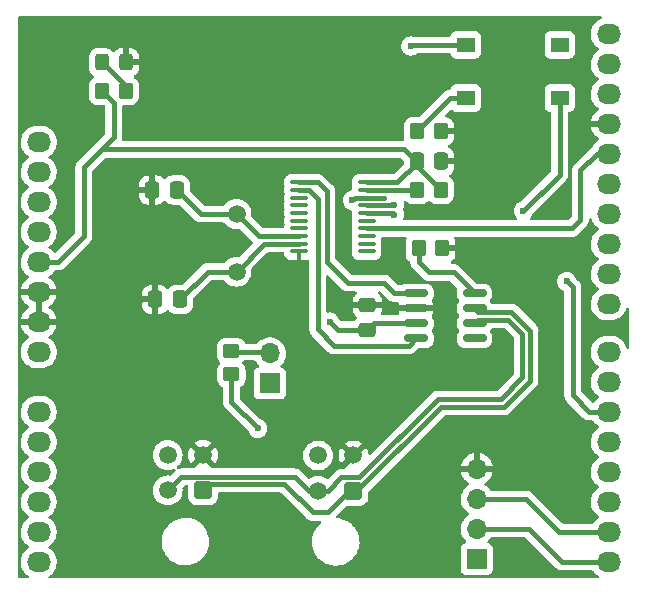
<source format=gtl>
G04 #@! TF.GenerationSoftware,KiCad,Pcbnew,6.0.1-79c1e3a40b~116~ubuntu18.04.1*
G04 #@! TF.CreationDate,2022-02-08T09:12:06+08:00*
G04 #@! TF.ProjectId,arduino_can_bus_shield,61726475-696e-46f5-9f63-616e5f627573,rev?*
G04 #@! TF.SameCoordinates,Original*
G04 #@! TF.FileFunction,Copper,L1,Top*
G04 #@! TF.FilePolarity,Positive*
%FSLAX46Y46*%
G04 Gerber Fmt 4.6, Leading zero omitted, Abs format (unit mm)*
G04 Created by KiCad (PCBNEW 6.0.1-79c1e3a40b~116~ubuntu18.04.1) date 2022-02-08 09:12:06*
%MOMM*%
%LPD*%
G01*
G04 APERTURE LIST*
G04 Aperture macros list*
%AMRoundRect*
0 Rectangle with rounded corners*
0 $1 Rounding radius*
0 $2 $3 $4 $5 $6 $7 $8 $9 X,Y pos of 4 corners*
0 Add a 4 corners polygon primitive as box body*
4,1,4,$2,$3,$4,$5,$6,$7,$8,$9,$2,$3,0*
0 Add four circle primitives for the rounded corners*
1,1,$1+$1,$2,$3*
1,1,$1+$1,$4,$5*
1,1,$1+$1,$6,$7*
1,1,$1+$1,$8,$9*
0 Add four rect primitives between the rounded corners*
20,1,$1+$1,$2,$3,$4,$5,0*
20,1,$1+$1,$4,$5,$6,$7,0*
20,1,$1+$1,$6,$7,$8,$9,0*
20,1,$1+$1,$8,$9,$2,$3,0*%
G04 Aperture macros list end*
G04 #@! TA.AperFunction,ComponentPad*
%ADD10O,2.032000X1.727200*%
G04 #@! TD*
G04 #@! TA.AperFunction,ComponentPad*
%ADD11R,1.700000X1.700000*%
G04 #@! TD*
G04 #@! TA.AperFunction,ComponentPad*
%ADD12O,1.700000X1.700000*%
G04 #@! TD*
G04 #@! TA.AperFunction,SMDPad,CuDef*
%ADD13RoundRect,0.250000X-0.350000X-0.450000X0.350000X-0.450000X0.350000X0.450000X-0.350000X0.450000X0*%
G04 #@! TD*
G04 #@! TA.AperFunction,SMDPad,CuDef*
%ADD14RoundRect,0.250000X0.475000X-0.337500X0.475000X0.337500X-0.475000X0.337500X-0.475000X-0.337500X0*%
G04 #@! TD*
G04 #@! TA.AperFunction,SMDPad,CuDef*
%ADD15RoundRect,0.250000X0.350000X0.450000X-0.350000X0.450000X-0.350000X-0.450000X0.350000X-0.450000X0*%
G04 #@! TD*
G04 #@! TA.AperFunction,SMDPad,CuDef*
%ADD16RoundRect,0.250000X0.337500X0.475000X-0.337500X0.475000X-0.337500X-0.475000X0.337500X-0.475000X0*%
G04 #@! TD*
G04 #@! TA.AperFunction,SMDPad,CuDef*
%ADD17RoundRect,0.250000X-0.337500X-0.475000X0.337500X-0.475000X0.337500X0.475000X-0.337500X0.475000X0*%
G04 #@! TD*
G04 #@! TA.AperFunction,SMDPad,CuDef*
%ADD18RoundRect,0.250000X0.325000X0.450000X-0.325000X0.450000X-0.325000X-0.450000X0.325000X-0.450000X0*%
G04 #@! TD*
G04 #@! TA.AperFunction,ComponentPad*
%ADD19C,1.500000*%
G04 #@! TD*
G04 #@! TA.AperFunction,SMDPad,CuDef*
%ADD20RoundRect,0.100000X-0.637500X-0.100000X0.637500X-0.100000X0.637500X0.100000X-0.637500X0.100000X0*%
G04 #@! TD*
G04 #@! TA.AperFunction,ComponentPad*
%ADD21RoundRect,0.250001X0.499999X0.499999X-0.499999X0.499999X-0.499999X-0.499999X0.499999X-0.499999X0*%
G04 #@! TD*
G04 #@! TA.AperFunction,SMDPad,CuDef*
%ADD22RoundRect,0.250000X-0.450000X0.350000X-0.450000X-0.350000X0.450000X-0.350000X0.450000X0.350000X0*%
G04 #@! TD*
G04 #@! TA.AperFunction,SMDPad,CuDef*
%ADD23R,1.550000X1.300000*%
G04 #@! TD*
G04 #@! TA.AperFunction,SMDPad,CuDef*
%ADD24RoundRect,0.150000X-0.825000X-0.150000X0.825000X-0.150000X0.825000X0.150000X-0.825000X0.150000X0*%
G04 #@! TD*
G04 #@! TA.AperFunction,ViaPad*
%ADD25C,0.600000*%
G04 #@! TD*
G04 #@! TA.AperFunction,Conductor*
%ADD26C,0.400000*%
G04 #@! TD*
G04 APERTURE END LIST*
D10*
X113792000Y-88011000D03*
X113792000Y-90551000D03*
X113792000Y-93091000D03*
X113792000Y-95631000D03*
X113792000Y-98171000D03*
X113792000Y-100711000D03*
X113792000Y-103251000D03*
X113792000Y-105791000D03*
X113792000Y-110871000D03*
X113792000Y-113411000D03*
X113792000Y-115951000D03*
X113792000Y-118491000D03*
X113792000Y-121031000D03*
X113792000Y-123571000D03*
X162052000Y-78867000D03*
X162052000Y-81407000D03*
X162052000Y-83947000D03*
X162052000Y-86487000D03*
X162052000Y-89027000D03*
X162052000Y-91567000D03*
X162052000Y-94107000D03*
X162052000Y-96647000D03*
X162052000Y-99187000D03*
X162052000Y-101727000D03*
X162052000Y-105791000D03*
X162052000Y-108331000D03*
X162052000Y-110871000D03*
X162052000Y-113411000D03*
X162052000Y-115951000D03*
X162052000Y-118491000D03*
X162052000Y-121031000D03*
X162052000Y-123571000D03*
D11*
X133350000Y-108458000D03*
D12*
X133350000Y-105918000D03*
D13*
X119142000Y-83693000D03*
X121142000Y-83693000D03*
D14*
X141605000Y-103907500D03*
X141605000Y-101832500D03*
D15*
X147812000Y-92075000D03*
X145812000Y-92075000D03*
D16*
X125476000Y-92075000D03*
X123401000Y-92075000D03*
D17*
X145774500Y-89662000D03*
X147849500Y-89662000D03*
D18*
X121167000Y-81280000D03*
X119117000Y-81280000D03*
D19*
X130534500Y-94107000D03*
X130534500Y-98987000D03*
D20*
X135821500Y-91436000D03*
X135821500Y-92086000D03*
X135821500Y-92736000D03*
X135821500Y-93386000D03*
X135821500Y-94036000D03*
X135821500Y-94686000D03*
X135821500Y-95336000D03*
X135821500Y-95986000D03*
X135821500Y-96636000D03*
X135821500Y-97286000D03*
X141546500Y-97286000D03*
X141546500Y-96636000D03*
X141546500Y-95986000D03*
X141546500Y-95336000D03*
X141546500Y-94686000D03*
X141546500Y-94036000D03*
X141546500Y-93386000D03*
X141546500Y-92736000D03*
X141546500Y-92086000D03*
X141546500Y-91436000D03*
D21*
X140438000Y-117557000D03*
D19*
X137438000Y-117557000D03*
X140438000Y-114557000D03*
X137438000Y-114557000D03*
D21*
X127705000Y-117514000D03*
D19*
X124705000Y-117514000D03*
X127705000Y-114514000D03*
X124705000Y-114514000D03*
D11*
X150876000Y-123317000D03*
D12*
X150876000Y-120777000D03*
X150876000Y-118237000D03*
X150876000Y-115697000D03*
D22*
X130092000Y-105696000D03*
X130092000Y-107696000D03*
D23*
X157899000Y-84292000D03*
X149949000Y-84292000D03*
X149949000Y-79792000D03*
X157899000Y-79792000D03*
D24*
X145734000Y-100838000D03*
X145734000Y-102108000D03*
X145734000Y-103378000D03*
X145734000Y-104648000D03*
X150684000Y-104648000D03*
X150684000Y-103378000D03*
X150684000Y-102108000D03*
X150684000Y-100838000D03*
D16*
X125730000Y-101346000D03*
X123655000Y-101346000D03*
D13*
X145955000Y-97028000D03*
X147955000Y-97028000D03*
X145812000Y-87122000D03*
X147812000Y-87122000D03*
D25*
X138430000Y-103251000D03*
X145288000Y-79883000D03*
X140335000Y-92964000D03*
X158496000Y-99822000D03*
X154813000Y-93853000D03*
X143891000Y-93345000D03*
X143888196Y-94159352D03*
X132334000Y-112268000D03*
D26*
X144742500Y-88630000D02*
X145774500Y-89662000D01*
X142134500Y-103378000D02*
X141605000Y-103907500D01*
X139086500Y-103907500D02*
X138430000Y-103251000D01*
X145734000Y-103378000D02*
X142134500Y-103378000D01*
X117602000Y-90170000D02*
X117602000Y-92202000D01*
X149949000Y-79792000D02*
X145379000Y-79792000D01*
X119142000Y-83693000D02*
X120142000Y-84693000D01*
X145379000Y-79792000D02*
X145288000Y-79883000D01*
X120142000Y-87630000D02*
X119142000Y-88630000D01*
X145774500Y-89662000D02*
X145774500Y-90037500D01*
X145774500Y-89662000D02*
X145774500Y-89810500D01*
X119142000Y-88630000D02*
X117602000Y-90170000D01*
X135255000Y-88646000D02*
X135636000Y-88646000D01*
X145774500Y-89810500D02*
X144149000Y-91436000D01*
X144149000Y-91436000D02*
X141546500Y-91436000D01*
X117602000Y-96012000D02*
X115443000Y-98171000D01*
X145774500Y-90037500D02*
X147812000Y-92075000D01*
X117602000Y-90170000D02*
X117856000Y-89916000D01*
X141605000Y-103907500D02*
X139086500Y-103907500D01*
X137430000Y-88630000D02*
X119142000Y-88630000D01*
X120142000Y-84693000D02*
X120142000Y-87630000D01*
X117602000Y-92091000D02*
X117602000Y-96012000D01*
X117602000Y-92075000D02*
X117602000Y-90170000D01*
X115443000Y-98171000D02*
X113792000Y-98171000D01*
X137430000Y-88630000D02*
X144742500Y-88630000D01*
X141546500Y-92736000D02*
X142992520Y-92736000D01*
X143002000Y-92745480D02*
X140553520Y-92745480D01*
X142992520Y-92736000D02*
X143002000Y-92745480D01*
X140553520Y-92745480D02*
X140335000Y-92964000D01*
X157899000Y-84292000D02*
X157899000Y-90767000D01*
X159004000Y-109474000D02*
X160401000Y-110871000D01*
X148642000Y-84292000D02*
X145812000Y-87122000D01*
X159004000Y-100330000D02*
X159004000Y-109474000D01*
X158496000Y-99822000D02*
X159004000Y-100330000D01*
X149949000Y-84292000D02*
X148642000Y-84292000D01*
X157899000Y-90767000D02*
X154813000Y-93853000D01*
X160401000Y-110871000D02*
X162052000Y-110871000D01*
X157861000Y-121031000D02*
X162052000Y-121031000D01*
X150876000Y-118237000D02*
X155067000Y-118237000D01*
X155067000Y-118237000D02*
X157861000Y-121031000D01*
X158115000Y-123571000D02*
X162052000Y-123571000D01*
X155321000Y-120777000D02*
X158115000Y-123571000D01*
X150876000Y-120777000D02*
X155321000Y-120777000D01*
X132413500Y-95986000D02*
X135821500Y-95986000D01*
X130534500Y-94107000D02*
X132413500Y-95986000D01*
X125476000Y-92075000D02*
X127508000Y-94107000D01*
X127508000Y-94107000D02*
X130534500Y-94107000D01*
X128089000Y-98987000D02*
X130534500Y-98987000D01*
X125730000Y-101346000D02*
X128089000Y-98987000D01*
X132885500Y-96636000D02*
X130534500Y-98987000D01*
X135821500Y-96636000D02*
X132885500Y-96636000D01*
X121142000Y-83693000D02*
X121142000Y-83305000D01*
X121142000Y-83305000D02*
X119117000Y-81280000D01*
X159639000Y-94615000D02*
X158918000Y-95336000D01*
X161036000Y-89027000D02*
X159639000Y-90424000D01*
X162052000Y-89027000D02*
X161036000Y-89027000D01*
X159639000Y-90424000D02*
X159639000Y-94615000D01*
X158918000Y-95336000D02*
X141546500Y-95336000D01*
X141587500Y-93345000D02*
X141546500Y-93386000D01*
X143891000Y-93345000D02*
X141587500Y-93345000D01*
X133267000Y-105796000D02*
X130192000Y-105796000D01*
X130192000Y-105796000D02*
X130092000Y-105696000D01*
X143764844Y-94036000D02*
X141546500Y-94036000D01*
X161987489Y-94171511D02*
X162052000Y-94107000D01*
X143888196Y-94159352D02*
X143764844Y-94036000D01*
X146812000Y-99060000D02*
X145955000Y-98203000D01*
X150684000Y-100838000D02*
X148906000Y-99060000D01*
X145955000Y-98203000D02*
X145955000Y-97028000D01*
X148906000Y-99060000D02*
X146812000Y-99060000D01*
X145812000Y-92075000D02*
X142748000Y-92075000D01*
X142737000Y-92086000D02*
X141546500Y-92086000D01*
X142748000Y-92075000D02*
X142737000Y-92086000D01*
X143002000Y-99949000D02*
X143891000Y-100838000D01*
X138176000Y-98171000D02*
X139954000Y-99949000D01*
X136615427Y-91436000D02*
X136619427Y-91440000D01*
X136619427Y-91440000D02*
X137414000Y-91440000D01*
X135821500Y-91436000D02*
X136615427Y-91436000D01*
X138176000Y-92202000D02*
X138176000Y-98171000D01*
X139954000Y-99949000D02*
X143002000Y-99949000D01*
X143891000Y-100838000D02*
X145734000Y-100838000D01*
X137414000Y-91440000D02*
X138176000Y-92202000D01*
X136663000Y-92086000D02*
X137414000Y-92837000D01*
X137414000Y-103886000D02*
X138811000Y-105283000D01*
X145099000Y-105283000D02*
X145734000Y-104648000D01*
X137414000Y-92837000D02*
X137414000Y-103886000D01*
X135821500Y-92086000D02*
X136663000Y-92086000D01*
X138811000Y-105283000D02*
X145099000Y-105283000D01*
X136660195Y-117557000D02*
X135467675Y-116364480D01*
X135467675Y-116364480D02*
X125854520Y-116364480D01*
X140942900Y-116407480D02*
X139419440Y-116407480D01*
X147566380Y-109784000D02*
X140942900Y-116407480D01*
X125854520Y-116364480D02*
X124705000Y-117514000D01*
X130092000Y-110026000D02*
X132334000Y-112268000D01*
X138269920Y-117557000D02*
X136660195Y-117557000D01*
X150684000Y-103378000D02*
X150994000Y-103068000D01*
X152900380Y-109784000D02*
X147566380Y-109784000D01*
X130092000Y-107696000D02*
X130092000Y-110026000D01*
X153535380Y-103068000D02*
X154742000Y-104274620D01*
X154742000Y-107942380D02*
X152900380Y-109784000D01*
X154742000Y-104274620D02*
X154742000Y-107942380D01*
X150994000Y-103068000D02*
X153535380Y-103068000D01*
X139419440Y-116407480D02*
X138269920Y-117557000D01*
X134556500Y-116967000D02*
X128252000Y-116967000D01*
X138303000Y-119380000D02*
X136969500Y-119380000D01*
X150994000Y-102418000D02*
X153804620Y-102418000D01*
X136969500Y-119380000D02*
X134556500Y-116967000D01*
X150684000Y-102108000D02*
X150994000Y-102418000D01*
X147835620Y-110434000D02*
X140755620Y-117514000D01*
X140755620Y-117514000D02*
X140169000Y-117514000D01*
X155392000Y-108211620D02*
X153169620Y-110434000D01*
X140169000Y-117514000D02*
X138303000Y-119380000D01*
X153804620Y-102418000D02*
X155392000Y-104005380D01*
X155392000Y-104005380D02*
X155392000Y-108211620D01*
X128252000Y-116967000D02*
X127705000Y-117514000D01*
X153169620Y-110434000D02*
X147835620Y-110434000D01*
G04 #@! TA.AperFunction,Conductor*
G36*
X161423586Y-77363002D02*
G01*
X161470079Y-77416658D01*
X161480183Y-77486932D01*
X161450689Y-77551512D01*
X161407216Y-77583882D01*
X161229887Y-77663762D01*
X161036728Y-77793804D01*
X160868242Y-77954532D01*
X160729246Y-78141350D01*
X160726830Y-78146102D01*
X160669090Y-78259669D01*
X160623714Y-78348916D01*
X160589189Y-78460106D01*
X160556247Y-78566193D01*
X160556246Y-78566199D01*
X160554663Y-78571296D01*
X160546370Y-78633869D01*
X160527169Y-78778739D01*
X160524068Y-78802132D01*
X160524268Y-78807462D01*
X160524268Y-78807463D01*
X160527565Y-78895295D01*
X160532803Y-79034822D01*
X160545192Y-79093866D01*
X160557078Y-79150512D01*
X160580620Y-79262713D01*
X160666150Y-79479290D01*
X160786949Y-79678359D01*
X160939561Y-79854230D01*
X160943687Y-79857613D01*
X160943691Y-79857617D01*
X161039915Y-79936515D01*
X161119624Y-80001872D01*
X161124260Y-80004511D01*
X161124263Y-80004513D01*
X161165252Y-80027845D01*
X161214558Y-80078927D01*
X161228420Y-80148558D01*
X161202437Y-80214629D01*
X161173287Y-80241867D01*
X161036728Y-80333804D01*
X161032871Y-80337483D01*
X161032869Y-80337485D01*
X160965426Y-80401823D01*
X160868242Y-80494532D01*
X160729246Y-80681350D01*
X160726830Y-80686102D01*
X160677658Y-80782817D01*
X160623714Y-80888916D01*
X160604706Y-80950131D01*
X160556247Y-81106193D01*
X160556246Y-81106199D01*
X160554663Y-81111296D01*
X160524068Y-81342132D01*
X160532803Y-81574822D01*
X160533898Y-81580040D01*
X160576602Y-81783562D01*
X160580620Y-81802713D01*
X160666150Y-82019290D01*
X160786949Y-82218359D01*
X160790446Y-82222389D01*
X160885504Y-82331934D01*
X160939561Y-82394230D01*
X160943687Y-82397613D01*
X160943691Y-82397617D01*
X161052109Y-82486513D01*
X161119624Y-82541872D01*
X161124260Y-82544511D01*
X161124263Y-82544513D01*
X161165252Y-82567845D01*
X161214558Y-82618927D01*
X161228420Y-82688558D01*
X161202437Y-82754629D01*
X161173287Y-82781867D01*
X161036728Y-82873804D01*
X161032871Y-82877483D01*
X161032869Y-82877485D01*
X160980745Y-82927209D01*
X160868242Y-83034532D01*
X160729246Y-83221350D01*
X160623714Y-83428916D01*
X160600872Y-83502480D01*
X160556247Y-83646193D01*
X160556246Y-83646199D01*
X160554663Y-83651296D01*
X160524068Y-83882132D01*
X160532803Y-84114822D01*
X160533898Y-84120040D01*
X160572855Y-84305704D01*
X160580620Y-84342713D01*
X160666150Y-84559290D01*
X160786949Y-84758359D01*
X160790446Y-84762389D01*
X160921040Y-84912886D01*
X160939561Y-84934230D01*
X160943687Y-84937613D01*
X160943691Y-84937617D01*
X161039915Y-85016515D01*
X161119624Y-85081872D01*
X161165739Y-85108122D01*
X161215044Y-85159202D01*
X161228906Y-85228832D01*
X161202923Y-85294904D01*
X161173773Y-85322143D01*
X161041470Y-85411215D01*
X161033184Y-85417876D01*
X160872480Y-85571180D01*
X160865431Y-85579148D01*
X160732856Y-85757336D01*
X160727257Y-85766366D01*
X160626598Y-85964347D01*
X160622595Y-85974208D01*
X160556737Y-86186301D01*
X160554452Y-86196696D01*
X160552020Y-86215041D01*
X160554217Y-86229208D01*
X160567401Y-86233000D01*
X162180000Y-86233000D01*
X162248121Y-86253002D01*
X162294614Y-86306658D01*
X162306000Y-86359000D01*
X162306000Y-86615000D01*
X162285998Y-86683121D01*
X162232342Y-86729614D01*
X162180000Y-86741000D01*
X160569512Y-86741000D01*
X160555981Y-86744973D01*
X160554456Y-86755580D01*
X160580004Y-86877343D01*
X160583064Y-86887539D01*
X160664637Y-87094097D01*
X160669371Y-87103634D01*
X160784586Y-87293503D01*
X160790850Y-87302093D01*
X160936411Y-87469837D01*
X160944041Y-87477257D01*
X161115780Y-87618073D01*
X161124551Y-87624102D01*
X161165715Y-87647533D01*
X161215022Y-87698615D01*
X161228884Y-87768245D01*
X161202901Y-87834316D01*
X161173751Y-87861555D01*
X161036728Y-87953804D01*
X161032871Y-87957483D01*
X161032869Y-87957485D01*
X160988350Y-87999954D01*
X160868242Y-88114532D01*
X160729246Y-88301350D01*
X160726830Y-88306102D01*
X160685552Y-88387289D01*
X160649940Y-88430146D01*
X160622007Y-88451580D01*
X160616668Y-88455459D01*
X160564019Y-88491643D01*
X160558968Y-88497313D01*
X160558966Y-88497314D01*
X160522565Y-88538170D01*
X160517584Y-88543446D01*
X159158480Y-89902550D01*
X159152215Y-89908404D01*
X159108615Y-89946439D01*
X159104248Y-89952653D01*
X159071872Y-89998719D01*
X159067939Y-90004014D01*
X159028524Y-90054282D01*
X159025401Y-90061198D01*
X159024017Y-90063484D01*
X159015643Y-90078165D01*
X159014378Y-90080525D01*
X159010010Y-90086739D01*
X159007250Y-90093818D01*
X159007249Y-90093820D01*
X158986798Y-90146275D01*
X158984247Y-90152344D01*
X158957955Y-90210573D01*
X158956571Y-90218040D01*
X158955770Y-90220595D01*
X158951141Y-90236848D01*
X158950478Y-90239428D01*
X158947718Y-90246509D01*
X158941040Y-90297238D01*
X158939379Y-90309852D01*
X158938348Y-90316359D01*
X158926704Y-90379186D01*
X158927141Y-90386766D01*
X158927141Y-90386767D01*
X158930291Y-90441392D01*
X158930500Y-90448646D01*
X158930500Y-94269340D01*
X158910498Y-94337461D01*
X158893595Y-94358435D01*
X158661435Y-94590595D01*
X158599123Y-94624621D01*
X158572340Y-94627500D01*
X155487169Y-94627500D01*
X155419048Y-94607498D01*
X155372555Y-94553842D01*
X155362451Y-94483568D01*
X155391945Y-94418988D01*
X155400277Y-94410255D01*
X155431159Y-94380846D01*
X155431162Y-94380843D01*
X155436266Y-94375982D01*
X155536643Y-94224902D01*
X155584372Y-94099256D01*
X155613065Y-94054905D01*
X158379520Y-91288450D01*
X158385785Y-91282596D01*
X158398799Y-91271243D01*
X158429385Y-91244561D01*
X158466129Y-91192280D01*
X158470061Y-91186986D01*
X158504791Y-91142693D01*
X158509476Y-91136718D01*
X158512599Y-91129802D01*
X158513983Y-91127516D01*
X158522357Y-91112835D01*
X158523622Y-91110475D01*
X158527990Y-91104261D01*
X158543695Y-91063981D01*
X158551202Y-91044725D01*
X158553759Y-91038642D01*
X158557271Y-91030866D01*
X158580045Y-90980427D01*
X158581430Y-90972954D01*
X158582234Y-90970388D01*
X158586855Y-90954165D01*
X158587520Y-90951573D01*
X158590282Y-90944491D01*
X158594596Y-90911725D01*
X158598622Y-90881139D01*
X158599654Y-90874623D01*
X158609911Y-90819281D01*
X158611295Y-90811814D01*
X158608865Y-90769660D01*
X158607709Y-90749620D01*
X158607500Y-90742367D01*
X158607500Y-85575884D01*
X158627502Y-85507763D01*
X158681158Y-85461270D01*
X158722207Y-85451174D01*
X158722134Y-85450500D01*
X158784316Y-85443745D01*
X158920705Y-85392615D01*
X159037261Y-85305261D01*
X159124615Y-85188705D01*
X159175745Y-85052316D01*
X159182500Y-84990134D01*
X159182500Y-83593866D01*
X159175745Y-83531684D01*
X159124615Y-83395295D01*
X159037261Y-83278739D01*
X158920705Y-83191385D01*
X158784316Y-83140255D01*
X158722134Y-83133500D01*
X157075866Y-83133500D01*
X157013684Y-83140255D01*
X156877295Y-83191385D01*
X156760739Y-83278739D01*
X156673385Y-83395295D01*
X156622255Y-83531684D01*
X156615500Y-83593866D01*
X156615500Y-84990134D01*
X156622255Y-85052316D01*
X156673385Y-85188705D01*
X156760739Y-85305261D01*
X156877295Y-85392615D01*
X157013684Y-85443745D01*
X157072469Y-85450131D01*
X157075866Y-85450500D01*
X157075742Y-85451639D01*
X157138234Y-85473711D01*
X157181768Y-85529794D01*
X157190500Y-85575884D01*
X157190500Y-90421340D01*
X157170498Y-90489461D01*
X157153595Y-90510435D01*
X154609563Y-93054467D01*
X154561074Y-93084650D01*
X154466579Y-93116818D01*
X154404109Y-93155250D01*
X154318095Y-93208166D01*
X154318092Y-93208168D01*
X154312088Y-93211862D01*
X154307053Y-93216793D01*
X154307050Y-93216795D01*
X154210548Y-93311297D01*
X154182493Y-93338771D01*
X154084235Y-93491238D01*
X154081826Y-93497858D01*
X154081824Y-93497861D01*
X154039300Y-93614694D01*
X154022197Y-93661685D01*
X153999463Y-93841640D01*
X154017163Y-94022160D01*
X154074418Y-94194273D01*
X154078065Y-94200295D01*
X154078066Y-94200297D01*
X154163318Y-94341065D01*
X154168380Y-94349424D01*
X154173269Y-94354487D01*
X154173270Y-94354488D01*
X154230714Y-94413972D01*
X154263647Y-94476869D01*
X154257347Y-94547585D01*
X154213816Y-94603670D01*
X154140078Y-94627500D01*
X144757926Y-94627500D01*
X144689805Y-94607498D01*
X144643312Y-94553842D01*
X144633208Y-94483568D01*
X144640138Y-94456756D01*
X144673751Y-94368272D01*
X144673752Y-94368270D01*
X144676251Y-94361690D01*
X144677975Y-94349424D01*
X144700944Y-94185991D01*
X144700944Y-94185988D01*
X144701495Y-94182069D01*
X144701703Y-94167176D01*
X144701757Y-94163314D01*
X144701757Y-94163309D01*
X144701812Y-94159352D01*
X144681593Y-93979097D01*
X144621941Y-93807800D01*
X144621200Y-93806615D01*
X144610165Y-93738744D01*
X144617403Y-93709636D01*
X144623845Y-93692679D01*
X144661327Y-93594008D01*
X144676555Y-93553920D01*
X144676556Y-93553918D01*
X144679055Y-93547338D01*
X144680035Y-93540366D01*
X144703748Y-93371639D01*
X144703748Y-93371636D01*
X144704299Y-93367717D01*
X144704616Y-93345000D01*
X144684397Y-93164745D01*
X144681219Y-93155619D01*
X144681136Y-93153935D01*
X144680520Y-93151226D01*
X144680996Y-93151118D01*
X144677705Y-93084709D01*
X144713087Y-93023157D01*
X144776129Y-92990505D01*
X144846817Y-92997119D01*
X144889227Y-93025009D01*
X144988697Y-93124305D01*
X144994927Y-93128145D01*
X144994928Y-93128146D01*
X145132090Y-93212694D01*
X145139262Y-93217115D01*
X145199934Y-93237239D01*
X145300611Y-93270632D01*
X145300613Y-93270632D01*
X145307139Y-93272797D01*
X145313975Y-93273497D01*
X145313978Y-93273498D01*
X145357031Y-93277909D01*
X145411600Y-93283500D01*
X146212400Y-93283500D01*
X146215646Y-93283163D01*
X146215650Y-93283163D01*
X146311308Y-93273238D01*
X146311312Y-93273237D01*
X146318166Y-93272526D01*
X146324702Y-93270345D01*
X146324704Y-93270345D01*
X146456806Y-93226272D01*
X146485946Y-93216550D01*
X146636348Y-93123478D01*
X146722784Y-93036891D01*
X146785066Y-93002812D01*
X146855886Y-93007815D01*
X146900975Y-93036736D01*
X146948973Y-93084650D01*
X146988697Y-93124305D01*
X146994927Y-93128145D01*
X146994928Y-93128146D01*
X147132090Y-93212694D01*
X147139262Y-93217115D01*
X147199934Y-93237239D01*
X147300611Y-93270632D01*
X147300613Y-93270632D01*
X147307139Y-93272797D01*
X147313975Y-93273497D01*
X147313978Y-93273498D01*
X147357031Y-93277909D01*
X147411600Y-93283500D01*
X148212400Y-93283500D01*
X148215646Y-93283163D01*
X148215650Y-93283163D01*
X148311308Y-93273238D01*
X148311312Y-93273237D01*
X148318166Y-93272526D01*
X148324702Y-93270345D01*
X148324704Y-93270345D01*
X148456806Y-93226272D01*
X148485946Y-93216550D01*
X148636348Y-93123478D01*
X148761305Y-92998303D01*
X148793450Y-92946155D01*
X148850275Y-92853968D01*
X148850276Y-92853966D01*
X148854115Y-92847738D01*
X148901072Y-92706166D01*
X148907632Y-92686389D01*
X148907632Y-92686387D01*
X148909797Y-92679861D01*
X148920500Y-92575400D01*
X148920500Y-91574600D01*
X148917078Y-91541617D01*
X148910238Y-91475692D01*
X148910237Y-91475688D01*
X148909526Y-91468834D01*
X148906307Y-91459184D01*
X148855868Y-91308002D01*
X148853550Y-91301054D01*
X148760478Y-91150652D01*
X148635303Y-91025695D01*
X148629069Y-91021852D01*
X148586592Y-90995668D01*
X148539099Y-90942896D01*
X148527677Y-90872824D01*
X148555951Y-90807700D01*
X148586406Y-90781265D01*
X148654807Y-90738937D01*
X148666208Y-90729901D01*
X148780739Y-90615171D01*
X148789751Y-90603760D01*
X148874816Y-90465757D01*
X148880963Y-90452576D01*
X148932138Y-90298290D01*
X148935005Y-90284914D01*
X148944672Y-90190562D01*
X148945000Y-90184146D01*
X148945000Y-89934115D01*
X148940525Y-89918876D01*
X148939135Y-89917671D01*
X148931452Y-89916000D01*
X147721500Y-89916000D01*
X147653379Y-89895998D01*
X147606886Y-89842342D01*
X147595500Y-89790000D01*
X147595500Y-89534000D01*
X147615502Y-89465879D01*
X147669158Y-89419386D01*
X147721500Y-89408000D01*
X148926884Y-89408000D01*
X148942123Y-89403525D01*
X148943328Y-89402135D01*
X148944999Y-89394452D01*
X148944999Y-89139905D01*
X148944662Y-89133386D01*
X148934743Y-89037794D01*
X148931851Y-89024400D01*
X148880412Y-88870216D01*
X148874239Y-88857038D01*
X148788937Y-88719193D01*
X148779901Y-88707792D01*
X148665171Y-88593261D01*
X148653760Y-88584249D01*
X148515757Y-88499184D01*
X148495943Y-88489944D01*
X148496692Y-88488338D01*
X148445938Y-88453174D01*
X148418704Y-88387608D01*
X148431241Y-88317727D01*
X148479568Y-88265718D01*
X148490524Y-88259912D01*
X148491964Y-88259238D01*
X148629807Y-88173937D01*
X148641208Y-88164901D01*
X148755739Y-88050171D01*
X148764751Y-88038760D01*
X148849816Y-87900757D01*
X148855963Y-87887576D01*
X148907138Y-87733290D01*
X148910005Y-87719914D01*
X148919672Y-87625562D01*
X148920000Y-87619146D01*
X148920000Y-87394115D01*
X148915525Y-87378876D01*
X148914135Y-87377671D01*
X148906452Y-87376000D01*
X147684000Y-87376000D01*
X147615879Y-87355998D01*
X147569386Y-87302342D01*
X147558000Y-87250000D01*
X147558000Y-86994000D01*
X147578002Y-86925879D01*
X147631658Y-86879386D01*
X147684000Y-86868000D01*
X148901884Y-86868000D01*
X148917123Y-86863525D01*
X148918328Y-86862135D01*
X148919999Y-86854452D01*
X148919999Y-86624905D01*
X148919662Y-86618386D01*
X148909743Y-86522794D01*
X148906851Y-86509400D01*
X148855412Y-86355216D01*
X148849239Y-86342038D01*
X148763937Y-86204193D01*
X148754901Y-86192792D01*
X148640171Y-86078261D01*
X148628760Y-86069249D01*
X148490757Y-85984184D01*
X148477576Y-85978037D01*
X148323290Y-85926862D01*
X148309914Y-85923995D01*
X148303339Y-85923321D01*
X148237612Y-85896478D01*
X148196831Y-85838363D01*
X148193943Y-85767425D01*
X148227087Y-85708883D01*
X148632529Y-85303441D01*
X148694841Y-85269416D01*
X148765657Y-85274481D01*
X148808127Y-85301776D01*
X148810739Y-85305261D01*
X148927295Y-85392615D01*
X149063684Y-85443745D01*
X149125866Y-85450500D01*
X150772134Y-85450500D01*
X150834316Y-85443745D01*
X150970705Y-85392615D01*
X151087261Y-85305261D01*
X151174615Y-85188705D01*
X151225745Y-85052316D01*
X151232500Y-84990134D01*
X151232500Y-83593866D01*
X151225745Y-83531684D01*
X151174615Y-83395295D01*
X151087261Y-83278739D01*
X150970705Y-83191385D01*
X150834316Y-83140255D01*
X150772134Y-83133500D01*
X149125866Y-83133500D01*
X149063684Y-83140255D01*
X148927295Y-83191385D01*
X148810739Y-83278739D01*
X148723385Y-83395295D01*
X148720233Y-83403703D01*
X148720232Y-83403705D01*
X148683203Y-83502480D01*
X148640562Y-83559245D01*
X148586885Y-83582375D01*
X148570934Y-83585159D01*
X148541698Y-83590262D01*
X148535186Y-83591222D01*
X148471758Y-83598898D01*
X148464650Y-83601584D01*
X148462056Y-83602221D01*
X148445750Y-83606682D01*
X148443199Y-83607452D01*
X148435716Y-83608758D01*
X148428764Y-83611810D01*
X148428763Y-83611810D01*
X148377212Y-83634439D01*
X148371105Y-83636931D01*
X148318452Y-83656827D01*
X148311344Y-83659513D01*
X148305083Y-83663816D01*
X148302717Y-83665053D01*
X148287937Y-83673280D01*
X148285652Y-83674631D01*
X148278695Y-83677685D01*
X148272675Y-83682305D01*
X148272669Y-83682308D01*
X148241542Y-83706194D01*
X148227998Y-83716587D01*
X148222668Y-83720459D01*
X148176280Y-83752339D01*
X148176275Y-83752344D01*
X148170019Y-83756643D01*
X148164968Y-83762313D01*
X148164966Y-83762314D01*
X148128565Y-83803170D01*
X148123584Y-83808446D01*
X146055435Y-85876595D01*
X145993123Y-85910621D01*
X145966340Y-85913500D01*
X145411600Y-85913500D01*
X145408354Y-85913837D01*
X145408350Y-85913837D01*
X145312692Y-85923762D01*
X145312688Y-85923763D01*
X145305834Y-85924474D01*
X145299298Y-85926655D01*
X145299296Y-85926655D01*
X145298676Y-85926862D01*
X145138054Y-85980450D01*
X144987652Y-86073522D01*
X144862695Y-86198697D01*
X144858855Y-86204927D01*
X144858854Y-86204928D01*
X144796147Y-86306658D01*
X144769885Y-86349262D01*
X144714203Y-86517139D01*
X144703500Y-86621600D01*
X144703500Y-87622400D01*
X144703837Y-87625646D01*
X144703837Y-87625650D01*
X144713688Y-87720588D01*
X144714474Y-87728166D01*
X144716654Y-87734701D01*
X144716656Y-87734709D01*
X144723634Y-87755623D01*
X144726220Y-87826572D01*
X144690036Y-87887656D01*
X144626573Y-87919482D01*
X144604111Y-87921500D01*
X120961948Y-87921500D01*
X120893827Y-87901498D01*
X120847334Y-87847842D01*
X120837026Y-87779055D01*
X120841621Y-87744150D01*
X120842653Y-87737633D01*
X120852912Y-87682280D01*
X120854296Y-87674813D01*
X120850709Y-87612602D01*
X120850500Y-87605349D01*
X120850500Y-85027500D01*
X120870502Y-84959379D01*
X120924158Y-84912886D01*
X120976500Y-84901500D01*
X121542400Y-84901500D01*
X121545646Y-84901163D01*
X121545650Y-84901163D01*
X121641308Y-84891238D01*
X121641312Y-84891237D01*
X121648166Y-84890526D01*
X121654702Y-84888345D01*
X121654704Y-84888345D01*
X121786806Y-84844272D01*
X121815946Y-84834550D01*
X121966348Y-84741478D01*
X122091305Y-84616303D01*
X122123636Y-84563853D01*
X122180275Y-84471968D01*
X122180276Y-84471966D01*
X122184115Y-84465738D01*
X122239797Y-84297861D01*
X122250500Y-84193400D01*
X122250500Y-83192600D01*
X122245069Y-83140255D01*
X122240238Y-83093692D01*
X122240237Y-83093688D01*
X122239526Y-83086834D01*
X122198480Y-82963803D01*
X122185868Y-82926002D01*
X122183550Y-82919054D01*
X122090478Y-82768652D01*
X121965303Y-82643695D01*
X121883828Y-82593473D01*
X121836336Y-82540702D01*
X121824912Y-82470631D01*
X121853186Y-82405507D01*
X121883641Y-82379070D01*
X121959810Y-82331934D01*
X121971208Y-82322901D01*
X122085739Y-82208171D01*
X122094751Y-82196760D01*
X122179816Y-82058757D01*
X122185963Y-82045576D01*
X122237138Y-81891290D01*
X122240005Y-81877914D01*
X122249672Y-81783562D01*
X122250000Y-81777146D01*
X122250000Y-81552115D01*
X122245525Y-81536876D01*
X122244135Y-81535671D01*
X122236452Y-81534000D01*
X121039000Y-81534000D01*
X120970879Y-81513998D01*
X120924386Y-81460342D01*
X120913000Y-81408000D01*
X120913000Y-81007885D01*
X121421000Y-81007885D01*
X121425475Y-81023124D01*
X121426865Y-81024329D01*
X121434548Y-81026000D01*
X122231884Y-81026000D01*
X122247123Y-81021525D01*
X122248328Y-81020135D01*
X122249999Y-81012452D01*
X122249999Y-80782905D01*
X122249662Y-80776386D01*
X122239743Y-80680794D01*
X122236851Y-80667400D01*
X122185412Y-80513216D01*
X122179239Y-80500038D01*
X122093937Y-80362193D01*
X122084901Y-80350792D01*
X121970171Y-80236261D01*
X121958760Y-80227249D01*
X121820757Y-80142184D01*
X121807576Y-80136037D01*
X121653290Y-80084862D01*
X121639914Y-80081995D01*
X121545562Y-80072328D01*
X121539145Y-80072000D01*
X121439115Y-80072000D01*
X121423876Y-80076475D01*
X121422671Y-80077865D01*
X121421000Y-80085548D01*
X121421000Y-81007885D01*
X120913000Y-81007885D01*
X120913000Y-80090116D01*
X120908525Y-80074877D01*
X120907135Y-80073672D01*
X120899452Y-80072001D01*
X120794905Y-80072001D01*
X120788386Y-80072338D01*
X120692794Y-80082257D01*
X120679400Y-80085149D01*
X120525216Y-80136588D01*
X120512038Y-80142761D01*
X120374193Y-80228063D01*
X120362792Y-80237099D01*
X120248262Y-80351828D01*
X120241206Y-80360762D01*
X120183288Y-80401823D01*
X120112365Y-80405053D01*
X120050954Y-80369426D01*
X120044154Y-80361593D01*
X120040478Y-80355652D01*
X119915303Y-80230695D01*
X119782053Y-80148558D01*
X119770968Y-80141725D01*
X119770966Y-80141724D01*
X119764738Y-80137885D01*
X119684995Y-80111436D01*
X119603389Y-80084368D01*
X119603387Y-80084368D01*
X119596861Y-80082203D01*
X119590025Y-80081503D01*
X119590022Y-80081502D01*
X119546969Y-80077091D01*
X119492400Y-80071500D01*
X118741600Y-80071500D01*
X118738354Y-80071837D01*
X118738350Y-80071837D01*
X118642692Y-80081762D01*
X118642688Y-80081763D01*
X118635834Y-80082474D01*
X118629298Y-80084655D01*
X118629296Y-80084655D01*
X118612928Y-80090116D01*
X118468054Y-80138450D01*
X118317652Y-80231522D01*
X118192695Y-80356697D01*
X118099885Y-80507262D01*
X118091989Y-80531069D01*
X118061183Y-80623947D01*
X118044203Y-80675139D01*
X118043503Y-80681975D01*
X118043502Y-80681978D01*
X118042813Y-80688705D01*
X118033500Y-80779600D01*
X118033500Y-81780400D01*
X118033837Y-81783646D01*
X118033837Y-81783650D01*
X118043685Y-81878561D01*
X118044474Y-81886166D01*
X118100450Y-82053946D01*
X118193522Y-82204348D01*
X118318697Y-82329305D01*
X118324929Y-82333147D01*
X118324931Y-82333148D01*
X118399695Y-82379234D01*
X118447188Y-82432006D01*
X118458610Y-82502078D01*
X118430336Y-82567201D01*
X118399881Y-82593637D01*
X118317652Y-82644522D01*
X118192695Y-82769697D01*
X118099885Y-82920262D01*
X118097581Y-82927209D01*
X118061984Y-83034532D01*
X118044203Y-83088139D01*
X118033500Y-83192600D01*
X118033500Y-84193400D01*
X118033837Y-84196646D01*
X118033837Y-84196650D01*
X118038616Y-84242704D01*
X118044474Y-84299166D01*
X118046655Y-84305702D01*
X118046655Y-84305704D01*
X118073524Y-84386239D01*
X118100450Y-84466946D01*
X118193522Y-84617348D01*
X118318697Y-84742305D01*
X118324927Y-84746145D01*
X118324928Y-84746146D01*
X118462090Y-84830694D01*
X118469262Y-84835115D01*
X118529769Y-84855184D01*
X118630611Y-84888632D01*
X118630613Y-84888632D01*
X118637139Y-84890797D01*
X118643975Y-84891497D01*
X118643978Y-84891498D01*
X118687031Y-84895909D01*
X118741600Y-84901500D01*
X119296340Y-84901500D01*
X119364461Y-84921502D01*
X119385435Y-84938405D01*
X119396595Y-84949565D01*
X119430621Y-85011877D01*
X119433500Y-85038660D01*
X119433500Y-87284338D01*
X119413498Y-87352459D01*
X119396596Y-87373433D01*
X118695369Y-88074661D01*
X118677639Y-88089406D01*
X118676282Y-88090338D01*
X118676279Y-88090341D01*
X118670019Y-88094643D01*
X118664967Y-88100314D01*
X118664964Y-88100316D01*
X118628565Y-88141170D01*
X118623584Y-88146446D01*
X117121480Y-89648550D01*
X117115215Y-89654404D01*
X117071615Y-89692439D01*
X117067248Y-89698653D01*
X117034872Y-89744719D01*
X117030939Y-89750014D01*
X116991524Y-89800282D01*
X116988401Y-89807198D01*
X116987017Y-89809484D01*
X116978643Y-89824165D01*
X116977378Y-89826525D01*
X116973010Y-89832739D01*
X116970250Y-89839818D01*
X116970249Y-89839820D01*
X116949798Y-89892275D01*
X116947247Y-89898344D01*
X116920955Y-89956573D01*
X116919571Y-89964040D01*
X116918770Y-89966595D01*
X116914141Y-89982848D01*
X116913478Y-89985428D01*
X116910718Y-89992509D01*
X116902586Y-90054282D01*
X116902379Y-90055852D01*
X116901348Y-90062359D01*
X116889704Y-90125186D01*
X116890141Y-90132766D01*
X116890141Y-90132767D01*
X116893291Y-90187392D01*
X116893500Y-90194646D01*
X116893500Y-95666340D01*
X116873498Y-95734461D01*
X116856595Y-95755435D01*
X115243236Y-97368794D01*
X115180924Y-97402820D01*
X115110109Y-97397755D01*
X115058356Y-97358508D01*
X115057051Y-97359641D01*
X114907939Y-97187803D01*
X114907937Y-97187801D01*
X114904439Y-97183770D01*
X114900313Y-97180387D01*
X114900309Y-97180383D01*
X114728504Y-97039513D01*
X114724376Y-97036128D01*
X114719740Y-97033489D01*
X114719737Y-97033487D01*
X114678748Y-97010155D01*
X114629442Y-96959073D01*
X114615580Y-96889442D01*
X114641563Y-96823371D01*
X114670713Y-96796133D01*
X114795876Y-96711868D01*
X114807272Y-96704196D01*
X114975758Y-96543468D01*
X115114754Y-96356650D01*
X115166302Y-96255262D01*
X115217867Y-96153842D01*
X115217867Y-96153841D01*
X115220286Y-96149084D01*
X115257258Y-96030014D01*
X115287753Y-95931807D01*
X115287754Y-95931801D01*
X115289337Y-95926704D01*
X115314701Y-95735338D01*
X115319232Y-95701152D01*
X115319232Y-95701148D01*
X115319932Y-95695868D01*
X115311197Y-95463178D01*
X115287784Y-95351594D01*
X115264477Y-95240514D01*
X115264476Y-95240511D01*
X115263380Y-95235287D01*
X115177850Y-95018710D01*
X115057051Y-94819641D01*
X115038517Y-94798282D01*
X114907939Y-94647803D01*
X114907937Y-94647801D01*
X114904439Y-94643770D01*
X114900313Y-94640387D01*
X114900309Y-94640383D01*
X114756595Y-94522546D01*
X114724376Y-94496128D01*
X114719740Y-94493489D01*
X114719737Y-94493487D01*
X114678748Y-94470155D01*
X114629442Y-94419073D01*
X114615580Y-94349442D01*
X114641563Y-94283371D01*
X114670713Y-94256133D01*
X114762597Y-94194273D01*
X114807272Y-94164196D01*
X114975758Y-94003468D01*
X115114754Y-93816650D01*
X115220286Y-93609084D01*
X115266446Y-93460424D01*
X115287753Y-93391807D01*
X115287754Y-93391801D01*
X115289337Y-93386704D01*
X115307971Y-93246115D01*
X115319232Y-93161152D01*
X115319232Y-93161148D01*
X115319932Y-93155868D01*
X115319331Y-93139844D01*
X115313973Y-92997119D01*
X115311197Y-92923178D01*
X115278231Y-92766066D01*
X115264477Y-92700514D01*
X115264476Y-92700511D01*
X115263380Y-92695287D01*
X115177850Y-92478710D01*
X115057051Y-92279641D01*
X115015287Y-92231512D01*
X114907939Y-92107803D01*
X114907937Y-92107801D01*
X114904439Y-92103770D01*
X114900313Y-92100387D01*
X114900309Y-92100383D01*
X114746226Y-91974044D01*
X114724376Y-91956128D01*
X114719740Y-91953489D01*
X114719737Y-91953487D01*
X114678748Y-91930155D01*
X114629442Y-91879073D01*
X114615580Y-91809442D01*
X114641563Y-91743371D01*
X114670713Y-91716133D01*
X114795876Y-91631868D01*
X114807272Y-91624196D01*
X114882057Y-91552855D01*
X114971896Y-91467152D01*
X114975758Y-91463468D01*
X115114754Y-91276650D01*
X115220286Y-91069084D01*
X115269005Y-90912184D01*
X115287753Y-90851807D01*
X115287754Y-90851801D01*
X115289337Y-90846704D01*
X115314240Y-90658816D01*
X115319232Y-90621152D01*
X115319232Y-90621148D01*
X115319932Y-90615868D01*
X115319478Y-90603760D01*
X115313162Y-90435513D01*
X115311197Y-90383178D01*
X115280930Y-90238927D01*
X115264477Y-90160514D01*
X115264476Y-90160511D01*
X115263380Y-90155287D01*
X115177850Y-89938710D01*
X115057051Y-89739641D01*
X115021484Y-89698653D01*
X114907939Y-89567803D01*
X114907937Y-89567801D01*
X114904439Y-89563770D01*
X114900313Y-89560387D01*
X114900309Y-89560383D01*
X114728504Y-89419513D01*
X114724376Y-89416128D01*
X114719740Y-89413489D01*
X114719737Y-89413487D01*
X114678748Y-89390155D01*
X114629442Y-89339073D01*
X114615580Y-89269442D01*
X114641563Y-89203371D01*
X114670713Y-89176133D01*
X114795876Y-89091868D01*
X114807272Y-89084196D01*
X114975758Y-88923468D01*
X115114754Y-88736650D01*
X115192239Y-88584249D01*
X115217867Y-88533842D01*
X115217867Y-88533841D01*
X115220286Y-88529084D01*
X115268288Y-88374493D01*
X115287753Y-88311807D01*
X115287754Y-88311801D01*
X115289337Y-88306704D01*
X115307392Y-88170478D01*
X115319232Y-88081152D01*
X115319232Y-88081148D01*
X115319932Y-88075868D01*
X115319129Y-88054461D01*
X115313162Y-87895513D01*
X115311197Y-87843178D01*
X115270146Y-87647533D01*
X115264477Y-87620514D01*
X115264476Y-87620511D01*
X115263380Y-87615287D01*
X115177850Y-87398710D01*
X115057051Y-87199641D01*
X114904439Y-87023770D01*
X114900313Y-87020387D01*
X114900309Y-87020383D01*
X114728504Y-86879513D01*
X114724376Y-86876128D01*
X114719740Y-86873489D01*
X114719737Y-86873487D01*
X114526654Y-86763578D01*
X114522011Y-86760935D01*
X114516995Y-86759114D01*
X114516990Y-86759112D01*
X114308146Y-86683305D01*
X114308142Y-86683304D01*
X114303131Y-86681485D01*
X114297882Y-86680536D01*
X114297879Y-86680535D01*
X114217771Y-86666049D01*
X114073993Y-86640050D01*
X114069854Y-86639855D01*
X114069847Y-86639854D01*
X114051095Y-86638970D01*
X114051086Y-86638970D01*
X114049606Y-86638900D01*
X113581132Y-86638900D01*
X113513625Y-86644628D01*
X113412891Y-86653175D01*
X113412887Y-86653176D01*
X113407580Y-86653626D01*
X113402423Y-86654964D01*
X113402420Y-86654965D01*
X113187363Y-86710783D01*
X113187359Y-86710784D01*
X113182194Y-86712125D01*
X113177328Y-86714317D01*
X113177325Y-86714318D01*
X113109274Y-86744973D01*
X112969887Y-86807762D01*
X112776728Y-86937804D01*
X112772871Y-86941483D01*
X112772869Y-86941485D01*
X112717270Y-86994524D01*
X112608242Y-87098532D01*
X112469246Y-87285350D01*
X112363714Y-87492916D01*
X112342019Y-87562785D01*
X112296247Y-87710193D01*
X112296246Y-87710199D01*
X112294663Y-87715296D01*
X112277007Y-87848509D01*
X112264908Y-87939794D01*
X112256799Y-87958081D01*
X112260896Y-87964456D01*
X112265911Y-87995227D01*
X112272803Y-88178822D01*
X112273898Y-88184040D01*
X112300495Y-88310797D01*
X112320620Y-88406713D01*
X112406150Y-88623290D01*
X112526949Y-88822359D01*
X112679561Y-88998230D01*
X112683687Y-89001613D01*
X112683691Y-89001617D01*
X112779915Y-89080515D01*
X112859624Y-89145872D01*
X112864260Y-89148511D01*
X112864263Y-89148513D01*
X112905252Y-89171845D01*
X112954558Y-89222927D01*
X112968420Y-89292558D01*
X112942437Y-89358629D01*
X112913287Y-89385867D01*
X112887059Y-89403525D01*
X112776728Y-89477804D01*
X112772871Y-89481483D01*
X112772869Y-89481485D01*
X112701213Y-89549842D01*
X112608242Y-89638532D01*
X112469246Y-89825350D01*
X112466830Y-89830102D01*
X112378409Y-90004014D01*
X112363714Y-90032916D01*
X112332709Y-90132767D01*
X112296247Y-90250193D01*
X112296246Y-90250199D01*
X112294663Y-90255296D01*
X112274668Y-90406155D01*
X112264908Y-90479794D01*
X112256799Y-90498081D01*
X112260896Y-90504456D01*
X112265911Y-90535227D01*
X112272803Y-90718822D01*
X112275128Y-90729901D01*
X112317719Y-90932885D01*
X112320620Y-90946713D01*
X112406150Y-91163290D01*
X112526949Y-91362359D01*
X112530446Y-91366389D01*
X112625294Y-91475692D01*
X112679561Y-91538230D01*
X112683687Y-91541613D01*
X112683691Y-91541617D01*
X112730470Y-91579973D01*
X112859624Y-91685872D01*
X112864260Y-91688511D01*
X112864263Y-91688513D01*
X112905252Y-91711845D01*
X112954558Y-91762927D01*
X112968420Y-91832558D01*
X112942437Y-91898629D01*
X112913287Y-91925867D01*
X112883212Y-91946115D01*
X112776728Y-92017804D01*
X112772871Y-92021483D01*
X112772869Y-92021485D01*
X112701213Y-92089842D01*
X112608242Y-92178532D01*
X112469246Y-92365350D01*
X112466830Y-92370102D01*
X112413404Y-92475184D01*
X112363714Y-92572916D01*
X112354182Y-92603614D01*
X112296247Y-92790193D01*
X112296246Y-92790199D01*
X112294663Y-92795296D01*
X112274736Y-92945646D01*
X112264908Y-93019794D01*
X112256799Y-93038081D01*
X112260896Y-93044456D01*
X112265911Y-93075227D01*
X112272803Y-93258822D01*
X112275735Y-93272797D01*
X112319282Y-93480334D01*
X112320620Y-93486713D01*
X112406150Y-93703290D01*
X112526949Y-93902359D01*
X112530446Y-93906389D01*
X112659321Y-94054905D01*
X112679561Y-94078230D01*
X112683687Y-94081613D01*
X112683691Y-94081617D01*
X112773694Y-94155414D01*
X112859624Y-94225872D01*
X112864260Y-94228511D01*
X112864263Y-94228513D01*
X112905252Y-94251845D01*
X112954558Y-94302927D01*
X112968420Y-94372558D01*
X112942437Y-94438629D01*
X112913287Y-94465867D01*
X112776728Y-94557804D01*
X112772871Y-94561483D01*
X112772869Y-94561485D01*
X112703668Y-94627500D01*
X112608242Y-94718532D01*
X112469246Y-94905350D01*
X112466830Y-94910102D01*
X112400644Y-95040281D01*
X112363714Y-95112916D01*
X112346627Y-95167946D01*
X112296247Y-95330193D01*
X112296246Y-95330199D01*
X112294663Y-95335296D01*
X112274668Y-95486155D01*
X112264908Y-95559794D01*
X112256799Y-95578081D01*
X112260896Y-95584456D01*
X112265911Y-95615227D01*
X112272803Y-95798822D01*
X112273898Y-95804040D01*
X112319053Y-96019243D01*
X112320620Y-96026713D01*
X112406150Y-96243290D01*
X112526949Y-96442359D01*
X112530446Y-96446389D01*
X112643652Y-96576848D01*
X112679561Y-96618230D01*
X112683687Y-96621613D01*
X112683691Y-96621617D01*
X112779915Y-96700515D01*
X112859624Y-96765872D01*
X112864260Y-96768511D01*
X112864263Y-96768513D01*
X112905252Y-96791845D01*
X112954558Y-96842927D01*
X112968420Y-96912558D01*
X112942437Y-96978629D01*
X112913287Y-97005867D01*
X112872262Y-97033487D01*
X112776728Y-97097804D01*
X112772871Y-97101483D01*
X112772869Y-97101485D01*
X112701213Y-97169842D01*
X112608242Y-97258532D01*
X112469246Y-97445350D01*
X112456460Y-97470499D01*
X112377443Y-97625914D01*
X112363714Y-97652916D01*
X112337544Y-97737197D01*
X112296247Y-97870193D01*
X112296246Y-97870199D01*
X112294663Y-97875296D01*
X112275067Y-98023148D01*
X112264908Y-98099794D01*
X112256799Y-98118081D01*
X112260896Y-98124456D01*
X112265911Y-98155227D01*
X112272803Y-98338822D01*
X112273898Y-98344040D01*
X112311920Y-98525248D01*
X112320620Y-98566713D01*
X112406150Y-98783290D01*
X112526949Y-98982359D01*
X112530446Y-98986389D01*
X112643652Y-99116848D01*
X112679561Y-99158230D01*
X112683687Y-99161613D01*
X112683691Y-99161617D01*
X112775267Y-99236704D01*
X112859624Y-99305872D01*
X112905739Y-99332122D01*
X112955044Y-99383202D01*
X112968906Y-99452832D01*
X112942923Y-99518904D01*
X112913773Y-99546143D01*
X112781470Y-99635215D01*
X112773184Y-99641876D01*
X112612480Y-99795180D01*
X112605431Y-99803148D01*
X112472856Y-99981336D01*
X112467257Y-99990366D01*
X112366598Y-100188347D01*
X112362595Y-100198208D01*
X112296737Y-100410301D01*
X112294452Y-100420696D01*
X112292020Y-100439041D01*
X112294217Y-100453208D01*
X112307401Y-100457000D01*
X115274488Y-100457000D01*
X115288019Y-100453027D01*
X115289544Y-100442420D01*
X115263996Y-100320657D01*
X115260936Y-100310461D01*
X115179363Y-100103903D01*
X115174629Y-100094366D01*
X115059414Y-99904497D01*
X115053150Y-99895907D01*
X114907589Y-99728163D01*
X114899959Y-99720743D01*
X114728220Y-99579927D01*
X114719449Y-99573898D01*
X114678285Y-99550467D01*
X114628978Y-99499385D01*
X114615116Y-99429755D01*
X114641099Y-99363684D01*
X114670249Y-99336445D01*
X114807272Y-99244196D01*
X114811147Y-99240500D01*
X114964187Y-99094506D01*
X114975758Y-99083468D01*
X114978947Y-99079182D01*
X115089728Y-98930287D01*
X115146438Y-98887574D01*
X115190817Y-98879500D01*
X115414088Y-98879500D01*
X115422658Y-98879792D01*
X115472776Y-98883209D01*
X115472780Y-98883209D01*
X115480352Y-98883725D01*
X115487829Y-98882420D01*
X115487830Y-98882420D01*
X115514308Y-98877799D01*
X115543303Y-98872738D01*
X115549821Y-98871777D01*
X115613242Y-98864102D01*
X115620343Y-98861419D01*
X115622952Y-98860778D01*
X115639262Y-98856315D01*
X115641798Y-98855550D01*
X115649284Y-98854243D01*
X115707800Y-98828556D01*
X115713904Y-98826065D01*
X115766548Y-98806173D01*
X115766549Y-98806172D01*
X115773656Y-98803487D01*
X115779919Y-98799183D01*
X115782285Y-98797946D01*
X115797097Y-98789701D01*
X115799351Y-98788368D01*
X115806305Y-98785315D01*
X115857002Y-98746413D01*
X115862332Y-98742541D01*
X115908720Y-98710661D01*
X115908725Y-98710656D01*
X115914981Y-98706357D01*
X115956436Y-98659829D01*
X115961416Y-98654554D01*
X118082520Y-96533450D01*
X118088785Y-96527596D01*
X118101636Y-96516385D01*
X118132385Y-96489561D01*
X118169129Y-96437280D01*
X118173061Y-96431986D01*
X118207791Y-96387693D01*
X118212476Y-96381718D01*
X118215599Y-96374802D01*
X118216983Y-96372516D01*
X118225357Y-96357835D01*
X118226622Y-96355475D01*
X118230990Y-96349261D01*
X118254203Y-96289723D01*
X118256759Y-96283642D01*
X118269574Y-96255262D01*
X118283045Y-96225427D01*
X118284430Y-96217954D01*
X118285234Y-96215388D01*
X118289855Y-96199165D01*
X118290520Y-96196573D01*
X118293282Y-96189491D01*
X118301622Y-96126139D01*
X118302654Y-96119623D01*
X118312911Y-96064281D01*
X118314295Y-96056814D01*
X118310709Y-95994620D01*
X118310500Y-95987367D01*
X118310500Y-92597095D01*
X122305501Y-92597095D01*
X122305838Y-92603614D01*
X122315757Y-92699206D01*
X122318649Y-92712600D01*
X122370088Y-92866784D01*
X122376261Y-92879962D01*
X122461563Y-93017807D01*
X122470599Y-93029208D01*
X122585329Y-93143739D01*
X122596740Y-93152751D01*
X122734743Y-93237816D01*
X122747924Y-93243963D01*
X122902210Y-93295138D01*
X122915586Y-93298005D01*
X123009938Y-93307672D01*
X123016354Y-93308000D01*
X123128885Y-93308000D01*
X123144124Y-93303525D01*
X123145329Y-93302135D01*
X123147000Y-93294452D01*
X123147000Y-93289884D01*
X123655000Y-93289884D01*
X123659475Y-93305123D01*
X123660865Y-93306328D01*
X123668548Y-93307999D01*
X123785595Y-93307999D01*
X123792114Y-93307662D01*
X123887706Y-93297743D01*
X123901100Y-93294851D01*
X124055284Y-93243412D01*
X124068462Y-93237239D01*
X124206307Y-93151937D01*
X124217708Y-93142901D01*
X124332238Y-93028172D01*
X124339294Y-93019238D01*
X124397212Y-92978177D01*
X124468135Y-92974947D01*
X124529546Y-93010574D01*
X124536346Y-93018407D01*
X124540022Y-93024348D01*
X124665197Y-93149305D01*
X124671427Y-93153145D01*
X124671428Y-93153146D01*
X124808788Y-93237816D01*
X124815762Y-93242115D01*
X124881864Y-93264040D01*
X124977111Y-93295632D01*
X124977113Y-93295632D01*
X124983639Y-93297797D01*
X124990475Y-93298497D01*
X124990478Y-93298498D01*
X125033531Y-93302909D01*
X125088100Y-93308500D01*
X125655340Y-93308500D01*
X125723461Y-93328502D01*
X125744435Y-93345405D01*
X126986550Y-94587520D01*
X126992404Y-94593785D01*
X127030439Y-94637385D01*
X127051566Y-94652233D01*
X127082719Y-94674128D01*
X127088014Y-94678061D01*
X127138282Y-94717476D01*
X127145198Y-94720599D01*
X127147484Y-94721983D01*
X127162165Y-94730357D01*
X127164525Y-94731622D01*
X127170739Y-94735990D01*
X127177818Y-94738750D01*
X127177820Y-94738751D01*
X127230275Y-94759202D01*
X127236344Y-94761753D01*
X127294573Y-94788045D01*
X127302040Y-94789429D01*
X127304595Y-94790230D01*
X127320848Y-94794859D01*
X127323428Y-94795522D01*
X127330509Y-94798282D01*
X127338040Y-94799273D01*
X127338042Y-94799274D01*
X127367661Y-94803173D01*
X127393861Y-94806622D01*
X127400359Y-94807652D01*
X127463186Y-94819296D01*
X127470766Y-94818859D01*
X127470767Y-94818859D01*
X127525392Y-94815709D01*
X127532646Y-94815500D01*
X129428661Y-94815500D01*
X129496782Y-94835502D01*
X129531874Y-94869229D01*
X129563592Y-94914527D01*
X129566751Y-94919038D01*
X129722462Y-95074749D01*
X129726971Y-95077906D01*
X129726973Y-95077908D01*
X129801741Y-95130261D01*
X129902846Y-95201056D01*
X130102424Y-95294120D01*
X130315129Y-95351115D01*
X130534500Y-95370307D01*
X130716284Y-95354403D01*
X130785887Y-95368392D01*
X130816359Y-95390829D01*
X131883436Y-96457907D01*
X131917461Y-96520217D01*
X131912396Y-96591032D01*
X131883435Y-96636095D01*
X130816359Y-97703171D01*
X130754047Y-97737197D01*
X130716286Y-97739597D01*
X130534500Y-97723693D01*
X130315129Y-97742885D01*
X130102424Y-97799880D01*
X130049292Y-97824656D01*
X129907834Y-97890618D01*
X129907829Y-97890621D01*
X129902847Y-97892944D01*
X129898340Y-97896100D01*
X129898338Y-97896101D01*
X129726973Y-98016092D01*
X129726970Y-98016094D01*
X129722462Y-98019251D01*
X129566751Y-98174962D01*
X129563594Y-98179470D01*
X129563592Y-98179473D01*
X129531874Y-98224771D01*
X129476416Y-98269099D01*
X129428661Y-98278500D01*
X128117927Y-98278500D01*
X128109358Y-98278208D01*
X128059225Y-98274790D01*
X128059221Y-98274790D01*
X128051648Y-98274274D01*
X127988681Y-98285264D01*
X127982169Y-98286224D01*
X127918758Y-98293898D01*
X127911657Y-98296581D01*
X127909048Y-98297222D01*
X127892715Y-98301691D01*
X127890195Y-98302452D01*
X127882717Y-98303757D01*
X127875765Y-98306809D01*
X127875764Y-98306809D01*
X127824204Y-98329441D01*
X127818099Y-98331932D01*
X127765456Y-98351825D01*
X127765452Y-98351827D01*
X127758344Y-98354513D01*
X127752083Y-98358816D01*
X127749717Y-98360053D01*
X127734937Y-98368280D01*
X127732652Y-98369631D01*
X127725695Y-98372685D01*
X127719675Y-98377305D01*
X127719669Y-98377308D01*
X127691060Y-98399262D01*
X127674998Y-98411587D01*
X127669668Y-98415459D01*
X127623280Y-98447339D01*
X127623275Y-98447344D01*
X127617019Y-98451643D01*
X127611968Y-98457313D01*
X127611966Y-98457314D01*
X127575565Y-98498170D01*
X127570584Y-98503446D01*
X125998435Y-100075595D01*
X125936123Y-100109621D01*
X125909340Y-100112500D01*
X125342100Y-100112500D01*
X125338854Y-100112837D01*
X125338850Y-100112837D01*
X125243192Y-100122762D01*
X125243188Y-100122763D01*
X125236334Y-100123474D01*
X125229798Y-100125655D01*
X125229796Y-100125655D01*
X125128324Y-100159509D01*
X125068554Y-100179450D01*
X124918152Y-100272522D01*
X124793195Y-100397697D01*
X124790398Y-100402235D01*
X124733147Y-100442824D01*
X124662224Y-100446054D01*
X124600813Y-100410428D01*
X124593438Y-100401932D01*
X124585402Y-100391793D01*
X124470671Y-100277261D01*
X124459260Y-100268249D01*
X124321257Y-100183184D01*
X124308076Y-100177037D01*
X124153790Y-100125862D01*
X124140414Y-100122995D01*
X124046062Y-100113328D01*
X124039645Y-100113000D01*
X123927115Y-100113000D01*
X123911876Y-100117475D01*
X123910671Y-100118865D01*
X123909000Y-100126548D01*
X123909000Y-102560884D01*
X123913475Y-102576123D01*
X123914865Y-102577328D01*
X123922548Y-102578999D01*
X124039595Y-102578999D01*
X124046114Y-102578662D01*
X124141706Y-102568743D01*
X124155100Y-102565851D01*
X124309284Y-102514412D01*
X124322462Y-102508239D01*
X124460307Y-102422937D01*
X124471708Y-102413901D01*
X124586238Y-102299172D01*
X124593294Y-102290238D01*
X124651212Y-102249177D01*
X124722135Y-102245947D01*
X124783546Y-102281574D01*
X124790346Y-102289407D01*
X124794022Y-102295348D01*
X124919197Y-102420305D01*
X124925427Y-102424145D01*
X124925428Y-102424146D01*
X125062788Y-102508816D01*
X125069762Y-102513115D01*
X125132123Y-102533799D01*
X125231111Y-102566632D01*
X125231113Y-102566632D01*
X125237639Y-102568797D01*
X125244475Y-102569497D01*
X125244478Y-102569498D01*
X125287531Y-102573909D01*
X125342100Y-102579500D01*
X126117900Y-102579500D01*
X126121146Y-102579163D01*
X126121150Y-102579163D01*
X126216808Y-102569238D01*
X126216812Y-102569237D01*
X126223666Y-102568526D01*
X126230202Y-102566345D01*
X126230204Y-102566345D01*
X126377023Y-102517362D01*
X126391446Y-102512550D01*
X126541848Y-102419478D01*
X126666805Y-102294303D01*
X126710411Y-102223562D01*
X126755775Y-102149968D01*
X126755776Y-102149966D01*
X126759615Y-102143738D01*
X126815297Y-101975861D01*
X126819230Y-101937480D01*
X126822721Y-101903406D01*
X126826000Y-101871400D01*
X126826000Y-101304160D01*
X126846002Y-101236039D01*
X126862905Y-101215065D01*
X128345565Y-99732405D01*
X128407877Y-99698379D01*
X128434660Y-99695500D01*
X129428661Y-99695500D01*
X129496782Y-99715502D01*
X129531874Y-99749229D01*
X129563448Y-99794321D01*
X129566751Y-99799038D01*
X129722462Y-99954749D01*
X129726971Y-99957906D01*
X129726973Y-99957908D01*
X129796301Y-100006452D01*
X129902846Y-100081056D01*
X130102424Y-100174120D01*
X130315129Y-100231115D01*
X130534500Y-100250307D01*
X130753871Y-100231115D01*
X130966576Y-100174120D01*
X131166154Y-100081056D01*
X131272699Y-100006452D01*
X131342027Y-99957908D01*
X131342029Y-99957906D01*
X131346538Y-99954749D01*
X131502249Y-99799038D01*
X131509627Y-99788502D01*
X131625399Y-99623162D01*
X131625400Y-99623160D01*
X131628556Y-99618653D01*
X131630879Y-99613671D01*
X131630882Y-99613666D01*
X131697932Y-99469875D01*
X131721620Y-99419076D01*
X131778615Y-99206371D01*
X131797807Y-98987000D01*
X131781903Y-98805216D01*
X131795892Y-98735613D01*
X131818329Y-98705141D01*
X132479857Y-98043614D01*
X133142066Y-97381405D01*
X133204378Y-97347379D01*
X133231161Y-97344500D01*
X134454793Y-97344500D01*
X134522914Y-97364502D01*
X134569407Y-97418158D01*
X134579715Y-97454055D01*
X134590572Y-97536533D01*
X134594810Y-97552348D01*
X134649753Y-97684993D01*
X134657941Y-97699176D01*
X134745344Y-97813080D01*
X134756920Y-97824656D01*
X134870824Y-97912059D01*
X134885007Y-97920247D01*
X135017650Y-97975190D01*
X135033468Y-97979428D01*
X135140066Y-97993462D01*
X135148275Y-97994000D01*
X135603385Y-97994000D01*
X135618624Y-97989525D01*
X135619829Y-97988135D01*
X135621500Y-97980452D01*
X135621500Y-97470500D01*
X135641502Y-97402379D01*
X135695158Y-97355886D01*
X135747500Y-97344500D01*
X135864503Y-97344500D01*
X135864506Y-97344499D01*
X135895500Y-97344499D01*
X135963621Y-97364501D01*
X136010114Y-97418157D01*
X136021500Y-97470499D01*
X136021500Y-97975884D01*
X136025975Y-97991123D01*
X136027365Y-97992328D01*
X136035048Y-97993999D01*
X136494723Y-97993999D01*
X136502933Y-97993461D01*
X136563054Y-97985546D01*
X136633203Y-97996486D01*
X136686301Y-98043614D01*
X136705500Y-98110468D01*
X136705500Y-103857088D01*
X136705208Y-103865658D01*
X136702741Y-103901850D01*
X136701275Y-103923352D01*
X136711278Y-103980664D01*
X136712260Y-103986293D01*
X136713222Y-103992815D01*
X136720898Y-104056242D01*
X136723581Y-104063343D01*
X136724222Y-104065952D01*
X136728685Y-104082262D01*
X136729450Y-104084798D01*
X136730757Y-104092284D01*
X136753626Y-104144379D01*
X136756442Y-104150795D01*
X136758933Y-104156899D01*
X136781513Y-104216656D01*
X136785817Y-104222919D01*
X136787054Y-104225285D01*
X136795299Y-104240097D01*
X136796632Y-104242351D01*
X136799685Y-104249305D01*
X136832588Y-104292183D01*
X136838579Y-104299991D01*
X136842459Y-104305332D01*
X136874339Y-104351720D01*
X136874344Y-104351725D01*
X136878643Y-104357981D01*
X136884313Y-104363032D01*
X136884314Y-104363034D01*
X136925170Y-104399435D01*
X136930446Y-104404416D01*
X138289557Y-105763528D01*
X138295411Y-105769793D01*
X138333439Y-105813385D01*
X138385729Y-105850136D01*
X138390971Y-105854028D01*
X138441282Y-105893476D01*
X138448201Y-105896600D01*
X138450493Y-105897988D01*
X138465165Y-105906357D01*
X138467525Y-105907622D01*
X138473739Y-105911990D01*
X138480818Y-105914750D01*
X138480820Y-105914751D01*
X138533275Y-105935202D01*
X138539344Y-105937753D01*
X138597573Y-105964045D01*
X138605046Y-105965430D01*
X138607612Y-105966234D01*
X138623835Y-105970855D01*
X138626427Y-105971520D01*
X138633509Y-105974282D01*
X138641044Y-105975274D01*
X138696861Y-105982622D01*
X138703377Y-105983654D01*
X138726330Y-105987908D01*
X138766186Y-105995295D01*
X138773766Y-105994858D01*
X138773767Y-105994858D01*
X138828380Y-105991709D01*
X138835633Y-105991500D01*
X145070088Y-105991500D01*
X145078658Y-105991792D01*
X145128776Y-105995209D01*
X145128780Y-105995209D01*
X145136352Y-105995725D01*
X145143829Y-105994420D01*
X145143830Y-105994420D01*
X145181142Y-105987908D01*
X145199303Y-105984738D01*
X145205821Y-105983777D01*
X145269242Y-105976102D01*
X145276343Y-105973419D01*
X145278952Y-105972778D01*
X145295262Y-105968315D01*
X145297798Y-105967550D01*
X145305284Y-105966243D01*
X145363800Y-105940556D01*
X145369904Y-105938065D01*
X145422548Y-105918173D01*
X145422549Y-105918172D01*
X145429656Y-105915487D01*
X145435919Y-105911183D01*
X145438285Y-105909946D01*
X145453097Y-105901701D01*
X145455351Y-105900368D01*
X145462305Y-105897315D01*
X145513002Y-105858413D01*
X145518332Y-105854541D01*
X145564720Y-105822661D01*
X145564725Y-105822656D01*
X145570981Y-105818357D01*
X145612436Y-105771829D01*
X145617416Y-105766554D01*
X145890565Y-105493405D01*
X145952877Y-105459379D01*
X145979660Y-105456500D01*
X146625502Y-105456500D01*
X146627950Y-105456307D01*
X146627958Y-105456307D01*
X146656421Y-105454067D01*
X146656426Y-105454066D01*
X146662831Y-105453562D01*
X146775059Y-105420957D01*
X146814988Y-105409357D01*
X146814990Y-105409356D01*
X146822601Y-105407145D01*
X146851411Y-105390107D01*
X146958980Y-105326491D01*
X146958983Y-105326489D01*
X146965807Y-105322453D01*
X147083453Y-105204807D01*
X147087489Y-105197983D01*
X147087491Y-105197980D01*
X147155811Y-105082457D01*
X147168145Y-105061601D01*
X147171937Y-105048551D01*
X147185528Y-105001769D01*
X147214562Y-104901831D01*
X147216938Y-104871652D01*
X147217307Y-104866958D01*
X147217307Y-104866950D01*
X147217500Y-104864502D01*
X147217500Y-104431498D01*
X147216584Y-104419854D01*
X147215067Y-104400579D01*
X147215066Y-104400574D01*
X147214562Y-104394169D01*
X147184933Y-104292183D01*
X147170357Y-104242012D01*
X147170356Y-104242010D01*
X147168145Y-104234399D01*
X147083453Y-104091193D01*
X147080771Y-104088511D01*
X147055498Y-104024139D01*
X147069400Y-103954516D01*
X147079572Y-103938688D01*
X147083453Y-103934807D01*
X147168145Y-103791601D01*
X147173360Y-103773653D01*
X147185528Y-103731769D01*
X147214562Y-103631831D01*
X147217500Y-103594502D01*
X147217500Y-103161498D01*
X147217307Y-103159042D01*
X147215067Y-103130579D01*
X147215066Y-103130574D01*
X147214562Y-103124169D01*
X147176316Y-102992525D01*
X147170357Y-102972012D01*
X147170356Y-102972010D01*
X147168145Y-102964399D01*
X147117315Y-102878450D01*
X147087493Y-102828024D01*
X147087492Y-102828023D01*
X147083453Y-102821193D01*
X147080513Y-102818253D01*
X147055180Y-102753734D01*
X147069079Y-102684111D01*
X147081126Y-102665364D01*
X147087090Y-102657676D01*
X147163648Y-102528221D01*
X147169893Y-102513790D01*
X147208939Y-102379395D01*
X147208899Y-102365294D01*
X147201630Y-102362000D01*
X144272122Y-102362000D01*
X144258591Y-102365973D01*
X144257456Y-102373871D01*
X144296525Y-102508347D01*
X144296322Y-102579343D01*
X144257768Y-102638959D01*
X144193104Y-102668268D01*
X144175528Y-102669500D01*
X142885978Y-102669500D01*
X142817857Y-102649498D01*
X142771364Y-102595842D01*
X142761260Y-102525568D01*
X142771785Y-102490246D01*
X142773963Y-102485576D01*
X142825138Y-102331290D01*
X142828005Y-102317914D01*
X142837672Y-102223562D01*
X142838000Y-102217146D01*
X142838000Y-102104615D01*
X142833525Y-102089376D01*
X142832135Y-102088171D01*
X142824452Y-102086500D01*
X140390116Y-102086500D01*
X140374877Y-102090975D01*
X140373672Y-102092365D01*
X140372001Y-102100048D01*
X140372001Y-102217095D01*
X140372338Y-102223614D01*
X140382257Y-102319206D01*
X140385149Y-102332600D01*
X140436588Y-102486784D01*
X140442761Y-102499962D01*
X140528063Y-102637807D01*
X140537099Y-102649208D01*
X140651828Y-102763738D01*
X140660762Y-102770794D01*
X140701823Y-102828712D01*
X140705053Y-102899635D01*
X140669426Y-102961046D01*
X140661593Y-102967846D01*
X140655652Y-102971522D01*
X140530695Y-103096697D01*
X140526853Y-103102929D01*
X140526852Y-103102931D01*
X140504546Y-103139117D01*
X140451774Y-103186610D01*
X140397287Y-103199000D01*
X139432160Y-103199000D01*
X139364039Y-103178998D01*
X139343065Y-103162095D01*
X139228673Y-103047703D01*
X139198777Y-103000046D01*
X139190774Y-102977065D01*
X139163745Y-102899448D01*
X139114846Y-102821193D01*
X139071359Y-102751598D01*
X139067626Y-102745624D01*
X139039814Y-102717617D01*
X138944778Y-102621915D01*
X138944774Y-102621912D01*
X138939815Y-102616918D01*
X138906605Y-102595842D01*
X138870824Y-102573135D01*
X138786666Y-102519727D01*
X138754404Y-102508239D01*
X138622425Y-102461243D01*
X138622420Y-102461242D01*
X138615790Y-102458881D01*
X138608802Y-102458048D01*
X138608799Y-102458047D01*
X138485698Y-102443368D01*
X138435680Y-102437404D01*
X138428677Y-102438140D01*
X138428676Y-102438140D01*
X138261671Y-102455693D01*
X138191832Y-102442921D01*
X138139985Y-102394419D01*
X138122500Y-102330383D01*
X138122500Y-99423660D01*
X138142502Y-99355539D01*
X138196158Y-99309046D01*
X138266432Y-99298942D01*
X138331012Y-99328436D01*
X138337595Y-99334565D01*
X139432550Y-100429520D01*
X139438404Y-100435785D01*
X139476439Y-100479385D01*
X139527219Y-100515073D01*
X139528697Y-100516112D01*
X139533993Y-100520045D01*
X139584282Y-100559477D01*
X139591204Y-100562602D01*
X139593452Y-100563964D01*
X139608185Y-100572368D01*
X139610524Y-100573622D01*
X139616739Y-100577990D01*
X139623815Y-100580749D01*
X139623819Y-100580751D01*
X139676269Y-100601200D01*
X139682334Y-100603749D01*
X139740573Y-100630045D01*
X139748038Y-100631429D01*
X139750582Y-100632226D01*
X139766848Y-100636859D01*
X139769428Y-100637521D01*
X139776509Y-100640282D01*
X139784042Y-100641274D01*
X139784043Y-100641274D01*
X139816699Y-100645573D01*
X139839857Y-100648622D01*
X139846355Y-100649650D01*
X139909187Y-100661296D01*
X139916767Y-100660859D01*
X139916768Y-100660859D01*
X139971398Y-100657709D01*
X139978651Y-100657500D01*
X140599799Y-100657500D01*
X140667920Y-100677502D01*
X140714413Y-100731158D01*
X140724517Y-100801432D01*
X140695023Y-100866012D01*
X140666102Y-100890644D01*
X140662193Y-100893063D01*
X140650792Y-100902099D01*
X140536261Y-101016829D01*
X140527249Y-101028240D01*
X140442184Y-101166243D01*
X140436037Y-101179424D01*
X140384862Y-101333710D01*
X140381995Y-101347086D01*
X140372328Y-101441438D01*
X140372000Y-101447855D01*
X140372000Y-101560385D01*
X140376475Y-101575624D01*
X140377865Y-101576829D01*
X140385548Y-101578500D01*
X142819884Y-101578500D01*
X142835123Y-101574025D01*
X142836328Y-101572635D01*
X142837999Y-101564952D01*
X142837999Y-101447905D01*
X142837662Y-101441386D01*
X142827743Y-101345794D01*
X142824851Y-101332400D01*
X142773412Y-101178216D01*
X142767239Y-101165038D01*
X142681937Y-101027193D01*
X142672901Y-101015792D01*
X142558171Y-100901261D01*
X142546757Y-100892247D01*
X142544345Y-100890760D01*
X142543044Y-100889314D01*
X142541015Y-100887712D01*
X142541289Y-100887365D01*
X142496851Y-100837989D01*
X142485427Y-100767917D01*
X142513701Y-100702793D01*
X142572694Y-100663293D01*
X142610460Y-100657500D01*
X142656340Y-100657500D01*
X142724461Y-100677502D01*
X142745435Y-100694405D01*
X143369550Y-101318520D01*
X143375404Y-101324785D01*
X143413439Y-101368385D01*
X143441317Y-101387978D01*
X143465719Y-101405128D01*
X143471014Y-101409061D01*
X143521282Y-101448476D01*
X143528198Y-101451599D01*
X143530484Y-101452983D01*
X143545165Y-101461357D01*
X143547525Y-101462622D01*
X143553739Y-101466990D01*
X143560818Y-101469750D01*
X143560820Y-101469751D01*
X143613275Y-101490202D01*
X143619344Y-101492753D01*
X143677573Y-101519045D01*
X143685040Y-101520429D01*
X143687595Y-101521230D01*
X143703848Y-101525859D01*
X143706428Y-101526521D01*
X143713509Y-101529282D01*
X143721042Y-101530274D01*
X143721043Y-101530274D01*
X143730235Y-101531484D01*
X143776857Y-101537622D01*
X143783355Y-101538650D01*
X143846187Y-101550296D01*
X143853767Y-101549859D01*
X143853768Y-101549859D01*
X143908393Y-101546709D01*
X143915647Y-101546500D01*
X144175528Y-101546500D01*
X144243649Y-101566502D01*
X144290142Y-101620158D01*
X144300246Y-101690432D01*
X144296525Y-101707653D01*
X144259061Y-101836604D01*
X144259101Y-101850706D01*
X144266370Y-101854000D01*
X147195878Y-101854000D01*
X147209409Y-101850027D01*
X147210544Y-101842129D01*
X147169893Y-101702210D01*
X147163648Y-101687779D01*
X147087089Y-101558323D01*
X147081129Y-101550640D01*
X147055180Y-101484556D01*
X147069078Y-101414933D01*
X147079421Y-101398839D01*
X147083453Y-101394807D01*
X147168145Y-101251601D01*
X147173360Y-101233653D01*
X147189465Y-101178216D01*
X147214562Y-101091831D01*
X147215975Y-101073885D01*
X147217307Y-101056958D01*
X147217307Y-101056950D01*
X147217500Y-101054502D01*
X147217500Y-100621498D01*
X147215978Y-100602158D01*
X147215067Y-100590579D01*
X147215066Y-100590574D01*
X147214562Y-100584169D01*
X147208083Y-100561867D01*
X147170357Y-100432012D01*
X147170356Y-100432010D01*
X147168145Y-100424399D01*
X147147942Y-100390238D01*
X147087491Y-100288020D01*
X147087489Y-100288017D01*
X147083453Y-100281193D01*
X146965807Y-100163547D01*
X146958983Y-100159511D01*
X146958980Y-100159509D01*
X146829427Y-100082892D01*
X146829428Y-100082892D01*
X146822601Y-100078855D01*
X146814990Y-100076644D01*
X146814988Y-100076643D01*
X146754620Y-100059105D01*
X146662831Y-100032438D01*
X146656426Y-100031934D01*
X146656421Y-100031933D01*
X146627958Y-100029693D01*
X146627950Y-100029693D01*
X146625502Y-100029500D01*
X144842498Y-100029500D01*
X144840050Y-100029693D01*
X144840042Y-100029693D01*
X144811579Y-100031933D01*
X144811574Y-100031934D01*
X144805169Y-100032438D01*
X144713380Y-100059105D01*
X144653012Y-100076643D01*
X144653010Y-100076644D01*
X144645399Y-100078855D01*
X144589431Y-100111955D01*
X144525294Y-100129500D01*
X144236660Y-100129500D01*
X144168539Y-100109498D01*
X144147565Y-100092595D01*
X143523450Y-99468480D01*
X143517596Y-99462215D01*
X143510702Y-99454312D01*
X143479561Y-99418615D01*
X143427280Y-99381871D01*
X143421986Y-99377939D01*
X143377693Y-99343209D01*
X143371718Y-99338524D01*
X143364802Y-99335401D01*
X143362516Y-99334017D01*
X143347835Y-99325643D01*
X143345475Y-99324378D01*
X143339261Y-99320010D01*
X143332182Y-99317250D01*
X143332180Y-99317249D01*
X143279725Y-99296798D01*
X143273656Y-99294247D01*
X143215427Y-99267955D01*
X143207960Y-99266571D01*
X143205405Y-99265770D01*
X143189152Y-99261141D01*
X143186572Y-99260478D01*
X143179491Y-99257718D01*
X143171960Y-99256727D01*
X143171958Y-99256726D01*
X143142339Y-99252827D01*
X143116139Y-99249378D01*
X143109641Y-99248348D01*
X143046814Y-99236704D01*
X143039234Y-99237141D01*
X143039233Y-99237141D01*
X142984608Y-99240291D01*
X142977354Y-99240500D01*
X140299660Y-99240500D01*
X140231539Y-99220498D01*
X140210565Y-99203595D01*
X138921405Y-97914435D01*
X138887379Y-97852123D01*
X138884500Y-97825340D01*
X138884500Y-92230927D01*
X138884792Y-92222358D01*
X138888210Y-92172225D01*
X138888210Y-92172221D01*
X138888726Y-92164648D01*
X138877736Y-92101681D01*
X138876775Y-92095165D01*
X138870014Y-92039298D01*
X138869102Y-92031758D01*
X138866419Y-92024657D01*
X138865778Y-92022048D01*
X138861309Y-92005715D01*
X138860548Y-92003195D01*
X138859243Y-91995717D01*
X138855951Y-91988217D01*
X138833559Y-91937204D01*
X138831068Y-91931099D01*
X138811175Y-91878456D01*
X138811173Y-91878452D01*
X138808487Y-91871344D01*
X138804184Y-91865083D01*
X138802947Y-91862717D01*
X138794720Y-91847937D01*
X138793369Y-91845653D01*
X138790315Y-91838695D01*
X138781456Y-91827150D01*
X138751415Y-91787999D01*
X138747536Y-91782661D01*
X138715658Y-91736277D01*
X138711357Y-91730019D01*
X138692009Y-91712780D01*
X138664830Y-91688565D01*
X138659554Y-91683584D01*
X137935450Y-90959480D01*
X137929596Y-90953215D01*
X137923924Y-90946713D01*
X137891561Y-90909615D01*
X137839280Y-90872871D01*
X137833986Y-90868939D01*
X137789693Y-90834209D01*
X137783718Y-90829524D01*
X137776802Y-90826401D01*
X137774516Y-90825017D01*
X137759835Y-90816643D01*
X137757475Y-90815378D01*
X137751261Y-90811010D01*
X137744182Y-90808250D01*
X137744180Y-90808249D01*
X137691725Y-90787798D01*
X137685656Y-90785247D01*
X137627427Y-90758955D01*
X137619960Y-90757571D01*
X137617405Y-90756770D01*
X137601152Y-90752141D01*
X137598572Y-90751478D01*
X137591491Y-90748718D01*
X137583960Y-90747727D01*
X137583958Y-90747726D01*
X137554339Y-90743827D01*
X137528139Y-90740378D01*
X137521641Y-90739348D01*
X137458814Y-90727704D01*
X137451234Y-90728141D01*
X137451233Y-90728141D01*
X137396608Y-90731291D01*
X137389354Y-90731500D01*
X136713882Y-90731500D01*
X136690920Y-90729390D01*
X136667708Y-90725088D01*
X136660241Y-90723704D01*
X136652661Y-90724141D01*
X136652660Y-90724141D01*
X136598035Y-90727291D01*
X136590781Y-90727500D01*
X135778497Y-90727500D01*
X135778494Y-90727501D01*
X135144116Y-90727501D01*
X135140031Y-90728039D01*
X135140027Y-90728039D01*
X135033337Y-90742084D01*
X135033335Y-90742084D01*
X135025150Y-90743162D01*
X134984014Y-90760201D01*
X134884752Y-90801316D01*
X134884750Y-90801317D01*
X134877124Y-90804476D01*
X134870574Y-90809502D01*
X134782346Y-90877203D01*
X134750013Y-90902013D01*
X134744987Y-90908563D01*
X134744984Y-90908566D01*
X134710724Y-90953215D01*
X134652476Y-91029125D01*
X134591162Y-91177150D01*
X134575500Y-91296115D01*
X134575501Y-91575884D01*
X134576039Y-91579969D01*
X134576039Y-91579973D01*
X134589679Y-91683584D01*
X134591162Y-91694850D01*
X134594322Y-91702478D01*
X134598589Y-91712780D01*
X134606179Y-91783370D01*
X134598589Y-91809220D01*
X134594402Y-91819329D01*
X134591162Y-91827150D01*
X134590084Y-91835338D01*
X134586480Y-91862717D01*
X134575500Y-91946115D01*
X134575501Y-92225884D01*
X134576039Y-92229969D01*
X134576039Y-92229973D01*
X134590084Y-92336663D01*
X134591162Y-92344850D01*
X134598589Y-92362780D01*
X134606179Y-92433370D01*
X134598590Y-92459218D01*
X134591162Y-92477150D01*
X134575500Y-92596115D01*
X134575501Y-92875884D01*
X134576038Y-92879962D01*
X134576039Y-92879973D01*
X134587823Y-92969487D01*
X134591162Y-92994850D01*
X134597694Y-93010619D01*
X134598589Y-93012780D01*
X134606179Y-93083370D01*
X134598589Y-93109220D01*
X134595442Y-93116818D01*
X134591162Y-93127150D01*
X134590084Y-93135338D01*
X134576669Y-93237239D01*
X134575500Y-93246115D01*
X134575501Y-93525884D01*
X134576039Y-93529969D01*
X134576039Y-93529973D01*
X134587080Y-93613842D01*
X134591162Y-93644850D01*
X134598135Y-93661685D01*
X134598589Y-93662780D01*
X134606179Y-93733370D01*
X134598590Y-93759218D01*
X134591162Y-93777150D01*
X134590084Y-93785338D01*
X134583593Y-93834646D01*
X134575500Y-93896115D01*
X134575501Y-94175884D01*
X134576039Y-94179969D01*
X134576039Y-94179973D01*
X134586065Y-94256133D01*
X134591162Y-94294850D01*
X134594322Y-94302478D01*
X134598589Y-94312780D01*
X134606179Y-94383370D01*
X134598589Y-94409220D01*
X134594508Y-94419073D01*
X134591162Y-94427150D01*
X134575500Y-94546115D01*
X134575501Y-94825884D01*
X134576039Y-94829969D01*
X134576039Y-94829973D01*
X134587764Y-94919038D01*
X134591162Y-94944850D01*
X134594322Y-94952478D01*
X134598589Y-94962780D01*
X134606179Y-95033370D01*
X134598590Y-95059218D01*
X134591162Y-95077150D01*
X134588468Y-95097617D01*
X134579209Y-95167946D01*
X134550487Y-95232873D01*
X134491222Y-95271965D01*
X134454287Y-95277500D01*
X132759160Y-95277500D01*
X132691039Y-95257498D01*
X132670065Y-95240595D01*
X131818329Y-94388859D01*
X131784303Y-94326547D01*
X131781903Y-94288786D01*
X131797807Y-94107000D01*
X131778615Y-93887629D01*
X131721620Y-93674924D01*
X131658875Y-93540366D01*
X131630882Y-93480334D01*
X131630879Y-93480329D01*
X131628556Y-93475347D01*
X131618107Y-93460424D01*
X131505408Y-93299473D01*
X131505406Y-93299470D01*
X131502249Y-93294962D01*
X131346538Y-93139251D01*
X131337840Y-93133160D01*
X131255066Y-93075201D01*
X131166154Y-93012944D01*
X130966576Y-92919880D01*
X130753871Y-92862885D01*
X130534500Y-92843693D01*
X130315129Y-92862885D01*
X130102424Y-92919880D01*
X130046077Y-92946155D01*
X129907834Y-93010618D01*
X129907829Y-93010621D01*
X129902847Y-93012944D01*
X129898340Y-93016100D01*
X129898338Y-93016101D01*
X129726973Y-93136092D01*
X129726970Y-93136094D01*
X129722462Y-93139251D01*
X129566751Y-93294962D01*
X129563594Y-93299470D01*
X129563592Y-93299473D01*
X129531874Y-93344771D01*
X129476416Y-93389099D01*
X129428661Y-93398500D01*
X127853660Y-93398500D01*
X127785539Y-93378498D01*
X127764565Y-93361595D01*
X126608905Y-92205935D01*
X126574879Y-92143623D01*
X126572000Y-92116840D01*
X126572000Y-91549600D01*
X126571172Y-91541617D01*
X126561738Y-91450692D01*
X126561737Y-91450688D01*
X126561026Y-91443834D01*
X126505050Y-91276054D01*
X126411978Y-91125652D01*
X126286803Y-91000695D01*
X126265157Y-90987352D01*
X126142468Y-90911725D01*
X126142466Y-90911724D01*
X126136238Y-90907885D01*
X126035956Y-90874623D01*
X125974889Y-90854368D01*
X125974887Y-90854368D01*
X125968361Y-90852203D01*
X125961525Y-90851503D01*
X125961522Y-90851502D01*
X125914691Y-90846704D01*
X125863900Y-90841500D01*
X125088100Y-90841500D01*
X125084854Y-90841837D01*
X125084850Y-90841837D01*
X124989192Y-90851762D01*
X124989188Y-90851763D01*
X124982334Y-90852474D01*
X124975798Y-90854655D01*
X124975796Y-90854655D01*
X124848916Y-90896986D01*
X124814554Y-90908450D01*
X124664152Y-91001522D01*
X124539195Y-91126697D01*
X124536398Y-91131235D01*
X124479147Y-91171824D01*
X124408224Y-91175054D01*
X124346813Y-91139428D01*
X124339438Y-91130932D01*
X124331402Y-91120793D01*
X124216671Y-91006261D01*
X124205260Y-90997249D01*
X124067257Y-90912184D01*
X124054076Y-90906037D01*
X123899790Y-90854862D01*
X123886414Y-90851995D01*
X123792062Y-90842328D01*
X123785645Y-90842000D01*
X123673115Y-90842000D01*
X123657876Y-90846475D01*
X123656671Y-90847865D01*
X123655000Y-90855548D01*
X123655000Y-93289884D01*
X123147000Y-93289884D01*
X123147000Y-92347115D01*
X123142525Y-92331876D01*
X123141135Y-92330671D01*
X123133452Y-92329000D01*
X122323616Y-92329000D01*
X122308377Y-92333475D01*
X122307172Y-92334865D01*
X122305501Y-92342548D01*
X122305501Y-92597095D01*
X118310500Y-92597095D01*
X118310500Y-91802885D01*
X122305500Y-91802885D01*
X122309975Y-91818124D01*
X122311365Y-91819329D01*
X122319048Y-91821000D01*
X123128885Y-91821000D01*
X123144124Y-91816525D01*
X123145329Y-91815135D01*
X123147000Y-91807452D01*
X123147000Y-90860116D01*
X123142525Y-90844877D01*
X123141135Y-90843672D01*
X123133452Y-90842001D01*
X123016405Y-90842001D01*
X123009886Y-90842338D01*
X122914294Y-90852257D01*
X122900900Y-90855149D01*
X122746716Y-90906588D01*
X122733538Y-90912761D01*
X122595693Y-90998063D01*
X122584292Y-91007099D01*
X122469761Y-91121829D01*
X122460749Y-91133240D01*
X122375684Y-91271243D01*
X122369537Y-91284424D01*
X122318362Y-91438710D01*
X122315495Y-91452086D01*
X122305828Y-91546438D01*
X122305500Y-91552855D01*
X122305500Y-91802885D01*
X118310500Y-91802885D01*
X118310500Y-90515661D01*
X118330502Y-90447540D01*
X118347405Y-90426566D01*
X118387393Y-90386578D01*
X118387397Y-90386573D01*
X119398565Y-89375405D01*
X119460877Y-89341379D01*
X119487660Y-89338500D01*
X135078503Y-89338500D01*
X135094950Y-89339578D01*
X135208294Y-89354500D01*
X135679003Y-89354500D01*
X135803672Y-89339413D01*
X135818810Y-89338500D01*
X144396840Y-89338500D01*
X144464961Y-89358502D01*
X144485935Y-89375405D01*
X144641595Y-89531065D01*
X144675621Y-89593377D01*
X144678500Y-89620160D01*
X144678500Y-89852340D01*
X144658498Y-89920461D01*
X144641595Y-89941435D01*
X143892435Y-90690595D01*
X143830123Y-90724621D01*
X143803340Y-90727500D01*
X141503497Y-90727500D01*
X141503494Y-90727501D01*
X140869116Y-90727501D01*
X140865031Y-90728039D01*
X140865027Y-90728039D01*
X140758337Y-90742084D01*
X140758335Y-90742084D01*
X140750150Y-90743162D01*
X140709014Y-90760201D01*
X140609752Y-90801316D01*
X140609750Y-90801317D01*
X140602124Y-90804476D01*
X140595574Y-90809502D01*
X140507346Y-90877203D01*
X140475013Y-90902013D01*
X140469987Y-90908563D01*
X140469984Y-90908566D01*
X140435724Y-90953215D01*
X140377476Y-91029125D01*
X140316162Y-91177150D01*
X140300500Y-91296115D01*
X140300501Y-91575884D01*
X140301039Y-91579969D01*
X140301039Y-91579973D01*
X140314679Y-91683584D01*
X140316162Y-91694850D01*
X140319322Y-91702478D01*
X140323589Y-91712780D01*
X140331179Y-91783370D01*
X140323589Y-91809220D01*
X140319402Y-91819329D01*
X140316162Y-91827150D01*
X140315084Y-91835338D01*
X140311480Y-91862717D01*
X140300500Y-91946115D01*
X140300500Y-91997128D01*
X140280498Y-92065249D01*
X140232871Y-92108792D01*
X140229974Y-92110307D01*
X140222864Y-92112993D01*
X140216603Y-92117295D01*
X140214234Y-92118534D01*
X140199423Y-92126779D01*
X140197168Y-92128112D01*
X140190215Y-92131165D01*
X140184193Y-92135786D01*
X140141061Y-92168883D01*
X140104962Y-92188198D01*
X139988579Y-92227818D01*
X139982575Y-92231512D01*
X139840095Y-92319166D01*
X139840092Y-92319168D01*
X139834088Y-92322862D01*
X139829053Y-92327793D01*
X139829050Y-92327795D01*
X139721241Y-92433370D01*
X139704493Y-92449771D01*
X139606235Y-92602238D01*
X139603826Y-92608858D01*
X139603824Y-92608861D01*
X139558957Y-92732133D01*
X139544197Y-92772685D01*
X139521463Y-92952640D01*
X139539163Y-93133160D01*
X139596418Y-93305273D01*
X139600065Y-93311295D01*
X139600066Y-93311297D01*
X139652878Y-93398500D01*
X139690380Y-93460424D01*
X139695269Y-93465487D01*
X139695270Y-93465488D01*
X139723490Y-93494710D01*
X139816382Y-93590902D01*
X139822278Y-93594760D01*
X139935232Y-93668675D01*
X139968159Y-93690222D01*
X139974763Y-93692678D01*
X139974765Y-93692679D01*
X140131558Y-93750990D01*
X140131560Y-93750990D01*
X140138168Y-93753448D01*
X140145153Y-93754380D01*
X140145157Y-93754381D01*
X140191859Y-93760612D01*
X140256736Y-93789448D01*
X140295724Y-93848781D01*
X140300873Y-93893282D01*
X140300500Y-93896115D01*
X140300501Y-94175884D01*
X140301039Y-94179969D01*
X140301039Y-94179973D01*
X140311065Y-94256133D01*
X140316162Y-94294850D01*
X140319322Y-94302478D01*
X140323589Y-94312780D01*
X140331179Y-94383370D01*
X140323589Y-94409220D01*
X140319508Y-94419073D01*
X140316162Y-94427150D01*
X140300500Y-94546115D01*
X140300501Y-94825884D01*
X140301039Y-94829969D01*
X140301039Y-94829973D01*
X140312764Y-94919038D01*
X140316162Y-94944850D01*
X140319322Y-94952478D01*
X140323589Y-94962780D01*
X140331179Y-95033370D01*
X140323590Y-95059218D01*
X140316162Y-95077150D01*
X140315084Y-95085338D01*
X140304209Y-95167946D01*
X140300500Y-95196115D01*
X140300501Y-95475884D01*
X140301039Y-95479969D01*
X140301039Y-95479973D01*
X140315084Y-95586663D01*
X140316162Y-95594850D01*
X140319322Y-95602478D01*
X140323589Y-95612780D01*
X140331179Y-95683370D01*
X140323590Y-95709218D01*
X140316162Y-95727150D01*
X140300500Y-95846115D01*
X140300501Y-96125884D01*
X140301039Y-96129969D01*
X140301039Y-96129973D01*
X140315078Y-96236618D01*
X140316162Y-96244850D01*
X140320475Y-96255262D01*
X140323589Y-96262780D01*
X140331179Y-96333370D01*
X140323589Y-96359220D01*
X140319322Y-96369520D01*
X140319321Y-96369523D01*
X140316162Y-96377150D01*
X140315084Y-96385337D01*
X140315084Y-96385338D01*
X140307047Y-96446389D01*
X140300500Y-96496115D01*
X140300501Y-96775884D01*
X140301039Y-96779969D01*
X140301039Y-96779973D01*
X140314347Y-96881065D01*
X140316162Y-96894850D01*
X140323497Y-96912558D01*
X140323589Y-96912780D01*
X140331179Y-96983370D01*
X140323589Y-97009220D01*
X140319322Y-97019520D01*
X140319321Y-97019523D01*
X140316162Y-97027150D01*
X140300500Y-97146115D01*
X140300501Y-97425884D01*
X140301039Y-97429969D01*
X140301039Y-97429973D01*
X140314424Y-97531650D01*
X140316162Y-97544850D01*
X140322217Y-97559468D01*
X140374211Y-97684993D01*
X140377476Y-97692876D01*
X140382502Y-97699426D01*
X140469985Y-97813434D01*
X140475013Y-97819987D01*
X140481563Y-97825013D01*
X140481566Y-97825016D01*
X140516893Y-97852123D01*
X140602125Y-97917524D01*
X140750150Y-97978838D01*
X140758338Y-97979916D01*
X140865021Y-97993961D01*
X140869115Y-97994500D01*
X141546417Y-97994500D01*
X142223884Y-97994499D01*
X142227969Y-97993961D01*
X142227973Y-97993961D01*
X142334663Y-97979916D01*
X142334665Y-97979916D01*
X142342850Y-97978838D01*
X142425122Y-97944760D01*
X142483248Y-97920684D01*
X142483250Y-97920683D01*
X142490876Y-97917524D01*
X142617987Y-97819987D01*
X142623014Y-97813436D01*
X142623016Y-97813434D01*
X142666756Y-97756431D01*
X142715524Y-97692875D01*
X142776838Y-97544850D01*
X142786626Y-97470500D01*
X142791962Y-97429972D01*
X142791962Y-97429971D01*
X142792500Y-97425885D01*
X142792499Y-97146116D01*
X142782498Y-97070140D01*
X142777916Y-97035337D01*
X142777916Y-97035335D01*
X142776838Y-97027150D01*
X142769411Y-97009219D01*
X142761821Y-96938630D01*
X142769411Y-96912780D01*
X142773678Y-96902480D01*
X142773679Y-96902477D01*
X142776838Y-96894850D01*
X142792500Y-96775885D01*
X142792499Y-96496116D01*
X142790270Y-96479178D01*
X142777916Y-96385337D01*
X142777916Y-96385335D01*
X142776838Y-96377150D01*
X142769411Y-96359219D01*
X142761821Y-96288630D01*
X142769411Y-96262780D01*
X142773678Y-96252480D01*
X142773679Y-96252477D01*
X142776838Y-96244850D01*
X142788792Y-96154052D01*
X142817513Y-96089127D01*
X142876778Y-96050035D01*
X142913713Y-96044500D01*
X144817119Y-96044500D01*
X144885240Y-96064502D01*
X144931733Y-96118158D01*
X144941837Y-96188432D01*
X144924379Y-96236616D01*
X144912885Y-96255262D01*
X144901454Y-96289725D01*
X144874988Y-96369520D01*
X144857203Y-96423139D01*
X144856503Y-96429975D01*
X144856502Y-96429978D01*
X144856030Y-96434589D01*
X144846500Y-96527600D01*
X144846500Y-97528400D01*
X144846837Y-97531646D01*
X144846837Y-97531650D01*
X144856618Y-97625914D01*
X144857474Y-97634166D01*
X144859655Y-97640702D01*
X144859655Y-97640704D01*
X144879247Y-97699428D01*
X144913450Y-97801946D01*
X145006522Y-97952348D01*
X145131697Y-98077305D01*
X145137927Y-98081145D01*
X145137928Y-98081146D01*
X145183716Y-98109370D01*
X145231209Y-98162142D01*
X145243308Y-98225200D01*
X145242275Y-98240352D01*
X145243580Y-98247829D01*
X145243580Y-98247830D01*
X145253261Y-98303299D01*
X145254223Y-98309821D01*
X145261898Y-98373242D01*
X145264581Y-98380343D01*
X145265222Y-98382952D01*
X145269685Y-98399262D01*
X145270450Y-98401798D01*
X145271757Y-98409284D01*
X145274811Y-98416241D01*
X145297442Y-98467795D01*
X145299933Y-98473899D01*
X145322513Y-98533656D01*
X145326817Y-98539919D01*
X145328054Y-98542285D01*
X145336299Y-98557097D01*
X145337632Y-98559351D01*
X145340685Y-98566305D01*
X145350948Y-98579679D01*
X145379579Y-98616991D01*
X145383459Y-98622332D01*
X145415339Y-98668720D01*
X145415344Y-98668725D01*
X145419643Y-98674981D01*
X145425313Y-98680032D01*
X145425314Y-98680034D01*
X145466170Y-98716435D01*
X145471446Y-98721416D01*
X146290550Y-99540520D01*
X146296404Y-99546785D01*
X146334439Y-99590385D01*
X146381076Y-99623162D01*
X146386719Y-99627128D01*
X146392014Y-99631061D01*
X146442282Y-99670476D01*
X146449198Y-99673599D01*
X146451484Y-99674983D01*
X146466165Y-99683357D01*
X146468525Y-99684622D01*
X146474739Y-99688990D01*
X146481818Y-99691750D01*
X146481820Y-99691751D01*
X146534275Y-99712202D01*
X146540344Y-99714753D01*
X146598573Y-99741045D01*
X146606040Y-99742429D01*
X146608595Y-99743230D01*
X146624848Y-99747859D01*
X146627428Y-99748522D01*
X146634509Y-99751282D01*
X146642040Y-99752273D01*
X146642042Y-99752274D01*
X146671661Y-99756173D01*
X146697861Y-99759622D01*
X146704359Y-99760652D01*
X146767186Y-99772296D01*
X146774766Y-99771859D01*
X146774767Y-99771859D01*
X146829392Y-99768709D01*
X146836646Y-99768500D01*
X148560340Y-99768500D01*
X148628461Y-99788502D01*
X148649435Y-99805405D01*
X149201345Y-100357315D01*
X149235371Y-100419627D01*
X149233247Y-100481562D01*
X149206866Y-100572368D01*
X149203438Y-100584169D01*
X149202934Y-100590574D01*
X149202933Y-100590579D01*
X149202022Y-100602158D01*
X149200500Y-100621498D01*
X149200500Y-101054502D01*
X149200693Y-101056950D01*
X149200693Y-101056958D01*
X149202026Y-101073885D01*
X149203438Y-101091831D01*
X149228535Y-101178216D01*
X149244641Y-101233653D01*
X149249855Y-101251601D01*
X149334547Y-101394807D01*
X149337229Y-101397489D01*
X149362502Y-101461861D01*
X149348600Y-101531484D01*
X149338428Y-101547312D01*
X149334547Y-101551193D01*
X149249855Y-101694399D01*
X149247644Y-101702010D01*
X149247643Y-101702012D01*
X149239471Y-101730141D01*
X149203438Y-101854169D01*
X149202934Y-101860574D01*
X149202933Y-101860579D01*
X149200693Y-101889042D01*
X149200500Y-101891498D01*
X149200500Y-102324502D01*
X149200693Y-102326950D01*
X149200693Y-102326958D01*
X149201968Y-102343148D01*
X149203438Y-102361831D01*
X149228443Y-102447898D01*
X149247586Y-102513790D01*
X149249855Y-102521601D01*
X149334547Y-102664807D01*
X149337229Y-102667489D01*
X149362502Y-102731861D01*
X149348600Y-102801484D01*
X149338428Y-102817312D01*
X149334547Y-102821193D01*
X149249855Y-102964399D01*
X149247644Y-102972010D01*
X149247643Y-102972012D01*
X149241684Y-102992525D01*
X149203438Y-103124169D01*
X149202934Y-103130574D01*
X149202933Y-103130579D01*
X149200693Y-103159042D01*
X149200500Y-103161498D01*
X149200500Y-103594502D01*
X149203438Y-103631831D01*
X149232472Y-103731769D01*
X149244641Y-103773653D01*
X149249855Y-103791601D01*
X149334547Y-103934807D01*
X149337229Y-103937489D01*
X149362502Y-104001861D01*
X149348600Y-104071484D01*
X149338428Y-104087312D01*
X149334547Y-104091193D01*
X149249855Y-104234399D01*
X149247644Y-104242010D01*
X149247643Y-104242012D01*
X149233067Y-104292183D01*
X149203438Y-104394169D01*
X149202934Y-104400574D01*
X149202933Y-104400579D01*
X149201416Y-104419854D01*
X149200500Y-104431498D01*
X149200500Y-104864502D01*
X149200693Y-104866950D01*
X149200693Y-104866958D01*
X149201063Y-104871652D01*
X149203438Y-104901831D01*
X149232472Y-105001769D01*
X149246064Y-105048551D01*
X149249855Y-105061601D01*
X149262189Y-105082457D01*
X149330509Y-105197980D01*
X149330511Y-105197983D01*
X149334547Y-105204807D01*
X149452193Y-105322453D01*
X149459017Y-105326489D01*
X149459020Y-105326491D01*
X149566589Y-105390107D01*
X149595399Y-105407145D01*
X149603010Y-105409356D01*
X149603012Y-105409357D01*
X149642941Y-105420957D01*
X149755169Y-105453562D01*
X149761574Y-105454066D01*
X149761579Y-105454067D01*
X149790042Y-105456307D01*
X149790050Y-105456307D01*
X149792498Y-105456500D01*
X151575502Y-105456500D01*
X151577950Y-105456307D01*
X151577958Y-105456307D01*
X151606421Y-105454067D01*
X151606426Y-105454066D01*
X151612831Y-105453562D01*
X151725059Y-105420957D01*
X151764988Y-105409357D01*
X151764990Y-105409356D01*
X151772601Y-105407145D01*
X151801411Y-105390107D01*
X151908980Y-105326491D01*
X151908983Y-105326489D01*
X151915807Y-105322453D01*
X152033453Y-105204807D01*
X152037489Y-105197983D01*
X152037491Y-105197980D01*
X152105811Y-105082457D01*
X152118145Y-105061601D01*
X152121937Y-105048551D01*
X152135528Y-105001769D01*
X152164562Y-104901831D01*
X152166938Y-104871652D01*
X152167307Y-104866958D01*
X152167307Y-104866950D01*
X152167500Y-104864502D01*
X152167500Y-104431498D01*
X152166584Y-104419854D01*
X152165067Y-104400579D01*
X152165066Y-104400574D01*
X152164562Y-104394169D01*
X152134933Y-104292183D01*
X152120357Y-104242012D01*
X152120356Y-104242010D01*
X152118145Y-104234399D01*
X152033453Y-104091193D01*
X152030771Y-104088511D01*
X152005498Y-104024139D01*
X152019400Y-103954516D01*
X152029572Y-103938688D01*
X152033453Y-103934807D01*
X152090491Y-103838361D01*
X152142383Y-103789908D01*
X152198944Y-103776500D01*
X153189719Y-103776500D01*
X153257840Y-103796502D01*
X153278815Y-103813405D01*
X153996596Y-104531187D01*
X154030621Y-104593499D01*
X154033500Y-104620282D01*
X154033500Y-107596720D01*
X154013498Y-107664841D01*
X153996595Y-107685815D01*
X152643815Y-109038595D01*
X152581503Y-109072621D01*
X152554720Y-109075500D01*
X147595292Y-109075500D01*
X147586722Y-109075208D01*
X147536604Y-109071791D01*
X147536600Y-109071791D01*
X147529028Y-109071275D01*
X147521551Y-109072580D01*
X147521550Y-109072580D01*
X147506493Y-109075208D01*
X147466083Y-109082261D01*
X147459566Y-109083222D01*
X147396138Y-109090898D01*
X147389030Y-109093584D01*
X147386436Y-109094221D01*
X147370130Y-109098682D01*
X147367579Y-109099452D01*
X147360096Y-109100758D01*
X147353144Y-109103810D01*
X147353143Y-109103810D01*
X147301592Y-109126439D01*
X147295485Y-109128931D01*
X147272017Y-109137799D01*
X147235724Y-109151513D01*
X147229463Y-109155816D01*
X147227097Y-109157053D01*
X147212317Y-109165280D01*
X147210032Y-109166631D01*
X147203075Y-109169685D01*
X147197055Y-109174305D01*
X147197049Y-109174308D01*
X147165922Y-109198194D01*
X147152378Y-109208587D01*
X147147048Y-109212459D01*
X147100660Y-109244339D01*
X147100655Y-109244344D01*
X147094399Y-109248643D01*
X147089348Y-109254313D01*
X147089346Y-109254314D01*
X147052945Y-109295170D01*
X147047964Y-109300446D01*
X141899160Y-114449250D01*
X141836848Y-114483276D01*
X141766033Y-114478211D01*
X141709197Y-114435664D01*
X141684544Y-114371137D01*
X141682099Y-114343196D01*
X141680196Y-114332401D01*
X141626072Y-114130405D01*
X141622326Y-114120113D01*
X141533946Y-113930583D01*
X141528466Y-113921093D01*
X141499589Y-113879851D01*
X141489114Y-113871477D01*
X141475665Y-113878546D01*
X140438000Y-114916210D01*
X139758823Y-115595388D01*
X139738085Y-115633366D01*
X139687883Y-115683568D01*
X139627498Y-115698980D01*
X139448367Y-115698980D01*
X139439798Y-115698688D01*
X139389665Y-115695270D01*
X139389661Y-115695270D01*
X139382088Y-115694754D01*
X139319121Y-115705744D01*
X139312609Y-115706704D01*
X139249198Y-115714378D01*
X139242097Y-115717061D01*
X139239488Y-115717702D01*
X139223155Y-115722171D01*
X139220635Y-115722932D01*
X139213157Y-115724237D01*
X139206205Y-115727289D01*
X139206204Y-115727289D01*
X139154644Y-115749921D01*
X139148539Y-115752412D01*
X139095896Y-115772305D01*
X139095892Y-115772307D01*
X139088784Y-115774993D01*
X139082523Y-115779296D01*
X139080157Y-115780533D01*
X139065377Y-115788760D01*
X139063092Y-115790111D01*
X139056135Y-115793165D01*
X139050115Y-115797785D01*
X139050109Y-115797788D01*
X139034284Y-115809932D01*
X139005438Y-115832067D01*
X139000108Y-115835939D01*
X138953720Y-115867819D01*
X138953715Y-115867824D01*
X138947459Y-115872123D01*
X138942408Y-115877793D01*
X138942406Y-115877794D01*
X138906005Y-115918650D01*
X138901024Y-115923926D01*
X138316364Y-116508586D01*
X138254052Y-116542612D01*
X138183237Y-116537547D01*
X138155000Y-116522705D01*
X138069654Y-116462944D01*
X137870076Y-116369880D01*
X137657371Y-116312885D01*
X137438000Y-116293693D01*
X137218629Y-116312885D01*
X137005924Y-116369880D01*
X136953806Y-116394183D01*
X136811334Y-116460618D01*
X136811329Y-116460621D01*
X136806347Y-116462944D01*
X136801840Y-116466100D01*
X136801838Y-116466101D01*
X136752830Y-116500417D01*
X136685556Y-116523105D01*
X136616695Y-116505820D01*
X136591464Y-116486299D01*
X135989125Y-115883960D01*
X135983271Y-115877695D01*
X135978410Y-115872123D01*
X135945236Y-115834095D01*
X135892955Y-115797351D01*
X135887661Y-115793419D01*
X135843368Y-115758689D01*
X135837393Y-115754004D01*
X135830477Y-115750881D01*
X135828191Y-115749497D01*
X135813510Y-115741123D01*
X135811150Y-115739858D01*
X135804936Y-115735490D01*
X135797857Y-115732730D01*
X135797855Y-115732729D01*
X135745400Y-115712278D01*
X135739331Y-115709727D01*
X135681102Y-115683435D01*
X135673635Y-115682051D01*
X135671080Y-115681250D01*
X135654827Y-115676621D01*
X135652247Y-115675958D01*
X135645166Y-115673198D01*
X135637635Y-115672207D01*
X135637633Y-115672206D01*
X135608014Y-115668307D01*
X135581814Y-115664858D01*
X135575316Y-115663828D01*
X135512489Y-115652184D01*
X135504909Y-115652621D01*
X135504908Y-115652621D01*
X135450283Y-115655771D01*
X135443029Y-115655980D01*
X128514402Y-115655980D01*
X128446281Y-115635978D01*
X128402870Y-115588603D01*
X128383456Y-115551667D01*
X127717811Y-114886021D01*
X127703868Y-114878408D01*
X127702034Y-114878539D01*
X127695420Y-114882790D01*
X127025821Y-115552390D01*
X127005084Y-115590366D01*
X126954882Y-115640568D01*
X126894497Y-115655980D01*
X125883447Y-115655980D01*
X125874878Y-115655688D01*
X125824745Y-115652270D01*
X125824741Y-115652270D01*
X125817168Y-115651754D01*
X125754201Y-115662744D01*
X125747689Y-115663704D01*
X125684278Y-115671378D01*
X125677177Y-115674061D01*
X125674568Y-115674702D01*
X125658246Y-115679168D01*
X125655717Y-115679932D01*
X125648237Y-115681237D01*
X125648232Y-115681238D01*
X125648134Y-115680677D01*
X125582385Y-115681178D01*
X125522368Y-115643250D01*
X125492385Y-115578896D01*
X125501953Y-115508547D01*
X125527867Y-115470920D01*
X125672749Y-115326038D01*
X125716977Y-115262875D01*
X125795899Y-115150162D01*
X125795900Y-115150160D01*
X125799056Y-115145653D01*
X125801379Y-115140671D01*
X125801382Y-115140666D01*
X125874545Y-114983765D01*
X125892120Y-114946076D01*
X125949115Y-114733371D01*
X125967828Y-114519475D01*
X126442674Y-114519475D01*
X126460901Y-114727804D01*
X126462804Y-114738599D01*
X126516928Y-114940595D01*
X126520674Y-114950887D01*
X126609054Y-115140417D01*
X126614534Y-115149907D01*
X126643411Y-115191149D01*
X126653887Y-115199523D01*
X126667334Y-115192455D01*
X127332979Y-114526811D01*
X127339356Y-114515132D01*
X128069408Y-114515132D01*
X128069539Y-114516966D01*
X128073790Y-114523580D01*
X128743391Y-115193180D01*
X128755161Y-115199607D01*
X128767176Y-115190311D01*
X128795466Y-115149907D01*
X128800946Y-115140417D01*
X128889326Y-114950887D01*
X128893072Y-114940595D01*
X128947196Y-114738599D01*
X128949099Y-114727804D01*
X128964043Y-114557000D01*
X136174693Y-114557000D01*
X136193885Y-114776371D01*
X136250880Y-114989076D01*
X136278701Y-115048739D01*
X136341618Y-115183666D01*
X136341621Y-115183671D01*
X136343944Y-115188653D01*
X136347100Y-115193160D01*
X136347101Y-115193162D01*
X136442871Y-115329935D01*
X136470251Y-115369038D01*
X136625962Y-115524749D01*
X136630471Y-115527906D01*
X136630473Y-115527908D01*
X136677039Y-115560514D01*
X136806346Y-115651056D01*
X137005924Y-115744120D01*
X137218629Y-115801115D01*
X137438000Y-115820307D01*
X137657371Y-115801115D01*
X137870076Y-115744120D01*
X138069654Y-115651056D01*
X138198961Y-115560514D01*
X138245527Y-115527908D01*
X138245529Y-115527906D01*
X138250038Y-115524749D01*
X138405749Y-115369038D01*
X138433130Y-115329935D01*
X138528899Y-115193162D01*
X138528900Y-115193160D01*
X138532056Y-115188653D01*
X138534379Y-115183671D01*
X138534382Y-115183666D01*
X138597299Y-115048739D01*
X138625120Y-114989076D01*
X138682115Y-114776371D01*
X138700828Y-114562475D01*
X139175674Y-114562475D01*
X139193901Y-114770804D01*
X139195804Y-114781599D01*
X139249928Y-114983595D01*
X139253674Y-114993887D01*
X139342054Y-115183417D01*
X139347534Y-115192907D01*
X139376411Y-115234149D01*
X139386887Y-115242523D01*
X139400334Y-115235455D01*
X140065979Y-114569811D01*
X140073592Y-114555868D01*
X140073461Y-114554034D01*
X140069210Y-114547420D01*
X139399609Y-113877820D01*
X139387839Y-113871393D01*
X139375824Y-113880689D01*
X139347534Y-113921093D01*
X139342054Y-113930583D01*
X139253674Y-114120113D01*
X139249928Y-114130405D01*
X139195804Y-114332401D01*
X139193901Y-114343196D01*
X139175674Y-114551525D01*
X139175674Y-114562475D01*
X138700828Y-114562475D01*
X138701307Y-114557000D01*
X138682115Y-114337629D01*
X138625120Y-114124924D01*
X138575410Y-114018321D01*
X138534382Y-113930334D01*
X138534379Y-113930329D01*
X138532056Y-113925347D01*
X138528899Y-113920838D01*
X138408908Y-113749473D01*
X138408906Y-113749470D01*
X138405749Y-113744962D01*
X138250038Y-113589251D01*
X138194194Y-113550148D01*
X138132342Y-113506839D01*
X138130982Y-113505887D01*
X139752477Y-113505887D01*
X139759545Y-113519334D01*
X140425189Y-114184979D01*
X140439132Y-114192592D01*
X140440966Y-114192461D01*
X140447580Y-114188210D01*
X141117180Y-113518609D01*
X141123607Y-113506839D01*
X141114313Y-113494825D01*
X141073912Y-113466536D01*
X141064416Y-113461053D01*
X140874887Y-113372674D01*
X140864595Y-113368928D01*
X140662599Y-113314804D01*
X140651804Y-113312901D01*
X140443475Y-113294674D01*
X140432525Y-113294674D01*
X140224196Y-113312901D01*
X140213401Y-113314804D01*
X140011405Y-113368928D01*
X140001113Y-113372674D01*
X139811583Y-113461054D01*
X139802093Y-113466534D01*
X139760851Y-113495411D01*
X139752477Y-113505887D01*
X138130982Y-113505887D01*
X138069654Y-113462944D01*
X137870076Y-113369880D01*
X137657371Y-113312885D01*
X137438000Y-113293693D01*
X137218629Y-113312885D01*
X137005924Y-113369880D01*
X136951567Y-113395227D01*
X136811334Y-113460618D01*
X136811329Y-113460621D01*
X136806347Y-113462944D01*
X136801840Y-113466100D01*
X136801838Y-113466101D01*
X136630473Y-113586092D01*
X136630470Y-113586094D01*
X136625962Y-113589251D01*
X136470251Y-113744962D01*
X136467094Y-113749470D01*
X136467092Y-113749473D01*
X136347101Y-113920838D01*
X136343944Y-113925347D01*
X136341621Y-113930329D01*
X136341618Y-113930334D01*
X136300590Y-114018321D01*
X136250880Y-114124924D01*
X136193885Y-114337629D01*
X136174693Y-114557000D01*
X128964043Y-114557000D01*
X128967326Y-114519475D01*
X128967326Y-114508525D01*
X128949099Y-114300196D01*
X128947196Y-114289401D01*
X128893072Y-114087405D01*
X128889326Y-114077113D01*
X128800946Y-113887583D01*
X128795466Y-113878093D01*
X128766589Y-113836851D01*
X128756113Y-113828477D01*
X128742666Y-113835545D01*
X128077021Y-114501189D01*
X128069408Y-114515132D01*
X127339356Y-114515132D01*
X127340592Y-114512868D01*
X127340461Y-114511034D01*
X127336210Y-114504420D01*
X126666609Y-113834820D01*
X126654839Y-113828393D01*
X126642824Y-113837689D01*
X126614534Y-113878093D01*
X126609054Y-113887583D01*
X126520674Y-114077113D01*
X126516928Y-114087405D01*
X126462804Y-114289401D01*
X126460901Y-114300196D01*
X126442674Y-114508525D01*
X126442674Y-114519475D01*
X125967828Y-114519475D01*
X125968307Y-114514000D01*
X125949115Y-114294629D01*
X125892120Y-114081924D01*
X125848585Y-113988562D01*
X125801382Y-113887334D01*
X125801379Y-113887329D01*
X125799056Y-113882347D01*
X125767786Y-113837689D01*
X125675908Y-113706473D01*
X125675906Y-113706470D01*
X125672749Y-113701962D01*
X125517038Y-113546251D01*
X125477562Y-113518609D01*
X125437759Y-113490739D01*
X125397983Y-113462887D01*
X127019477Y-113462887D01*
X127026545Y-113476334D01*
X127692189Y-114141979D01*
X127706132Y-114149592D01*
X127707966Y-114149461D01*
X127714580Y-114145210D01*
X128384180Y-113475609D01*
X128390607Y-113463839D01*
X128381313Y-113451825D01*
X128340912Y-113423536D01*
X128331416Y-113418053D01*
X128141887Y-113329674D01*
X128131595Y-113325928D01*
X127929599Y-113271804D01*
X127918804Y-113269901D01*
X127710475Y-113251674D01*
X127699525Y-113251674D01*
X127491196Y-113269901D01*
X127480401Y-113271804D01*
X127278405Y-113325928D01*
X127268113Y-113329674D01*
X127078583Y-113418054D01*
X127069093Y-113423534D01*
X127027851Y-113452411D01*
X127019477Y-113462887D01*
X125397983Y-113462887D01*
X125336654Y-113419944D01*
X125137076Y-113326880D01*
X124924371Y-113269885D01*
X124705000Y-113250693D01*
X124485629Y-113269885D01*
X124272924Y-113326880D01*
X124180710Y-113369880D01*
X124078334Y-113417618D01*
X124078329Y-113417621D01*
X124073347Y-113419944D01*
X124068840Y-113423100D01*
X124068838Y-113423101D01*
X123897473Y-113543092D01*
X123897470Y-113543094D01*
X123892962Y-113546251D01*
X123737251Y-113701962D01*
X123734094Y-113706470D01*
X123734092Y-113706473D01*
X123642214Y-113837689D01*
X123610944Y-113882347D01*
X123608621Y-113887329D01*
X123608618Y-113887334D01*
X123561415Y-113988562D01*
X123517880Y-114081924D01*
X123460885Y-114294629D01*
X123441693Y-114514000D01*
X123460885Y-114733371D01*
X123517880Y-114946076D01*
X123535455Y-114983765D01*
X123608618Y-115140666D01*
X123608621Y-115140671D01*
X123610944Y-115145653D01*
X123614100Y-115150160D01*
X123614101Y-115150162D01*
X123693024Y-115262875D01*
X123737251Y-115326038D01*
X123892962Y-115481749D01*
X123897471Y-115484906D01*
X123897473Y-115484908D01*
X123954372Y-115524749D01*
X124073346Y-115608056D01*
X124272924Y-115701120D01*
X124485629Y-115758115D01*
X124705000Y-115777307D01*
X124924371Y-115758115D01*
X125137076Y-115701120D01*
X125142058Y-115698797D01*
X125142066Y-115698794D01*
X125198253Y-115672594D01*
X125268445Y-115661933D01*
X125333257Y-115690914D01*
X125372113Y-115750334D01*
X125372676Y-115821328D01*
X125345575Y-115870610D01*
X125341058Y-115875680D01*
X125336104Y-115880926D01*
X124986859Y-116230171D01*
X124924547Y-116264197D01*
X124886786Y-116266597D01*
X124705000Y-116250693D01*
X124485629Y-116269885D01*
X124272924Y-116326880D01*
X124230392Y-116346713D01*
X124078334Y-116417618D01*
X124078329Y-116417621D01*
X124073347Y-116419944D01*
X124068840Y-116423100D01*
X124068838Y-116423101D01*
X123897473Y-116543092D01*
X123897470Y-116543094D01*
X123892962Y-116546251D01*
X123737251Y-116701962D01*
X123734094Y-116706470D01*
X123734092Y-116706473D01*
X123614572Y-116877165D01*
X123610944Y-116882347D01*
X123608621Y-116887329D01*
X123608618Y-116887334D01*
X123566515Y-116977625D01*
X123517880Y-117081924D01*
X123460885Y-117294629D01*
X123441693Y-117514000D01*
X123460885Y-117733371D01*
X123517880Y-117946076D01*
X123561415Y-118039438D01*
X123608618Y-118140666D01*
X123608621Y-118140671D01*
X123610944Y-118145653D01*
X123614100Y-118150160D01*
X123614101Y-118150162D01*
X123731595Y-118317960D01*
X123737251Y-118326038D01*
X123892962Y-118481749D01*
X123897471Y-118484906D01*
X123897473Y-118484908D01*
X123909774Y-118493521D01*
X124073346Y-118608056D01*
X124272924Y-118701120D01*
X124485629Y-118758115D01*
X124705000Y-118777307D01*
X124924371Y-118758115D01*
X125137076Y-118701120D01*
X125336654Y-118608056D01*
X125500226Y-118493521D01*
X125512527Y-118484908D01*
X125512529Y-118484906D01*
X125517038Y-118481749D01*
X125672749Y-118326038D01*
X125678406Y-118317960D01*
X125795899Y-118150162D01*
X125795900Y-118150160D01*
X125799056Y-118145653D01*
X125801379Y-118140671D01*
X125801382Y-118140666D01*
X125848585Y-118039438D01*
X125892120Y-117946076D01*
X125949115Y-117733371D01*
X125968307Y-117514000D01*
X125952403Y-117332216D01*
X125966392Y-117262613D01*
X125988829Y-117232141D01*
X126111085Y-117109885D01*
X126173397Y-117075859D01*
X126200180Y-117072980D01*
X126320500Y-117072980D01*
X126388621Y-117092982D01*
X126435114Y-117146638D01*
X126446500Y-117198980D01*
X126446500Y-118064400D01*
X126446837Y-118067646D01*
X126446837Y-118067650D01*
X126455399Y-118150162D01*
X126457474Y-118170165D01*
X126459655Y-118176701D01*
X126459655Y-118176703D01*
X126469103Y-118205022D01*
X126513450Y-118337945D01*
X126606522Y-118488348D01*
X126731697Y-118613305D01*
X126737927Y-118617145D01*
X126737928Y-118617146D01*
X126875090Y-118701694D01*
X126882262Y-118706115D01*
X126962005Y-118732564D01*
X127043611Y-118759632D01*
X127043613Y-118759632D01*
X127050139Y-118761797D01*
X127056975Y-118762497D01*
X127056978Y-118762498D01*
X127100031Y-118766909D01*
X127154600Y-118772500D01*
X128255400Y-118772500D01*
X128258646Y-118772163D01*
X128258650Y-118772163D01*
X128354307Y-118762238D01*
X128354311Y-118762237D01*
X128361165Y-118761526D01*
X128367701Y-118759345D01*
X128367703Y-118759345D01*
X128499805Y-118715272D01*
X128528945Y-118705550D01*
X128679348Y-118612478D01*
X128804305Y-118487303D01*
X128811749Y-118475227D01*
X128893275Y-118342968D01*
X128893276Y-118342966D01*
X128897115Y-118336738D01*
X128952797Y-118168861D01*
X128963500Y-118064400D01*
X128963500Y-117801500D01*
X128983502Y-117733379D01*
X129037158Y-117686886D01*
X129089500Y-117675500D01*
X134210840Y-117675500D01*
X134278961Y-117695502D01*
X134299935Y-117712405D01*
X135374233Y-118786704D01*
X136448057Y-119860528D01*
X136453911Y-119866793D01*
X136482455Y-119899513D01*
X136491939Y-119910385D01*
X136544229Y-119947136D01*
X136549471Y-119951028D01*
X136599782Y-119990476D01*
X136606701Y-119993600D01*
X136608993Y-119994988D01*
X136623665Y-120003357D01*
X136626025Y-120004622D01*
X136632239Y-120008990D01*
X136639318Y-120011750D01*
X136639320Y-120011751D01*
X136691775Y-120032202D01*
X136697844Y-120034753D01*
X136756073Y-120061045D01*
X136763546Y-120062430D01*
X136766112Y-120063234D01*
X136782335Y-120067855D01*
X136784927Y-120068520D01*
X136792009Y-120071282D01*
X136799544Y-120072274D01*
X136855361Y-120079622D01*
X136861877Y-120080654D01*
X136883848Y-120084726D01*
X136924686Y-120092295D01*
X136932266Y-120091858D01*
X136932267Y-120091858D01*
X136986880Y-120088709D01*
X136994133Y-120088500D01*
X137594806Y-120088500D01*
X137662927Y-120108502D01*
X137709420Y-120162158D01*
X137719524Y-120232432D01*
X137690030Y-120297012D01*
X137668869Y-120316434D01*
X137643808Y-120334642D01*
X137441748Y-120529769D01*
X137268812Y-120751118D01*
X137266616Y-120754922D01*
X137266611Y-120754929D01*
X137183982Y-120898048D01*
X137128364Y-120994381D01*
X137023138Y-121254824D01*
X137022073Y-121259097D01*
X137022072Y-121259099D01*
X136960637Y-121505502D01*
X136955183Y-121527376D01*
X136954724Y-121531744D01*
X136954723Y-121531749D01*
X136926281Y-121802364D01*
X136925822Y-121806733D01*
X136925975Y-121811121D01*
X136925975Y-121811127D01*
X136934275Y-122048788D01*
X136935625Y-122087458D01*
X136936387Y-122091781D01*
X136936388Y-122091788D01*
X136959590Y-122223371D01*
X136984402Y-122364087D01*
X137071203Y-122631235D01*
X137073131Y-122635188D01*
X137073133Y-122635193D01*
X137086606Y-122662816D01*
X137194340Y-122883702D01*
X137196795Y-122887341D01*
X137196798Y-122887347D01*
X137243153Y-122956071D01*
X137351415Y-123116576D01*
X137539371Y-123325322D01*
X137754550Y-123505879D01*
X137992764Y-123654731D01*
X138126484Y-123714267D01*
X138193355Y-123744040D01*
X138249375Y-123768982D01*
X138253603Y-123770194D01*
X138253602Y-123770194D01*
X138505765Y-123842500D01*
X138519390Y-123846407D01*
X138523740Y-123847018D01*
X138523743Y-123847019D01*
X138626156Y-123861412D01*
X138797552Y-123885500D01*
X139008146Y-123885500D01*
X139010332Y-123885347D01*
X139010336Y-123885347D01*
X139213827Y-123871118D01*
X139213832Y-123871117D01*
X139218212Y-123870811D01*
X139492970Y-123812409D01*
X139497099Y-123810906D01*
X139497103Y-123810905D01*
X139752781Y-123717846D01*
X139752785Y-123717844D01*
X139756926Y-123716337D01*
X140004942Y-123584464D01*
X140009150Y-123581407D01*
X140228629Y-123421947D01*
X140228632Y-123421944D01*
X140232192Y-123419358D01*
X140243427Y-123408509D01*
X140374097Y-123282322D01*
X140434252Y-123224231D01*
X140607188Y-123002882D01*
X140609384Y-122999078D01*
X140609389Y-122999071D01*
X140723206Y-122801933D01*
X140747636Y-122759619D01*
X140852862Y-122499176D01*
X140873733Y-122415469D01*
X140919753Y-122230893D01*
X140919754Y-122230888D01*
X140920817Y-122226624D01*
X140921483Y-122220295D01*
X140949719Y-121951636D01*
X140949719Y-121951633D01*
X140950178Y-121947267D01*
X140949896Y-121939184D01*
X140940529Y-121670939D01*
X140940528Y-121670933D01*
X140940375Y-121666542D01*
X140937318Y-121649200D01*
X140892360Y-121394236D01*
X140891598Y-121389913D01*
X140804797Y-121122765D01*
X140799955Y-121112836D01*
X140736467Y-120982669D01*
X140681660Y-120870298D01*
X140679205Y-120866659D01*
X140679202Y-120866653D01*
X140574839Y-120711929D01*
X140524585Y-120637424D01*
X140482922Y-120591152D01*
X140339566Y-120431940D01*
X140336629Y-120428678D01*
X140330672Y-120423679D01*
X140186254Y-120302498D01*
X140121450Y-120248121D01*
X139883236Y-120099269D01*
X139667815Y-120003357D01*
X139630639Y-119986805D01*
X139630637Y-119986804D01*
X139626625Y-119985018D01*
X139411774Y-119923411D01*
X139360837Y-119908805D01*
X139360836Y-119908805D01*
X139356610Y-119907593D01*
X139352263Y-119906982D01*
X139352258Y-119906981D01*
X139243520Y-119891699D01*
X139099006Y-119871389D01*
X139034334Y-119842102D01*
X138995761Y-119782498D01*
X138995536Y-119711502D01*
X139027449Y-119657521D01*
X139832565Y-118852405D01*
X139894877Y-118818379D01*
X139921660Y-118815500D01*
X140988400Y-118815500D01*
X140991646Y-118815163D01*
X140991650Y-118815163D01*
X141087307Y-118805238D01*
X141087311Y-118805237D01*
X141094165Y-118804526D01*
X141100701Y-118802345D01*
X141100703Y-118802345D01*
X141233275Y-118758115D01*
X141261945Y-118748550D01*
X141412348Y-118655478D01*
X141537305Y-118530303D01*
X141568341Y-118479954D01*
X141626275Y-118385968D01*
X141626276Y-118385966D01*
X141630115Y-118379738D01*
X141685797Y-118211861D01*
X141696500Y-118107400D01*
X141696500Y-117627280D01*
X141716502Y-117559159D01*
X141733405Y-117538185D01*
X143840407Y-115431183D01*
X149540389Y-115431183D01*
X149541912Y-115439607D01*
X149554292Y-115443000D01*
X150603885Y-115443000D01*
X150619124Y-115438525D01*
X150620329Y-115437135D01*
X150622000Y-115429452D01*
X150622000Y-115424885D01*
X151130000Y-115424885D01*
X151134475Y-115440124D01*
X151135865Y-115441329D01*
X151143548Y-115443000D01*
X152194344Y-115443000D01*
X152207875Y-115439027D01*
X152209180Y-115429947D01*
X152167214Y-115262875D01*
X152163894Y-115253124D01*
X152078972Y-115057814D01*
X152074105Y-115048739D01*
X151958426Y-114869926D01*
X151952136Y-114861757D01*
X151808806Y-114704240D01*
X151801273Y-114697215D01*
X151634139Y-114565222D01*
X151625552Y-114559517D01*
X151439117Y-114456599D01*
X151429705Y-114452369D01*
X151228959Y-114381280D01*
X151218988Y-114378646D01*
X151147837Y-114365972D01*
X151134540Y-114367432D01*
X151130000Y-114381989D01*
X151130000Y-115424885D01*
X150622000Y-115424885D01*
X150622000Y-114380102D01*
X150618082Y-114366758D01*
X150603806Y-114364771D01*
X150565324Y-114370660D01*
X150555288Y-114373051D01*
X150352868Y-114439212D01*
X150343359Y-114443209D01*
X150154463Y-114541542D01*
X150145738Y-114547036D01*
X149975433Y-114674905D01*
X149967726Y-114681748D01*
X149820590Y-114835717D01*
X149814104Y-114843727D01*
X149694098Y-115019649D01*
X149689000Y-115028623D01*
X149599338Y-115221783D01*
X149595775Y-115231470D01*
X149540389Y-115431183D01*
X143840407Y-115431183D01*
X148092185Y-111179405D01*
X148154497Y-111145379D01*
X148181280Y-111142500D01*
X153140708Y-111142500D01*
X153149278Y-111142792D01*
X153199396Y-111146209D01*
X153199400Y-111146209D01*
X153206972Y-111146725D01*
X153214449Y-111145420D01*
X153214450Y-111145420D01*
X153240928Y-111140799D01*
X153269923Y-111135738D01*
X153276441Y-111134777D01*
X153339862Y-111127102D01*
X153346963Y-111124419D01*
X153349572Y-111123778D01*
X153365882Y-111119315D01*
X153368418Y-111118550D01*
X153375904Y-111117243D01*
X153434420Y-111091556D01*
X153440524Y-111089065D01*
X153493168Y-111069173D01*
X153493169Y-111069172D01*
X153500276Y-111066487D01*
X153506539Y-111062183D01*
X153508905Y-111060946D01*
X153523717Y-111052701D01*
X153525971Y-111051368D01*
X153532925Y-111048315D01*
X153583622Y-111009413D01*
X153588952Y-111005541D01*
X153635340Y-110973661D01*
X153635345Y-110973656D01*
X153641601Y-110969357D01*
X153683056Y-110922829D01*
X153688036Y-110917554D01*
X155872520Y-108733070D01*
X155878785Y-108727216D01*
X155885353Y-108721486D01*
X155922385Y-108689181D01*
X155959129Y-108636900D01*
X155963061Y-108631606D01*
X155997791Y-108587313D01*
X156002476Y-108581338D01*
X156005599Y-108574422D01*
X156006983Y-108572136D01*
X156015357Y-108557455D01*
X156016622Y-108555095D01*
X156020990Y-108548881D01*
X156030503Y-108524483D01*
X156044202Y-108489345D01*
X156046759Y-108483262D01*
X156069918Y-108431972D01*
X156073045Y-108425047D01*
X156074429Y-108417580D01*
X156075230Y-108415025D01*
X156079859Y-108398772D01*
X156080522Y-108396192D01*
X156083282Y-108389111D01*
X156091622Y-108325759D01*
X156092653Y-108319252D01*
X156101511Y-108271463D01*
X156104296Y-108256434D01*
X156100709Y-108194228D01*
X156100500Y-108186974D01*
X156100500Y-104034292D01*
X156100792Y-104025722D01*
X156104209Y-103975604D01*
X156104209Y-103975600D01*
X156104725Y-103968028D01*
X156093739Y-103905083D01*
X156092777Y-103898562D01*
X156086015Y-103842684D01*
X156085102Y-103835138D01*
X156082416Y-103828030D01*
X156081779Y-103825436D01*
X156077318Y-103809130D01*
X156076548Y-103806579D01*
X156075242Y-103799096D01*
X156065323Y-103776500D01*
X156049561Y-103740592D01*
X156047069Y-103734485D01*
X156027173Y-103681832D01*
X156027173Y-103681831D01*
X156024487Y-103674724D01*
X156020184Y-103668463D01*
X156018947Y-103666097D01*
X156010720Y-103651317D01*
X156009369Y-103649032D01*
X156006315Y-103642075D01*
X156001695Y-103636055D01*
X156001692Y-103636049D01*
X155969810Y-103594502D01*
X155967413Y-103591378D01*
X155963541Y-103586048D01*
X155931661Y-103539660D01*
X155931656Y-103539655D01*
X155927357Y-103533399D01*
X155915640Y-103522959D01*
X155880830Y-103491945D01*
X155875554Y-103486964D01*
X154326070Y-101937480D01*
X154320216Y-101931215D01*
X154287723Y-101893968D01*
X154282181Y-101887615D01*
X154229900Y-101850871D01*
X154224606Y-101846939D01*
X154180313Y-101812209D01*
X154174338Y-101807524D01*
X154167422Y-101804401D01*
X154165136Y-101803017D01*
X154150455Y-101794643D01*
X154148095Y-101793378D01*
X154141881Y-101789010D01*
X154134802Y-101786250D01*
X154134800Y-101786249D01*
X154082345Y-101765798D01*
X154076276Y-101763247D01*
X154018047Y-101736955D01*
X154010580Y-101735571D01*
X154008025Y-101734770D01*
X153991772Y-101730141D01*
X153989192Y-101729478D01*
X153982111Y-101726718D01*
X153974580Y-101725727D01*
X153974578Y-101725726D01*
X153944959Y-101721827D01*
X153918759Y-101718378D01*
X153912261Y-101717348D01*
X153849434Y-101705704D01*
X153841854Y-101706141D01*
X153841853Y-101706141D01*
X153787228Y-101709291D01*
X153779974Y-101709500D01*
X152198944Y-101709500D01*
X152130823Y-101689498D01*
X152090491Y-101647639D01*
X152089818Y-101646500D01*
X152033453Y-101551193D01*
X152030771Y-101548511D01*
X152005498Y-101484139D01*
X152019400Y-101414516D01*
X152029572Y-101398688D01*
X152033453Y-101394807D01*
X152118145Y-101251601D01*
X152123360Y-101233653D01*
X152139465Y-101178216D01*
X152164562Y-101091831D01*
X152165975Y-101073885D01*
X152167307Y-101056958D01*
X152167307Y-101056950D01*
X152167500Y-101054502D01*
X152167500Y-100621498D01*
X152165978Y-100602158D01*
X152165067Y-100590579D01*
X152165066Y-100590574D01*
X152164562Y-100584169D01*
X152158083Y-100561867D01*
X152120357Y-100432012D01*
X152120356Y-100432010D01*
X152118145Y-100424399D01*
X152097942Y-100390238D01*
X152037491Y-100288020D01*
X152037489Y-100288017D01*
X152033453Y-100281193D01*
X151915807Y-100163547D01*
X151908983Y-100159511D01*
X151908980Y-100159509D01*
X151779427Y-100082892D01*
X151779428Y-100082892D01*
X151772601Y-100078855D01*
X151764990Y-100076644D01*
X151764988Y-100076643D01*
X151704620Y-100059105D01*
X151612831Y-100032438D01*
X151606426Y-100031934D01*
X151606421Y-100031933D01*
X151577958Y-100029693D01*
X151577950Y-100029693D01*
X151575502Y-100029500D01*
X150929660Y-100029500D01*
X150861539Y-100009498D01*
X150840565Y-99992595D01*
X149427450Y-98579480D01*
X149421596Y-98573215D01*
X149400577Y-98549121D01*
X149383561Y-98529615D01*
X149331280Y-98492871D01*
X149325986Y-98488939D01*
X149281693Y-98454209D01*
X149275718Y-98449524D01*
X149268802Y-98446401D01*
X149266516Y-98445017D01*
X149251835Y-98436643D01*
X149249475Y-98435378D01*
X149243261Y-98431010D01*
X149236182Y-98428250D01*
X149236180Y-98428249D01*
X149193423Y-98411579D01*
X149183723Y-98407797D01*
X149177656Y-98405247D01*
X149119427Y-98378955D01*
X149111960Y-98377571D01*
X149109405Y-98376770D01*
X149093152Y-98372141D01*
X149090572Y-98371478D01*
X149083491Y-98368718D01*
X149075960Y-98367727D01*
X149075958Y-98367726D01*
X149046339Y-98363827D01*
X149020139Y-98360378D01*
X149013641Y-98359348D01*
X148950814Y-98347704D01*
X148943234Y-98348141D01*
X148943233Y-98348141D01*
X148888608Y-98351291D01*
X148881354Y-98351500D01*
X148777026Y-98351500D01*
X148708905Y-98331498D01*
X148662412Y-98277842D01*
X148652308Y-98207568D01*
X148681802Y-98142988D01*
X148710723Y-98118356D01*
X148772807Y-98079937D01*
X148784208Y-98070901D01*
X148898739Y-97956171D01*
X148907751Y-97944760D01*
X148992816Y-97806757D01*
X148998963Y-97793576D01*
X149050138Y-97639290D01*
X149053005Y-97625914D01*
X149062672Y-97531562D01*
X149063000Y-97525146D01*
X149063000Y-97300115D01*
X149058525Y-97284876D01*
X149057135Y-97283671D01*
X149049452Y-97282000D01*
X147827000Y-97282000D01*
X147758879Y-97261998D01*
X147712386Y-97208342D01*
X147701000Y-97156000D01*
X147701000Y-96900000D01*
X147721002Y-96831879D01*
X147774658Y-96785386D01*
X147827000Y-96774000D01*
X149044884Y-96774000D01*
X149060123Y-96769525D01*
X149061328Y-96768135D01*
X149062999Y-96760452D01*
X149062999Y-96530905D01*
X149062662Y-96524386D01*
X149052743Y-96428794D01*
X149049851Y-96415400D01*
X148998412Y-96261216D01*
X148992238Y-96248036D01*
X148985287Y-96236804D01*
X148966448Y-96168353D01*
X148987608Y-96100583D01*
X149042049Y-96055011D01*
X149092430Y-96044500D01*
X158889088Y-96044500D01*
X158897658Y-96044792D01*
X158947776Y-96048209D01*
X158947780Y-96048209D01*
X158955352Y-96048725D01*
X158962829Y-96047420D01*
X158962830Y-96047420D01*
X158989308Y-96042799D01*
X159018303Y-96037738D01*
X159024821Y-96036777D01*
X159088242Y-96029102D01*
X159095343Y-96026419D01*
X159097952Y-96025778D01*
X159114262Y-96021315D01*
X159116798Y-96020550D01*
X159124284Y-96019243D01*
X159182800Y-95993556D01*
X159188904Y-95991065D01*
X159189090Y-95990995D01*
X159248656Y-95968487D01*
X159254919Y-95964183D01*
X159257285Y-95962946D01*
X159272097Y-95954701D01*
X159274351Y-95953368D01*
X159281305Y-95950315D01*
X159332002Y-95911413D01*
X159337332Y-95907541D01*
X159383720Y-95875661D01*
X159383725Y-95875656D01*
X159389981Y-95871357D01*
X159431436Y-95824829D01*
X159436416Y-95819554D01*
X160119520Y-95136450D01*
X160125785Y-95130596D01*
X160140202Y-95118019D01*
X160169385Y-95092561D01*
X160206129Y-95040280D01*
X160210061Y-95034986D01*
X160244791Y-94990693D01*
X160249476Y-94984718D01*
X160252599Y-94977802D01*
X160253983Y-94975516D01*
X160262357Y-94960835D01*
X160263622Y-94958475D01*
X160267990Y-94952261D01*
X160270880Y-94944850D01*
X160291202Y-94892725D01*
X160293759Y-94886642D01*
X160316207Y-94836928D01*
X160320045Y-94828427D01*
X160321429Y-94820960D01*
X160322230Y-94818405D01*
X160326859Y-94802152D01*
X160327522Y-94799572D01*
X160330282Y-94792491D01*
X160338622Y-94729139D01*
X160339653Y-94722632D01*
X160339774Y-94721983D01*
X160351296Y-94659814D01*
X160350604Y-94647803D01*
X160347709Y-94597608D01*
X160347500Y-94590354D01*
X160347500Y-94574498D01*
X160367502Y-94506377D01*
X160421158Y-94459884D01*
X160491432Y-94449780D01*
X160556012Y-94479274D01*
X160590692Y-94528217D01*
X160666150Y-94719290D01*
X160786949Y-94918359D01*
X160790446Y-94922389D01*
X160932721Y-95086347D01*
X160939561Y-95094230D01*
X160943687Y-95097613D01*
X160943691Y-95097617D01*
X160991052Y-95136450D01*
X161119624Y-95241872D01*
X161124260Y-95244511D01*
X161124263Y-95244513D01*
X161165252Y-95267845D01*
X161214558Y-95318927D01*
X161228420Y-95388558D01*
X161202437Y-95454629D01*
X161173287Y-95481867D01*
X161036728Y-95573804D01*
X161032871Y-95577483D01*
X161032869Y-95577485D01*
X160988350Y-95619954D01*
X160868242Y-95734532D01*
X160729246Y-95921350D01*
X160726830Y-95926102D01*
X160636028Y-96104697D01*
X160623714Y-96128916D01*
X160591596Y-96232352D01*
X160556247Y-96346193D01*
X160556246Y-96346199D01*
X160554663Y-96351296D01*
X160543968Y-96431986D01*
X160529106Y-96544123D01*
X160524068Y-96582132D01*
X160532803Y-96814822D01*
X160533898Y-96820040D01*
X160579073Y-97035338D01*
X160580620Y-97042713D01*
X160666150Y-97259290D01*
X160786949Y-97458359D01*
X160790446Y-97462389D01*
X160932345Y-97625914D01*
X160939561Y-97634230D01*
X160943687Y-97637613D01*
X160943691Y-97637617D01*
X161064626Y-97736776D01*
X161119624Y-97781872D01*
X161124260Y-97784511D01*
X161124263Y-97784513D01*
X161165252Y-97807845D01*
X161214558Y-97858927D01*
X161228420Y-97928558D01*
X161202437Y-97994629D01*
X161173287Y-98021867D01*
X161166918Y-98026155D01*
X161036728Y-98113804D01*
X161032871Y-98117483D01*
X161032869Y-98117485D01*
X160988350Y-98159954D01*
X160868242Y-98274532D01*
X160729246Y-98461350D01*
X160726830Y-98466102D01*
X160628334Y-98659830D01*
X160623714Y-98668916D01*
X160603004Y-98735613D01*
X160556247Y-98886193D01*
X160556246Y-98886199D01*
X160554663Y-98891296D01*
X160549495Y-98930287D01*
X160527730Y-99094506D01*
X160524068Y-99122132D01*
X160524268Y-99127462D01*
X160524268Y-99127463D01*
X160526725Y-99192915D01*
X160532803Y-99354822D01*
X160580620Y-99582713D01*
X160666150Y-99799290D01*
X160786949Y-99998359D01*
X160790446Y-100002389D01*
X160930291Y-100163547D01*
X160939561Y-100174230D01*
X160943687Y-100177613D01*
X160943691Y-100177617D01*
X161031760Y-100249828D01*
X161119624Y-100321872D01*
X161124260Y-100324511D01*
X161124263Y-100324513D01*
X161165252Y-100347845D01*
X161214558Y-100398927D01*
X161228420Y-100468558D01*
X161202437Y-100534629D01*
X161173287Y-100561867D01*
X161149340Y-100577989D01*
X161036728Y-100653804D01*
X161032871Y-100657483D01*
X161032869Y-100657485D01*
X160971384Y-100716139D01*
X160868242Y-100814532D01*
X160729246Y-101001350D01*
X160726830Y-101006102D01*
X160638709Y-101179424D01*
X160623714Y-101208916D01*
X160599557Y-101286715D01*
X160556247Y-101426193D01*
X160556246Y-101426199D01*
X160554663Y-101431296D01*
X160541384Y-101531484D01*
X160531526Y-101605865D01*
X160524068Y-101662132D01*
X160524268Y-101667462D01*
X160524268Y-101667463D01*
X160526621Y-101730141D01*
X160532803Y-101894822D01*
X160533898Y-101900040D01*
X160576823Y-102104615D01*
X160580620Y-102122713D01*
X160666150Y-102339290D01*
X160786949Y-102538359D01*
X160790446Y-102542389D01*
X160930291Y-102703547D01*
X160939561Y-102714230D01*
X160943687Y-102717613D01*
X160943691Y-102717617D01*
X161008546Y-102770794D01*
X161119624Y-102861872D01*
X161124260Y-102864511D01*
X161124263Y-102864513D01*
X161185964Y-102899635D01*
X161321989Y-102977065D01*
X161327005Y-102978886D01*
X161327010Y-102978888D01*
X161535854Y-103054695D01*
X161535858Y-103054696D01*
X161540869Y-103056515D01*
X161546118Y-103057464D01*
X161546121Y-103057465D01*
X161626229Y-103071951D01*
X161770007Y-103097950D01*
X161774146Y-103098145D01*
X161774153Y-103098146D01*
X161792905Y-103099030D01*
X161792914Y-103099030D01*
X161794394Y-103099100D01*
X162262868Y-103099100D01*
X162330375Y-103093372D01*
X162431109Y-103084825D01*
X162431113Y-103084824D01*
X162436420Y-103084374D01*
X162441577Y-103083036D01*
X162441580Y-103083035D01*
X162656637Y-103027217D01*
X162656641Y-103027216D01*
X162661806Y-103025875D01*
X162666672Y-103023683D01*
X162666675Y-103023682D01*
X162869240Y-102932433D01*
X162874113Y-102930238D01*
X163067272Y-102800196D01*
X163105546Y-102763685D01*
X163209196Y-102664807D01*
X163235758Y-102639468D01*
X163374754Y-102452650D01*
X163452786Y-102299172D01*
X163477867Y-102249842D01*
X163477867Y-102249841D01*
X163480286Y-102245084D01*
X163523128Y-102107109D01*
X163562429Y-102047988D01*
X163627459Y-102019497D01*
X163697568Y-102030687D01*
X163750498Y-102078004D01*
X163769459Y-102144143D01*
X163778081Y-105394750D01*
X163758259Y-105462923D01*
X163704727Y-105509558D01*
X163634480Y-105519849D01*
X163569821Y-105490527D01*
X163531279Y-105430903D01*
X163528766Y-105420957D01*
X163524477Y-105400515D01*
X163524477Y-105400514D01*
X163523380Y-105395287D01*
X163437850Y-105178710D01*
X163317051Y-104979641D01*
X163313554Y-104975611D01*
X163167939Y-104807803D01*
X163167937Y-104807801D01*
X163164439Y-104803770D01*
X163160313Y-104800387D01*
X163160309Y-104800383D01*
X163009998Y-104677137D01*
X162984376Y-104656128D01*
X162979740Y-104653489D01*
X162979737Y-104653487D01*
X162786654Y-104543578D01*
X162782011Y-104540935D01*
X162776995Y-104539114D01*
X162776990Y-104539112D01*
X162568146Y-104463305D01*
X162568142Y-104463304D01*
X162563131Y-104461485D01*
X162557882Y-104460536D01*
X162557879Y-104460535D01*
X162477771Y-104446049D01*
X162333993Y-104420050D01*
X162329854Y-104419855D01*
X162329847Y-104419854D01*
X162311095Y-104418970D01*
X162311086Y-104418970D01*
X162309606Y-104418900D01*
X161841132Y-104418900D01*
X161773625Y-104424628D01*
X161672891Y-104433175D01*
X161672887Y-104433176D01*
X161667580Y-104433626D01*
X161662423Y-104434964D01*
X161662420Y-104434965D01*
X161447363Y-104490783D01*
X161447359Y-104490784D01*
X161442194Y-104492125D01*
X161437328Y-104494317D01*
X161437325Y-104494318D01*
X161337886Y-104539112D01*
X161229887Y-104587762D01*
X161225454Y-104590746D01*
X161225453Y-104590747D01*
X161210736Y-104600655D01*
X161036728Y-104717804D01*
X161032871Y-104721483D01*
X161032869Y-104721485D01*
X160965450Y-104785800D01*
X160868242Y-104878532D01*
X160729246Y-105065350D01*
X160623714Y-105272916D01*
X160589188Y-105384106D01*
X160556247Y-105490193D01*
X160556246Y-105490199D01*
X160554663Y-105495296D01*
X160553962Y-105500588D01*
X160528812Y-105690342D01*
X160524068Y-105726132D01*
X160524268Y-105731462D01*
X160524268Y-105731463D01*
X160524689Y-105742669D01*
X160532803Y-105958822D01*
X160580620Y-106186713D01*
X160666150Y-106403290D01*
X160786949Y-106602359D01*
X160790446Y-106606389D01*
X160912197Y-106746695D01*
X160939561Y-106778230D01*
X160943687Y-106781613D01*
X160943691Y-106781617D01*
X161039915Y-106860515D01*
X161119624Y-106925872D01*
X161124260Y-106928511D01*
X161124263Y-106928513D01*
X161165252Y-106951845D01*
X161214558Y-107002927D01*
X161228420Y-107072558D01*
X161202437Y-107138629D01*
X161173287Y-107165867D01*
X161036728Y-107257804D01*
X161032871Y-107261483D01*
X161032869Y-107261485D01*
X160993735Y-107298817D01*
X160868242Y-107418532D01*
X160729246Y-107605350D01*
X160623714Y-107812916D01*
X160589188Y-107924106D01*
X160556247Y-108030193D01*
X160556246Y-108030199D01*
X160554663Y-108035296D01*
X160546134Y-108099650D01*
X160531680Y-108208704D01*
X160524068Y-108266132D01*
X160532803Y-108498822D01*
X160537320Y-108520348D01*
X160564345Y-108649146D01*
X160580620Y-108726713D01*
X160666150Y-108943290D01*
X160786949Y-109142359D01*
X160790446Y-109146389D01*
X160921899Y-109297876D01*
X160939561Y-109318230D01*
X160943687Y-109321613D01*
X160943691Y-109321617D01*
X160981621Y-109352717D01*
X161119624Y-109465872D01*
X161124260Y-109468511D01*
X161124263Y-109468513D01*
X161165252Y-109491845D01*
X161214558Y-109542927D01*
X161228420Y-109612558D01*
X161202437Y-109678629D01*
X161173287Y-109705867D01*
X161123311Y-109739513D01*
X161036728Y-109797804D01*
X161032871Y-109801483D01*
X161032869Y-109801485D01*
X160950163Y-109880383D01*
X160868242Y-109958532D01*
X160794150Y-110058115D01*
X160737442Y-110100828D01*
X160666641Y-110106101D01*
X160603967Y-110071997D01*
X159749405Y-109217435D01*
X159715379Y-109155123D01*
X159712500Y-109128340D01*
X159712500Y-100358911D01*
X159712792Y-100350342D01*
X159716209Y-100300223D01*
X159716209Y-100300219D01*
X159716725Y-100292647D01*
X159705736Y-100229685D01*
X159704777Y-100223182D01*
X159698015Y-100167302D01*
X159697102Y-100159758D01*
X159694416Y-100152649D01*
X159693784Y-100150078D01*
X159689324Y-100133772D01*
X159688549Y-100131204D01*
X159687242Y-100123716D01*
X159661561Y-100065212D01*
X159659069Y-100059105D01*
X159639173Y-100006452D01*
X159639173Y-100006451D01*
X159636487Y-99999344D01*
X159632184Y-99993083D01*
X159630947Y-99990717D01*
X159622720Y-99975937D01*
X159621369Y-99973652D01*
X159618315Y-99966695D01*
X159613695Y-99960675D01*
X159613692Y-99960669D01*
X159589806Y-99929542D01*
X159579413Y-99915998D01*
X159575541Y-99910668D01*
X159543661Y-99864280D01*
X159543656Y-99864275D01*
X159539357Y-99858019D01*
X159492829Y-99816564D01*
X159487554Y-99811584D01*
X159294673Y-99618703D01*
X159264777Y-99571046D01*
X159229745Y-99470448D01*
X159226009Y-99464469D01*
X159137359Y-99322598D01*
X159133626Y-99316624D01*
X159126101Y-99309046D01*
X159010778Y-99192915D01*
X159010774Y-99192912D01*
X159005815Y-99187918D01*
X158994697Y-99180862D01*
X158910553Y-99127463D01*
X158852666Y-99090727D01*
X158820244Y-99079182D01*
X158688425Y-99032243D01*
X158688420Y-99032242D01*
X158681790Y-99029881D01*
X158674802Y-99029048D01*
X158674799Y-99029047D01*
X158551698Y-99014368D01*
X158501680Y-99008404D01*
X158494677Y-99009140D01*
X158494676Y-99009140D01*
X158328288Y-99026628D01*
X158328286Y-99026629D01*
X158321288Y-99027364D01*
X158149579Y-99085818D01*
X158143575Y-99089512D01*
X158001095Y-99177166D01*
X158001092Y-99177168D01*
X157995088Y-99180862D01*
X157990053Y-99185793D01*
X157990050Y-99185795D01*
X157876698Y-99296798D01*
X157865493Y-99307771D01*
X157767235Y-99460238D01*
X157764826Y-99466858D01*
X157764824Y-99466861D01*
X157716985Y-99598297D01*
X157705197Y-99630685D01*
X157682463Y-99810640D01*
X157700163Y-99991160D01*
X157757418Y-100163273D01*
X157761065Y-100169295D01*
X157761066Y-100169297D01*
X157832967Y-100288020D01*
X157851380Y-100318424D01*
X157856269Y-100323487D01*
X157856270Y-100323488D01*
X157886339Y-100354625D01*
X157977382Y-100448902D01*
X157989757Y-100457000D01*
X158108387Y-100534629D01*
X158129159Y-100548222D01*
X158209202Y-100577990D01*
X158213421Y-100579559D01*
X158270297Y-100622052D01*
X158295170Y-100688548D01*
X158295500Y-100697656D01*
X158295500Y-109445088D01*
X158295208Y-109453658D01*
X158292059Y-109499854D01*
X158291275Y-109511352D01*
X158301882Y-109572125D01*
X158302261Y-109574299D01*
X158303223Y-109580821D01*
X158310898Y-109644242D01*
X158313581Y-109651343D01*
X158314222Y-109653952D01*
X158318685Y-109670262D01*
X158319450Y-109672798D01*
X158320757Y-109680284D01*
X158323811Y-109687241D01*
X158346442Y-109738795D01*
X158348933Y-109744899D01*
X158371513Y-109804656D01*
X158375817Y-109810919D01*
X158377054Y-109813285D01*
X158385299Y-109828097D01*
X158386632Y-109830351D01*
X158389685Y-109837305D01*
X158428435Y-109887803D01*
X158428579Y-109887991D01*
X158432459Y-109893332D01*
X158464339Y-109939720D01*
X158464344Y-109939725D01*
X158468643Y-109945981D01*
X158474313Y-109951032D01*
X158474314Y-109951034D01*
X158515170Y-109987435D01*
X158520446Y-109992416D01*
X159879557Y-111351528D01*
X159885411Y-111357793D01*
X159923439Y-111401385D01*
X159975729Y-111438136D01*
X159980971Y-111442028D01*
X160031282Y-111481476D01*
X160038201Y-111484600D01*
X160040493Y-111485988D01*
X160055165Y-111494357D01*
X160057525Y-111495622D01*
X160063739Y-111499990D01*
X160070818Y-111502750D01*
X160070820Y-111502751D01*
X160123275Y-111523202D01*
X160129344Y-111525753D01*
X160187573Y-111552045D01*
X160195046Y-111553430D01*
X160197612Y-111554234D01*
X160213835Y-111558855D01*
X160216427Y-111559520D01*
X160223509Y-111562282D01*
X160231044Y-111563274D01*
X160286861Y-111570622D01*
X160293377Y-111571654D01*
X160331770Y-111578770D01*
X160356186Y-111583295D01*
X160363766Y-111582858D01*
X160363767Y-111582858D01*
X160418380Y-111579709D01*
X160425633Y-111579500D01*
X160653607Y-111579500D01*
X160721728Y-111599502D01*
X160761326Y-111640134D01*
X160786949Y-111682359D01*
X160939561Y-111858230D01*
X160943687Y-111861613D01*
X160943691Y-111861617D01*
X161003271Y-111910469D01*
X161119624Y-112005872D01*
X161124260Y-112008511D01*
X161124263Y-112008513D01*
X161165252Y-112031845D01*
X161214558Y-112082927D01*
X161228420Y-112152558D01*
X161202437Y-112218629D01*
X161173287Y-112245867D01*
X161036728Y-112337804D01*
X160868242Y-112498532D01*
X160729246Y-112685350D01*
X160623714Y-112892916D01*
X160593456Y-112990364D01*
X160556247Y-113110193D01*
X160556246Y-113110199D01*
X160554663Y-113115296D01*
X160553962Y-113120588D01*
X160526312Y-113329205D01*
X160524068Y-113346132D01*
X160524268Y-113351462D01*
X160524268Y-113351463D01*
X160526752Y-113417619D01*
X160532803Y-113578822D01*
X160534991Y-113589251D01*
X160560705Y-113711798D01*
X160580620Y-113806713D01*
X160666150Y-114023290D01*
X160786949Y-114222359D01*
X160790446Y-114226389D01*
X160924853Y-114381280D01*
X160939561Y-114398230D01*
X160943687Y-114401613D01*
X160943691Y-114401617D01*
X161005588Y-114452369D01*
X161119624Y-114545872D01*
X161124260Y-114548511D01*
X161124263Y-114548513D01*
X161165252Y-114571845D01*
X161214558Y-114622927D01*
X161228420Y-114692558D01*
X161202437Y-114758629D01*
X161173287Y-114785867D01*
X161036728Y-114877804D01*
X160868242Y-115038532D01*
X160729246Y-115225350D01*
X160623714Y-115432916D01*
X160609761Y-115477852D01*
X160556247Y-115650193D01*
X160556246Y-115650199D01*
X160554663Y-115655296D01*
X160542089Y-115750165D01*
X160525099Y-115878356D01*
X160524068Y-115886132D01*
X160524268Y-115891462D01*
X160524268Y-115891463D01*
X160524689Y-115902669D01*
X160532803Y-116118822D01*
X160533898Y-116124040D01*
X160576459Y-116326880D01*
X160580620Y-116346713D01*
X160666150Y-116563290D01*
X160786949Y-116762359D01*
X160790446Y-116766389D01*
X160891069Y-116882347D01*
X160939561Y-116938230D01*
X160943687Y-116941613D01*
X160943691Y-116941617D01*
X161007136Y-116993638D01*
X161119624Y-117085872D01*
X161124260Y-117088511D01*
X161124263Y-117088513D01*
X161165252Y-117111845D01*
X161214558Y-117162927D01*
X161228420Y-117232558D01*
X161202437Y-117298629D01*
X161173287Y-117325867D01*
X161036728Y-117417804D01*
X160868242Y-117578532D01*
X160729246Y-117765350D01*
X160623714Y-117972916D01*
X160621027Y-117981570D01*
X160556247Y-118190193D01*
X160556246Y-118190199D01*
X160554663Y-118195296D01*
X160546438Y-118257354D01*
X160533744Y-118353131D01*
X160524068Y-118426132D01*
X160524268Y-118431462D01*
X160524268Y-118431463D01*
X160526559Y-118492483D01*
X160532803Y-118658822D01*
X160541977Y-118702543D01*
X160563525Y-118805238D01*
X160580620Y-118886713D01*
X160666150Y-119103290D01*
X160786949Y-119302359D01*
X160790446Y-119306389D01*
X160929242Y-119466338D01*
X160939561Y-119478230D01*
X160943687Y-119481613D01*
X160943691Y-119481617D01*
X161007136Y-119533638D01*
X161119624Y-119625872D01*
X161124260Y-119628511D01*
X161124263Y-119628513D01*
X161165252Y-119651845D01*
X161214558Y-119702927D01*
X161228420Y-119772558D01*
X161202437Y-119838629D01*
X161173287Y-119865867D01*
X161163714Y-119872312D01*
X161036728Y-119957804D01*
X161032871Y-119961483D01*
X161032869Y-119961485D01*
X160950163Y-120040383D01*
X160868242Y-120118532D01*
X160865055Y-120122816D01*
X160865053Y-120122818D01*
X160754272Y-120271713D01*
X160697562Y-120314426D01*
X160653183Y-120322500D01*
X158206661Y-120322500D01*
X158138540Y-120302498D01*
X158117566Y-120285595D01*
X155588442Y-117756472D01*
X155582588Y-117750206D01*
X155549556Y-117712340D01*
X155549553Y-117712337D01*
X155544561Y-117706615D01*
X155492280Y-117669871D01*
X155486986Y-117665939D01*
X155442693Y-117631209D01*
X155436718Y-117626524D01*
X155429802Y-117623401D01*
X155427516Y-117622017D01*
X155412835Y-117613643D01*
X155410475Y-117612378D01*
X155404261Y-117608010D01*
X155397182Y-117605250D01*
X155397180Y-117605249D01*
X155344725Y-117584798D01*
X155338656Y-117582247D01*
X155280427Y-117555955D01*
X155272960Y-117554571D01*
X155270405Y-117553770D01*
X155254152Y-117549141D01*
X155251572Y-117548478D01*
X155244491Y-117545718D01*
X155236960Y-117544727D01*
X155236958Y-117544726D01*
X155207339Y-117540827D01*
X155181139Y-117537378D01*
X155174641Y-117536348D01*
X155111814Y-117524704D01*
X155104234Y-117525141D01*
X155104233Y-117525141D01*
X155049608Y-117528291D01*
X155042354Y-117528500D01*
X152104286Y-117528500D01*
X152036165Y-117508498D01*
X151998494Y-117470941D01*
X151958818Y-117409612D01*
X151956014Y-117405277D01*
X151805670Y-117240051D01*
X151801619Y-117236852D01*
X151801615Y-117236848D01*
X151634414Y-117104800D01*
X151634410Y-117104798D01*
X151630359Y-117101598D01*
X151588569Y-117078529D01*
X151538598Y-117028097D01*
X151523826Y-116958654D01*
X151548942Y-116892248D01*
X151576294Y-116865641D01*
X151751328Y-116740792D01*
X151759200Y-116734139D01*
X151910052Y-116583812D01*
X151916730Y-116575965D01*
X152041003Y-116403020D01*
X152046313Y-116394183D01*
X152140670Y-116203267D01*
X152144469Y-116193672D01*
X152206377Y-115989910D01*
X152208555Y-115979837D01*
X152209986Y-115968962D01*
X152207775Y-115954778D01*
X152194617Y-115951000D01*
X149559225Y-115951000D01*
X149545694Y-115954973D01*
X149544257Y-115964966D01*
X149574565Y-116099446D01*
X149577645Y-116109275D01*
X149657770Y-116306603D01*
X149662413Y-116315794D01*
X149773694Y-116497388D01*
X149779777Y-116505699D01*
X149919213Y-116666667D01*
X149926580Y-116673883D01*
X150090434Y-116809916D01*
X150098881Y-116815831D01*
X150167969Y-116856203D01*
X150216693Y-116907842D01*
X150229764Y-116977625D01*
X150203033Y-117043396D01*
X150162584Y-117076752D01*
X150149607Y-117083507D01*
X150145474Y-117086610D01*
X150145471Y-117086612D01*
X150065524Y-117146638D01*
X149970965Y-117217635D01*
X149816629Y-117379138D01*
X149690743Y-117563680D01*
X149670166Y-117608010D01*
X149609511Y-117738681D01*
X149596688Y-117766305D01*
X149536989Y-117981570D01*
X149513251Y-118203695D01*
X149513548Y-118208848D01*
X149513548Y-118208851D01*
X149523001Y-118372791D01*
X149526110Y-118426715D01*
X149527247Y-118431761D01*
X149527248Y-118431767D01*
X149548051Y-118524072D01*
X149575222Y-118644639D01*
X149659266Y-118851616D01*
X149775987Y-119042088D01*
X149922250Y-119210938D01*
X150094126Y-119353632D01*
X150164595Y-119394811D01*
X150167445Y-119396476D01*
X150216169Y-119448114D01*
X150229240Y-119517897D01*
X150202509Y-119583669D01*
X150162055Y-119617027D01*
X150149607Y-119623507D01*
X150145474Y-119626610D01*
X150145471Y-119626612D01*
X150055402Y-119694238D01*
X149970965Y-119757635D01*
X149967393Y-119761373D01*
X149824994Y-119910385D01*
X149816629Y-119919138D01*
X149813715Y-119923410D01*
X149813714Y-119923411D01*
X149766139Y-119993154D01*
X149690743Y-120103680D01*
X149680134Y-120126536D01*
X149601002Y-120297012D01*
X149596688Y-120306305D01*
X149536989Y-120521570D01*
X149513251Y-120743695D01*
X149513548Y-120748848D01*
X149513548Y-120748851D01*
X149522151Y-120898048D01*
X149526110Y-120966715D01*
X149527247Y-120971761D01*
X149527248Y-120971767D01*
X149538108Y-121019954D01*
X149575222Y-121184639D01*
X149602063Y-121250741D01*
X149642870Y-121351236D01*
X149659266Y-121391616D01*
X149683819Y-121431683D01*
X149742460Y-121527376D01*
X149775987Y-121582088D01*
X149922250Y-121750938D01*
X149926230Y-121754242D01*
X149930981Y-121758187D01*
X149970616Y-121817090D01*
X149972113Y-121888071D01*
X149934997Y-121948593D01*
X149894724Y-121973112D01*
X149779295Y-122016385D01*
X149662739Y-122103739D01*
X149575385Y-122220295D01*
X149524255Y-122356684D01*
X149517500Y-122418866D01*
X149517500Y-124215134D01*
X149524255Y-124277316D01*
X149575385Y-124413705D01*
X149662739Y-124530261D01*
X149779295Y-124617615D01*
X149915684Y-124668745D01*
X149977866Y-124675500D01*
X151774134Y-124675500D01*
X151836316Y-124668745D01*
X151972705Y-124617615D01*
X152089261Y-124530261D01*
X152176615Y-124413705D01*
X152227745Y-124277316D01*
X152234500Y-124215134D01*
X152234500Y-122418866D01*
X152227745Y-122356684D01*
X152176615Y-122220295D01*
X152089261Y-122103739D01*
X151972705Y-122016385D01*
X151960132Y-122011672D01*
X151854203Y-121971960D01*
X151797439Y-121929318D01*
X151772739Y-121862756D01*
X151787947Y-121793408D01*
X151809493Y-121764727D01*
X151914096Y-121660489D01*
X151926455Y-121643290D01*
X152002132Y-121537974D01*
X152058127Y-121494326D01*
X152104455Y-121485500D01*
X154975340Y-121485500D01*
X155043461Y-121505502D01*
X155064435Y-121522405D01*
X157593550Y-124051520D01*
X157599404Y-124057785D01*
X157637439Y-124101385D01*
X157646203Y-124107544D01*
X157689697Y-124138112D01*
X157694993Y-124142045D01*
X157745282Y-124181477D01*
X157752204Y-124184602D01*
X157754452Y-124185964D01*
X157769185Y-124194368D01*
X157771524Y-124195622D01*
X157777739Y-124199990D01*
X157784815Y-124202749D01*
X157784819Y-124202751D01*
X157837269Y-124223200D01*
X157843334Y-124225749D01*
X157901573Y-124252045D01*
X157909038Y-124253429D01*
X157911582Y-124254226D01*
X157927848Y-124258859D01*
X157930428Y-124259521D01*
X157937509Y-124262282D01*
X157945042Y-124263274D01*
X157945043Y-124263274D01*
X157977699Y-124267573D01*
X158000857Y-124270622D01*
X158007355Y-124271650D01*
X158070187Y-124283296D01*
X158077767Y-124282859D01*
X158077768Y-124282859D01*
X158132398Y-124279709D01*
X158139651Y-124279500D01*
X160653607Y-124279500D01*
X160721728Y-124299502D01*
X160761326Y-124340134D01*
X160786949Y-124382359D01*
X160790446Y-124386389D01*
X160934236Y-124552093D01*
X160939561Y-124558230D01*
X160943687Y-124561613D01*
X160943691Y-124561617D01*
X161039915Y-124640515D01*
X161119624Y-124705872D01*
X161124260Y-124708511D01*
X161124263Y-124708513D01*
X161166399Y-124732498D01*
X161215706Y-124783581D01*
X161229567Y-124853211D01*
X161203584Y-124919282D01*
X161146004Y-124960816D01*
X161104067Y-124968000D01*
X114739079Y-124968000D01*
X114670958Y-124947998D01*
X114624465Y-124894342D01*
X114614361Y-124824068D01*
X114643855Y-124759488D01*
X114668712Y-124737480D01*
X114761322Y-124675131D01*
X114807272Y-124644196D01*
X114975758Y-124483468D01*
X115114754Y-124296650D01*
X115162495Y-124202751D01*
X115217867Y-124093842D01*
X115217867Y-124093841D01*
X115220286Y-124089084D01*
X115283501Y-123885500D01*
X115287753Y-123871807D01*
X115287754Y-123871801D01*
X115289337Y-123866704D01*
X115316051Y-123665151D01*
X115319232Y-123641152D01*
X115319232Y-123641148D01*
X115319932Y-123635868D01*
X115311197Y-123403178D01*
X115272922Y-123220764D01*
X115264477Y-123180514D01*
X115264476Y-123180511D01*
X115263380Y-123175287D01*
X115177850Y-122958710D01*
X115057051Y-122759641D01*
X115053554Y-122755611D01*
X114907939Y-122587803D01*
X114907937Y-122587801D01*
X114904439Y-122583770D01*
X114900313Y-122580387D01*
X114900309Y-122580383D01*
X114748826Y-122456176D01*
X114724376Y-122436128D01*
X114719740Y-122433489D01*
X114719737Y-122433487D01*
X114678748Y-122410155D01*
X114629442Y-122359073D01*
X114615580Y-122289442D01*
X114641563Y-122223371D01*
X114670713Y-122196133D01*
X114722842Y-122161037D01*
X114807272Y-122104196D01*
X114865355Y-122048788D01*
X114967196Y-121951636D01*
X114975758Y-121943468D01*
X115109484Y-121763733D01*
X124192822Y-121763733D01*
X124192975Y-121768121D01*
X124192975Y-121768127D01*
X124201833Y-122021771D01*
X124202625Y-122044458D01*
X124203387Y-122048781D01*
X124203388Y-122048788D01*
X124227164Y-122183624D01*
X124251402Y-122321087D01*
X124338203Y-122588235D01*
X124340131Y-122592188D01*
X124340133Y-122592193D01*
X124361106Y-122635193D01*
X124461340Y-122840702D01*
X124463795Y-122844341D01*
X124463798Y-122844347D01*
X124492802Y-122887347D01*
X124618415Y-123073576D01*
X124621360Y-123076847D01*
X124621361Y-123076848D01*
X124705521Y-123170317D01*
X124806371Y-123282322D01*
X125021550Y-123462879D01*
X125259764Y-123611731D01*
X125516375Y-123725982D01*
X125786390Y-123803407D01*
X125790740Y-123804018D01*
X125790743Y-123804019D01*
X125856939Y-123813322D01*
X126064552Y-123842500D01*
X126275146Y-123842500D01*
X126277332Y-123842347D01*
X126277336Y-123842347D01*
X126480827Y-123828118D01*
X126480832Y-123828117D01*
X126485212Y-123827811D01*
X126759970Y-123769409D01*
X126764099Y-123767906D01*
X126764103Y-123767905D01*
X127019781Y-123674846D01*
X127019785Y-123674844D01*
X127023926Y-123673337D01*
X127271942Y-123541464D01*
X127295352Y-123524456D01*
X127495629Y-123378947D01*
X127495632Y-123378944D01*
X127499192Y-123376358D01*
X127701252Y-123181231D01*
X127843570Y-122999071D01*
X127871481Y-122963347D01*
X127871482Y-122963346D01*
X127874188Y-122959882D01*
X127876384Y-122956078D01*
X127876389Y-122956071D01*
X128012435Y-122720431D01*
X128014636Y-122716619D01*
X128119862Y-122456176D01*
X128125519Y-122433487D01*
X128186753Y-122187893D01*
X128186754Y-122187888D01*
X128187817Y-122183624D01*
X128189406Y-122168513D01*
X128216719Y-121908636D01*
X128216719Y-121908633D01*
X128217178Y-121904267D01*
X128216807Y-121893632D01*
X128207529Y-121627939D01*
X128207528Y-121627933D01*
X128207375Y-121623542D01*
X128193347Y-121543981D01*
X128159360Y-121351236D01*
X128158598Y-121346913D01*
X128071797Y-121079765D01*
X128025312Y-120984456D01*
X127971560Y-120874250D01*
X127948660Y-120827298D01*
X127946205Y-120823659D01*
X127946202Y-120823653D01*
X127822673Y-120640514D01*
X127791585Y-120594424D01*
X127603629Y-120385678D01*
X127388450Y-120205121D01*
X127150236Y-120056269D01*
X126970376Y-119976190D01*
X126897639Y-119943805D01*
X126897637Y-119943804D01*
X126893625Y-119942018D01*
X126643007Y-119870155D01*
X126627837Y-119865805D01*
X126627836Y-119865805D01*
X126623610Y-119864593D01*
X126619260Y-119863982D01*
X126619257Y-119863981D01*
X126516310Y-119849513D01*
X126345448Y-119825500D01*
X126134854Y-119825500D01*
X126132668Y-119825653D01*
X126132664Y-119825653D01*
X125929173Y-119839882D01*
X125929168Y-119839883D01*
X125924788Y-119840189D01*
X125650030Y-119898591D01*
X125645901Y-119900094D01*
X125645897Y-119900095D01*
X125390219Y-119993154D01*
X125390215Y-119993156D01*
X125386074Y-119994663D01*
X125138058Y-120126536D01*
X125134499Y-120129122D01*
X125134497Y-120129123D01*
X124970710Y-120248121D01*
X124910808Y-120291642D01*
X124907644Y-120294698D01*
X124907641Y-120294700D01*
X124818864Y-120380431D01*
X124708748Y-120486769D01*
X124535812Y-120708118D01*
X124533616Y-120711922D01*
X124533611Y-120711929D01*
X124426156Y-120898048D01*
X124395364Y-120951381D01*
X124290138Y-121211824D01*
X124289073Y-121216097D01*
X124289072Y-121216099D01*
X124244213Y-121396020D01*
X124222183Y-121484376D01*
X124221724Y-121488744D01*
X124221723Y-121488749D01*
X124193566Y-121756650D01*
X124192822Y-121763733D01*
X115109484Y-121763733D01*
X115114754Y-121756650D01*
X115163645Y-121660489D01*
X115217867Y-121553842D01*
X115217867Y-121553841D01*
X115220286Y-121549084D01*
X115270668Y-121386829D01*
X115287753Y-121331807D01*
X115287754Y-121331801D01*
X115289337Y-121326704D01*
X115317683Y-121112836D01*
X115319232Y-121101152D01*
X115319232Y-121101148D01*
X115319932Y-121095868D01*
X115319104Y-121073796D01*
X115311397Y-120868509D01*
X115311197Y-120863178D01*
X115287684Y-120751118D01*
X115264477Y-120640514D01*
X115264476Y-120640511D01*
X115263380Y-120635287D01*
X115177850Y-120418710D01*
X115057051Y-120219641D01*
X115042428Y-120202789D01*
X114907939Y-120047803D01*
X114907937Y-120047801D01*
X114904439Y-120043770D01*
X114900313Y-120040387D01*
X114900309Y-120040383D01*
X114747085Y-119914748D01*
X114724376Y-119896128D01*
X114719740Y-119893489D01*
X114719737Y-119893487D01*
X114678748Y-119870155D01*
X114629442Y-119819073D01*
X114615580Y-119749442D01*
X114641563Y-119683371D01*
X114670713Y-119656133D01*
X114728799Y-119617027D01*
X114807272Y-119564196D01*
X114975758Y-119403468D01*
X115114754Y-119216650D01*
X115203506Y-119042088D01*
X115217867Y-119013842D01*
X115217867Y-119013841D01*
X115220286Y-119009084D01*
X115280396Y-118815500D01*
X115287753Y-118791807D01*
X115287754Y-118791801D01*
X115289337Y-118786704D01*
X115313116Y-118607296D01*
X115319232Y-118561152D01*
X115319232Y-118561148D01*
X115319932Y-118555868D01*
X115311197Y-118323178D01*
X115287840Y-118211861D01*
X115264477Y-118100514D01*
X115264476Y-118100511D01*
X115263380Y-118095287D01*
X115177850Y-117878710D01*
X115057051Y-117679641D01*
X114994893Y-117608010D01*
X114907939Y-117507803D01*
X114907937Y-117507801D01*
X114904439Y-117503770D01*
X114900313Y-117500387D01*
X114900309Y-117500383D01*
X114728504Y-117359513D01*
X114724376Y-117356128D01*
X114719740Y-117353489D01*
X114719737Y-117353487D01*
X114678748Y-117330155D01*
X114629442Y-117279073D01*
X114615580Y-117209442D01*
X114641563Y-117143371D01*
X114670713Y-117116133D01*
X114728930Y-117076939D01*
X114807272Y-117024196D01*
X114975758Y-116863468D01*
X115114754Y-116676650D01*
X115172389Y-116563290D01*
X115217867Y-116473842D01*
X115217867Y-116473841D01*
X115220286Y-116469084D01*
X115264442Y-116326880D01*
X115287753Y-116251807D01*
X115287754Y-116251801D01*
X115289337Y-116246704D01*
X115319932Y-116015868D01*
X115318580Y-115979837D01*
X115311493Y-115791069D01*
X115311197Y-115783178D01*
X115284002Y-115653568D01*
X115264477Y-115560514D01*
X115264476Y-115560511D01*
X115263380Y-115555287D01*
X115177850Y-115338710D01*
X115057051Y-115139641D01*
X114930573Y-114993887D01*
X114907939Y-114967803D01*
X114907937Y-114967801D01*
X114904439Y-114963770D01*
X114900313Y-114960387D01*
X114900309Y-114960383D01*
X114779374Y-114861224D01*
X114724376Y-114816128D01*
X114719740Y-114813489D01*
X114719737Y-114813487D01*
X114678748Y-114790155D01*
X114629442Y-114739073D01*
X114615580Y-114669442D01*
X114641563Y-114603371D01*
X114670713Y-114576133D01*
X114743973Y-114526811D01*
X114807272Y-114484196D01*
X114850238Y-114443209D01*
X114971896Y-114327152D01*
X114975758Y-114323468D01*
X115114754Y-114136650D01*
X115220286Y-113929084D01*
X115278668Y-113741065D01*
X115287753Y-113711807D01*
X115287755Y-113711798D01*
X115289337Y-113706704D01*
X115310087Y-113550148D01*
X115319232Y-113481152D01*
X115319232Y-113481148D01*
X115319932Y-113475868D01*
X115319481Y-113463839D01*
X115312200Y-113269901D01*
X115311197Y-113243178D01*
X115272422Y-113058380D01*
X115264477Y-113020514D01*
X115264476Y-113020511D01*
X115263380Y-113015287D01*
X115177850Y-112798710D01*
X115057051Y-112599641D01*
X115053554Y-112595611D01*
X114907939Y-112427803D01*
X114907937Y-112427801D01*
X114904439Y-112423770D01*
X114900313Y-112420387D01*
X114900309Y-112420383D01*
X114746952Y-112294639D01*
X114724376Y-112276128D01*
X114719740Y-112273489D01*
X114719737Y-112273487D01*
X114678748Y-112250155D01*
X114629442Y-112199073D01*
X114615580Y-112129442D01*
X114641563Y-112063371D01*
X114670713Y-112036133D01*
X114722842Y-112001037D01*
X114807272Y-111944196D01*
X114836360Y-111916448D01*
X114971896Y-111787152D01*
X114975758Y-111783468D01*
X115114754Y-111596650D01*
X115162495Y-111502751D01*
X115217867Y-111393842D01*
X115217867Y-111393841D01*
X115220286Y-111389084D01*
X115275678Y-111210693D01*
X115287753Y-111171807D01*
X115287754Y-111171801D01*
X115289337Y-111166704D01*
X115314923Y-110973661D01*
X115319232Y-110941152D01*
X115319232Y-110941148D01*
X115319932Y-110935868D01*
X115311197Y-110703178D01*
X115285475Y-110580588D01*
X115264477Y-110480514D01*
X115264476Y-110480511D01*
X115263380Y-110475287D01*
X115177850Y-110258710D01*
X115057051Y-110059641D01*
X114998717Y-109992416D01*
X114907939Y-109887803D01*
X114907937Y-109887801D01*
X114904439Y-109883770D01*
X114900313Y-109880387D01*
X114900309Y-109880383D01*
X114728504Y-109739513D01*
X114724376Y-109736128D01*
X114719740Y-109733489D01*
X114719737Y-109733487D01*
X114526654Y-109623578D01*
X114522011Y-109620935D01*
X114516995Y-109619114D01*
X114516990Y-109619112D01*
X114308146Y-109543305D01*
X114308142Y-109543304D01*
X114303131Y-109541485D01*
X114297882Y-109540536D01*
X114297879Y-109540535D01*
X114217771Y-109526049D01*
X114073993Y-109500050D01*
X114069854Y-109499855D01*
X114069847Y-109499854D01*
X114051095Y-109498970D01*
X114051086Y-109498970D01*
X114049606Y-109498900D01*
X113581132Y-109498900D01*
X113513625Y-109504628D01*
X113412891Y-109513175D01*
X113412887Y-109513176D01*
X113407580Y-109513626D01*
X113402423Y-109514964D01*
X113402420Y-109514965D01*
X113187363Y-109570783D01*
X113187359Y-109570784D01*
X113182194Y-109572125D01*
X113177328Y-109574317D01*
X113177325Y-109574318D01*
X113077886Y-109619112D01*
X112969887Y-109667762D01*
X112965454Y-109670746D01*
X112965453Y-109670747D01*
X112951287Y-109680284D01*
X112776728Y-109797804D01*
X112772871Y-109801483D01*
X112772869Y-109801485D01*
X112690163Y-109880383D01*
X112608242Y-109958532D01*
X112469246Y-110145350D01*
X112363714Y-110352916D01*
X112335863Y-110442611D01*
X112296247Y-110570193D01*
X112296246Y-110570199D01*
X112294663Y-110575296D01*
X112284152Y-110654600D01*
X112264908Y-110799794D01*
X112256799Y-110818081D01*
X112260896Y-110824456D01*
X112265911Y-110855227D01*
X112272803Y-111038822D01*
X112273898Y-111044040D01*
X112293139Y-111135739D01*
X112320620Y-111266713D01*
X112406150Y-111483290D01*
X112526949Y-111682359D01*
X112679561Y-111858230D01*
X112683687Y-111861613D01*
X112683691Y-111861617D01*
X112743271Y-111910469D01*
X112859624Y-112005872D01*
X112864260Y-112008511D01*
X112864263Y-112008513D01*
X112905252Y-112031845D01*
X112954558Y-112082927D01*
X112968420Y-112152558D01*
X112942437Y-112218629D01*
X112913287Y-112245867D01*
X112776728Y-112337804D01*
X112608242Y-112498532D01*
X112469246Y-112685350D01*
X112363714Y-112892916D01*
X112333456Y-112990364D01*
X112296247Y-113110193D01*
X112296246Y-113110199D01*
X112294663Y-113115296D01*
X112271018Y-113293693D01*
X112264908Y-113339794D01*
X112256799Y-113358081D01*
X112260896Y-113364456D01*
X112265911Y-113395227D01*
X112272803Y-113578822D01*
X112274991Y-113589251D01*
X112300705Y-113711798D01*
X112320620Y-113806713D01*
X112406150Y-114023290D01*
X112526949Y-114222359D01*
X112530446Y-114226389D01*
X112664853Y-114381280D01*
X112679561Y-114398230D01*
X112683687Y-114401613D01*
X112683691Y-114401617D01*
X112745588Y-114452369D01*
X112859624Y-114545872D01*
X112864260Y-114548511D01*
X112864263Y-114548513D01*
X112905252Y-114571845D01*
X112954558Y-114622927D01*
X112968420Y-114692558D01*
X112942437Y-114758629D01*
X112913287Y-114785867D01*
X112776728Y-114877804D01*
X112608242Y-115038532D01*
X112469246Y-115225350D01*
X112363714Y-115432916D01*
X112349761Y-115477852D01*
X112296247Y-115650193D01*
X112296246Y-115650199D01*
X112294663Y-115655296D01*
X112272657Y-115821328D01*
X112264908Y-115879794D01*
X112256799Y-115898081D01*
X112260896Y-115904456D01*
X112265911Y-115935227D01*
X112272803Y-116118822D01*
X112273898Y-116124040D01*
X112316459Y-116326880D01*
X112320620Y-116346713D01*
X112406150Y-116563290D01*
X112526949Y-116762359D01*
X112530446Y-116766389D01*
X112631069Y-116882347D01*
X112679561Y-116938230D01*
X112683687Y-116941613D01*
X112683691Y-116941617D01*
X112747136Y-116993638D01*
X112859624Y-117085872D01*
X112864260Y-117088511D01*
X112864263Y-117088513D01*
X112905252Y-117111845D01*
X112954558Y-117162927D01*
X112968420Y-117232558D01*
X112942437Y-117298629D01*
X112913287Y-117325867D01*
X112776728Y-117417804D01*
X112608242Y-117578532D01*
X112469246Y-117765350D01*
X112363714Y-117972916D01*
X112361027Y-117981570D01*
X112296247Y-118190193D01*
X112296246Y-118190199D01*
X112294663Y-118195296D01*
X112273744Y-118353131D01*
X112264908Y-118419794D01*
X112256799Y-118438081D01*
X112260896Y-118444456D01*
X112265911Y-118475227D01*
X112272803Y-118658822D01*
X112281977Y-118702543D01*
X112303525Y-118805238D01*
X112320620Y-118886713D01*
X112406150Y-119103290D01*
X112526949Y-119302359D01*
X112530446Y-119306389D01*
X112669242Y-119466338D01*
X112679561Y-119478230D01*
X112683687Y-119481613D01*
X112683691Y-119481617D01*
X112747136Y-119533638D01*
X112859624Y-119625872D01*
X112864260Y-119628511D01*
X112864263Y-119628513D01*
X112905252Y-119651845D01*
X112954558Y-119702927D01*
X112968420Y-119772558D01*
X112942437Y-119838629D01*
X112913287Y-119865867D01*
X112903714Y-119872312D01*
X112776728Y-119957804D01*
X112772871Y-119961483D01*
X112772869Y-119961485D01*
X112690163Y-120040383D01*
X112608242Y-120118532D01*
X112469246Y-120305350D01*
X112455668Y-120332056D01*
X112378562Y-120483713D01*
X112363714Y-120512916D01*
X112339421Y-120591152D01*
X112296247Y-120730193D01*
X112296246Y-120730199D01*
X112294663Y-120735296D01*
X112292566Y-120751118D01*
X112264908Y-120959794D01*
X112256799Y-120978081D01*
X112260896Y-120984456D01*
X112265911Y-121015227D01*
X112272803Y-121198822D01*
X112275531Y-121211824D01*
X112313806Y-121394236D01*
X112320620Y-121426713D01*
X112406150Y-121643290D01*
X112526949Y-121842359D01*
X112530446Y-121846389D01*
X112675225Y-122013233D01*
X112679561Y-122018230D01*
X112683687Y-122021613D01*
X112683691Y-122021617D01*
X112711548Y-122044458D01*
X112859624Y-122165872D01*
X112864260Y-122168511D01*
X112864263Y-122168513D01*
X112905252Y-122191845D01*
X112954558Y-122242927D01*
X112968420Y-122312558D01*
X112942437Y-122378629D01*
X112913287Y-122405867D01*
X112776728Y-122497804D01*
X112772871Y-122501483D01*
X112772869Y-122501485D01*
X112690163Y-122580383D01*
X112608242Y-122658532D01*
X112469246Y-122845350D01*
X112363714Y-123052916D01*
X112358433Y-123069925D01*
X112296247Y-123270193D01*
X112296246Y-123270199D01*
X112294663Y-123275296D01*
X112293962Y-123280588D01*
X112264908Y-123499794D01*
X112256799Y-123518081D01*
X112260896Y-123524456D01*
X112265911Y-123555227D01*
X112272803Y-123738822D01*
X112286483Y-123804019D01*
X112303580Y-123885500D01*
X112320620Y-123966713D01*
X112406150Y-124183290D01*
X112526949Y-124382359D01*
X112530446Y-124386389D01*
X112674236Y-124552093D01*
X112679561Y-124558230D01*
X112683687Y-124561613D01*
X112683691Y-124561617D01*
X112779915Y-124640515D01*
X112859624Y-124705872D01*
X112864260Y-124708511D01*
X112864263Y-124708513D01*
X112906399Y-124732498D01*
X112955706Y-124783581D01*
X112969567Y-124853211D01*
X112943584Y-124919282D01*
X112886004Y-124960816D01*
X112844067Y-124968000D01*
X112140000Y-124968000D01*
X112071879Y-124947998D01*
X112025386Y-124894342D01*
X112014000Y-124842000D01*
X112014000Y-123559954D01*
X112024948Y-123522669D01*
X112015488Y-123502545D01*
X112014000Y-123483239D01*
X112014000Y-121019954D01*
X112024948Y-120982669D01*
X112015488Y-120962545D01*
X112014000Y-120943239D01*
X112014000Y-118479954D01*
X112024948Y-118442669D01*
X112015488Y-118422545D01*
X112014000Y-118403239D01*
X112014000Y-115939954D01*
X112024948Y-115902669D01*
X112015488Y-115882545D01*
X112014000Y-115863239D01*
X112014000Y-113399954D01*
X112024948Y-113362669D01*
X112015488Y-113342545D01*
X112014000Y-113323239D01*
X112014000Y-110859954D01*
X112024948Y-110822669D01*
X112015488Y-110802545D01*
X112014000Y-110783239D01*
X112014000Y-108096400D01*
X128883500Y-108096400D01*
X128883837Y-108099646D01*
X128883837Y-108099650D01*
X128892898Y-108186974D01*
X128894474Y-108202166D01*
X128950450Y-108369946D01*
X129043522Y-108520348D01*
X129168697Y-108645305D01*
X129174927Y-108649145D01*
X129174928Y-108649146D01*
X129319262Y-108738115D01*
X129318226Y-108739795D01*
X129364031Y-108780121D01*
X129383500Y-108847405D01*
X129383500Y-109997088D01*
X129383208Y-110005658D01*
X129379803Y-110055611D01*
X129379275Y-110063352D01*
X129380580Y-110070829D01*
X129380580Y-110070830D01*
X129390261Y-110126299D01*
X129391223Y-110132821D01*
X129398898Y-110196242D01*
X129401581Y-110203343D01*
X129402222Y-110205952D01*
X129406685Y-110222262D01*
X129407450Y-110224798D01*
X129408757Y-110232284D01*
X129411811Y-110239241D01*
X129434442Y-110290795D01*
X129436933Y-110296899D01*
X129459513Y-110356656D01*
X129463817Y-110362919D01*
X129465054Y-110365285D01*
X129473299Y-110380097D01*
X129474632Y-110382351D01*
X129477685Y-110389305D01*
X129482307Y-110395328D01*
X129516579Y-110439991D01*
X129520459Y-110445332D01*
X129552339Y-110491720D01*
X129552344Y-110491725D01*
X129556643Y-110497981D01*
X129562313Y-110503032D01*
X129562314Y-110503034D01*
X129603170Y-110539435D01*
X129608446Y-110544416D01*
X131535532Y-112471502D01*
X131565994Y-112520824D01*
X131595418Y-112609273D01*
X131599065Y-112615295D01*
X131599066Y-112615297D01*
X131638901Y-112681072D01*
X131689380Y-112764424D01*
X131815382Y-112894902D01*
X131967159Y-112994222D01*
X131973763Y-112996678D01*
X131973765Y-112996679D01*
X132130558Y-113054990D01*
X132130560Y-113054990D01*
X132137168Y-113057448D01*
X132220995Y-113068633D01*
X132309980Y-113080507D01*
X132309984Y-113080507D01*
X132316961Y-113081438D01*
X132323972Y-113080800D01*
X132323976Y-113080800D01*
X132466459Y-113067832D01*
X132497600Y-113064998D01*
X132504302Y-113062820D01*
X132504304Y-113062820D01*
X132663409Y-113011124D01*
X132663412Y-113011123D01*
X132670108Y-113008947D01*
X132825912Y-112916069D01*
X132957266Y-112790982D01*
X133057643Y-112639902D01*
X133111345Y-112498532D01*
X133119555Y-112476920D01*
X133119556Y-112476918D01*
X133122055Y-112470338D01*
X133140164Y-112341485D01*
X133146748Y-112294639D01*
X133146748Y-112294636D01*
X133147299Y-112290717D01*
X133147503Y-112276128D01*
X133147561Y-112271962D01*
X133147561Y-112271957D01*
X133147616Y-112268000D01*
X133127397Y-112087745D01*
X133125080Y-112081091D01*
X133070064Y-111923106D01*
X133070062Y-111923103D01*
X133067745Y-111916448D01*
X132971626Y-111762624D01*
X132966664Y-111757627D01*
X132848778Y-111638915D01*
X132848774Y-111638912D01*
X132843815Y-111633918D01*
X132690666Y-111536727D01*
X132634864Y-111516857D01*
X132583907Y-111498712D01*
X132537078Y-111469108D01*
X130837405Y-109769435D01*
X130803379Y-109707123D01*
X130800500Y-109680340D01*
X130800500Y-108847387D01*
X130820502Y-108779266D01*
X130866730Y-108738816D01*
X130865946Y-108737550D01*
X131010120Y-108648332D01*
X131016348Y-108644478D01*
X131141305Y-108519303D01*
X131157216Y-108493491D01*
X131230275Y-108374968D01*
X131230276Y-108374966D01*
X131234115Y-108368738D01*
X131260564Y-108288995D01*
X131287632Y-108207389D01*
X131287632Y-108207387D01*
X131289797Y-108200861D01*
X131300500Y-108096400D01*
X131300500Y-107295600D01*
X131300163Y-107292350D01*
X131290238Y-107196692D01*
X131290237Y-107196688D01*
X131289526Y-107189834D01*
X131280584Y-107163030D01*
X131235868Y-107029002D01*
X131233550Y-107022054D01*
X131140478Y-106871652D01*
X131053891Y-106785216D01*
X131019812Y-106722934D01*
X131024815Y-106652114D01*
X131053736Y-106607025D01*
X131119165Y-106541482D01*
X131181448Y-106507403D01*
X131208338Y-106504500D01*
X132045473Y-106504500D01*
X132113594Y-106524502D01*
X132152906Y-106564666D01*
X132247287Y-106718683D01*
X132247291Y-106718688D01*
X132249987Y-106723088D01*
X132396250Y-106891938D01*
X132400230Y-106895242D01*
X132404981Y-106899187D01*
X132444616Y-106958090D01*
X132446113Y-107029071D01*
X132408997Y-107089593D01*
X132368725Y-107114112D01*
X132280904Y-107147035D01*
X132253295Y-107157385D01*
X132136739Y-107244739D01*
X132049385Y-107361295D01*
X131998255Y-107497684D01*
X131991500Y-107559866D01*
X131991500Y-109356134D01*
X131998255Y-109418316D01*
X132049385Y-109554705D01*
X132136739Y-109671261D01*
X132253295Y-109758615D01*
X132389684Y-109809745D01*
X132451866Y-109816500D01*
X134248134Y-109816500D01*
X134310316Y-109809745D01*
X134446705Y-109758615D01*
X134563261Y-109671261D01*
X134650615Y-109554705D01*
X134701745Y-109418316D01*
X134708500Y-109356134D01*
X134708500Y-107559866D01*
X134701745Y-107497684D01*
X134650615Y-107361295D01*
X134563261Y-107244739D01*
X134446705Y-107157385D01*
X134422668Y-107148374D01*
X134328203Y-107112960D01*
X134271439Y-107070318D01*
X134246739Y-107003756D01*
X134261947Y-106934408D01*
X134283493Y-106905727D01*
X134310386Y-106878928D01*
X134388096Y-106801489D01*
X134399963Y-106784975D01*
X134515435Y-106624277D01*
X134518453Y-106620077D01*
X134529464Y-106597799D01*
X134615136Y-106424453D01*
X134615137Y-106424451D01*
X134617430Y-106419811D01*
X134682370Y-106206069D01*
X134711529Y-105984590D01*
X134711714Y-105977014D01*
X134713074Y-105921365D01*
X134713074Y-105921361D01*
X134713156Y-105918000D01*
X134694852Y-105695361D01*
X134640431Y-105478702D01*
X134551354Y-105273840D01*
X134430014Y-105086277D01*
X134279670Y-104921051D01*
X134275619Y-104917852D01*
X134275615Y-104917848D01*
X134108414Y-104785800D01*
X134108410Y-104785798D01*
X134104359Y-104782598D01*
X133908789Y-104674638D01*
X133903920Y-104672914D01*
X133903916Y-104672912D01*
X133703087Y-104601795D01*
X133703083Y-104601794D01*
X133698212Y-104600069D01*
X133693119Y-104599162D01*
X133693116Y-104599161D01*
X133483373Y-104561800D01*
X133483367Y-104561799D01*
X133478284Y-104560894D01*
X133404452Y-104559992D01*
X133260081Y-104558228D01*
X133260079Y-104558228D01*
X133254911Y-104558165D01*
X133034091Y-104591955D01*
X132821756Y-104661357D01*
X132623607Y-104764507D01*
X132619474Y-104767610D01*
X132619471Y-104767612D01*
X132449100Y-104895530D01*
X132444965Y-104898635D01*
X132441393Y-104902373D01*
X132301702Y-105048551D01*
X132240178Y-105083981D01*
X132210608Y-105087500D01*
X131343387Y-105087500D01*
X131275266Y-105067498D01*
X131234816Y-105021270D01*
X131233550Y-105022054D01*
X131144332Y-104877880D01*
X131140478Y-104871652D01*
X131015303Y-104746695D01*
X130974405Y-104721485D01*
X130870968Y-104657725D01*
X130870966Y-104657724D01*
X130864738Y-104653885D01*
X130704254Y-104600655D01*
X130703389Y-104600368D01*
X130703387Y-104600368D01*
X130696861Y-104598203D01*
X130690025Y-104597503D01*
X130690022Y-104597502D01*
X130646969Y-104593091D01*
X130592400Y-104587500D01*
X129591600Y-104587500D01*
X129588354Y-104587837D01*
X129588350Y-104587837D01*
X129492692Y-104597762D01*
X129492688Y-104597763D01*
X129485834Y-104598474D01*
X129479298Y-104600655D01*
X129479296Y-104600655D01*
X129391699Y-104629880D01*
X129318054Y-104654450D01*
X129167652Y-104747522D01*
X129042695Y-104872697D01*
X129038855Y-104878927D01*
X129038854Y-104878928D01*
X128973963Y-104984201D01*
X128949885Y-105023262D01*
X128894203Y-105191139D01*
X128893503Y-105197975D01*
X128893502Y-105197978D01*
X128892228Y-105210416D01*
X128883500Y-105295600D01*
X128883500Y-106096400D01*
X128883837Y-106099646D01*
X128883837Y-106099650D01*
X128892871Y-106186713D01*
X128894474Y-106202166D01*
X128950450Y-106369946D01*
X129043522Y-106520348D01*
X129048704Y-106525521D01*
X129130109Y-106606784D01*
X129164188Y-106669066D01*
X129159185Y-106739886D01*
X129130264Y-106784975D01*
X129113779Y-106801489D01*
X129042695Y-106872697D01*
X129038855Y-106878927D01*
X129038854Y-106878928D01*
X128961909Y-107003756D01*
X128949885Y-107023262D01*
X128941202Y-107049442D01*
X128903885Y-107161950D01*
X128894203Y-107191139D01*
X128883500Y-107295600D01*
X128883500Y-108096400D01*
X112014000Y-108096400D01*
X112014000Y-105779954D01*
X112024948Y-105742669D01*
X112022791Y-105738081D01*
X112256799Y-105738081D01*
X112260896Y-105744456D01*
X112265911Y-105775227D01*
X112272803Y-105958822D01*
X112320620Y-106186713D01*
X112406150Y-106403290D01*
X112526949Y-106602359D01*
X112530446Y-106606389D01*
X112652197Y-106746695D01*
X112679561Y-106778230D01*
X112683687Y-106781613D01*
X112683691Y-106781617D01*
X112779915Y-106860515D01*
X112859624Y-106925872D01*
X112864260Y-106928511D01*
X112864263Y-106928513D01*
X113017647Y-107015824D01*
X113061989Y-107041065D01*
X113067005Y-107042886D01*
X113067010Y-107042888D01*
X113275854Y-107118695D01*
X113275858Y-107118696D01*
X113280869Y-107120515D01*
X113286118Y-107121464D01*
X113286121Y-107121465D01*
X113366229Y-107135951D01*
X113510007Y-107161950D01*
X113514146Y-107162145D01*
X113514153Y-107162146D01*
X113532905Y-107163030D01*
X113532914Y-107163030D01*
X113534394Y-107163100D01*
X114002868Y-107163100D01*
X114070375Y-107157372D01*
X114171109Y-107148825D01*
X114171113Y-107148824D01*
X114176420Y-107148374D01*
X114181577Y-107147036D01*
X114181580Y-107147035D01*
X114396637Y-107091217D01*
X114396641Y-107091216D01*
X114401806Y-107089875D01*
X114406672Y-107087683D01*
X114406675Y-107087682D01*
X114609240Y-106996433D01*
X114614113Y-106994238D01*
X114630255Y-106983371D01*
X114720689Y-106922487D01*
X114807272Y-106864196D01*
X114975758Y-106703468D01*
X115114754Y-106516650D01*
X115161629Y-106424453D01*
X115217867Y-106313842D01*
X115217867Y-106313841D01*
X115220286Y-106309084D01*
X115273816Y-106136690D01*
X115287753Y-106091807D01*
X115287754Y-106091801D01*
X115289337Y-106086704D01*
X115309078Y-105937759D01*
X115319232Y-105861152D01*
X115319232Y-105861148D01*
X115319932Y-105855868D01*
X115318686Y-105822661D01*
X115311397Y-105628509D01*
X115311197Y-105623178D01*
X115281935Y-105483720D01*
X115264477Y-105400514D01*
X115264476Y-105400511D01*
X115263380Y-105395287D01*
X115177850Y-105178710D01*
X115057051Y-104979641D01*
X115053554Y-104975611D01*
X114907939Y-104807803D01*
X114907937Y-104807801D01*
X114904439Y-104803770D01*
X114900313Y-104800387D01*
X114900309Y-104800383D01*
X114749998Y-104677137D01*
X114724376Y-104656128D01*
X114678261Y-104629878D01*
X114628956Y-104578798D01*
X114615094Y-104509168D01*
X114641077Y-104443096D01*
X114670227Y-104415857D01*
X114802530Y-104326785D01*
X114810816Y-104320124D01*
X114971520Y-104166820D01*
X114978569Y-104158852D01*
X115111144Y-103980664D01*
X115116743Y-103971634D01*
X115217402Y-103773653D01*
X115221405Y-103763792D01*
X115287263Y-103551699D01*
X115289548Y-103541304D01*
X115291980Y-103522959D01*
X115289783Y-103508792D01*
X115276599Y-103505000D01*
X112309512Y-103505000D01*
X112295981Y-103508973D01*
X112294456Y-103519580D01*
X112320004Y-103641343D01*
X112323064Y-103651539D01*
X112404637Y-103858097D01*
X112409371Y-103867634D01*
X112524586Y-104057503D01*
X112530850Y-104066093D01*
X112676411Y-104233837D01*
X112684041Y-104241257D01*
X112855780Y-104382073D01*
X112864551Y-104388102D01*
X112905715Y-104411533D01*
X112955022Y-104462615D01*
X112968884Y-104532245D01*
X112942901Y-104598316D01*
X112913751Y-104625555D01*
X112776728Y-104717804D01*
X112772871Y-104721483D01*
X112772869Y-104721485D01*
X112705450Y-104785800D01*
X112608242Y-104878532D01*
X112469246Y-105065350D01*
X112363714Y-105272916D01*
X112329188Y-105384106D01*
X112296247Y-105490193D01*
X112296246Y-105490199D01*
X112294663Y-105495296D01*
X112293962Y-105500588D01*
X112264908Y-105719794D01*
X112256799Y-105738081D01*
X112022791Y-105738081D01*
X112015488Y-105722545D01*
X112014000Y-105703239D01*
X112014000Y-102979041D01*
X112292020Y-102979041D01*
X112294217Y-102993208D01*
X112307401Y-102997000D01*
X113519885Y-102997000D01*
X113535124Y-102992525D01*
X113536329Y-102991135D01*
X113538000Y-102983452D01*
X113538000Y-102978885D01*
X114046000Y-102978885D01*
X114050475Y-102994124D01*
X114051865Y-102995329D01*
X114059548Y-102997000D01*
X115274488Y-102997000D01*
X115288019Y-102993027D01*
X115289544Y-102982420D01*
X115263996Y-102860657D01*
X115260936Y-102850461D01*
X115179363Y-102643903D01*
X115174629Y-102634366D01*
X115059414Y-102444497D01*
X115053150Y-102435907D01*
X114907589Y-102268163D01*
X114899959Y-102260743D01*
X114728220Y-102119927D01*
X114719458Y-102113905D01*
X114677798Y-102090190D01*
X114628492Y-102039107D01*
X114614631Y-101969476D01*
X114640615Y-101903406D01*
X114669764Y-101876168D01*
X114681755Y-101868095D01*
X122559501Y-101868095D01*
X122559838Y-101874614D01*
X122569757Y-101970206D01*
X122572649Y-101983600D01*
X122624088Y-102137784D01*
X122630261Y-102150962D01*
X122715563Y-102288807D01*
X122724599Y-102300208D01*
X122839329Y-102414739D01*
X122850740Y-102423751D01*
X122988743Y-102508816D01*
X123001924Y-102514963D01*
X123156210Y-102566138D01*
X123169586Y-102569005D01*
X123263938Y-102578672D01*
X123270354Y-102579000D01*
X123382885Y-102579000D01*
X123398124Y-102574525D01*
X123399329Y-102573135D01*
X123401000Y-102565452D01*
X123401000Y-101618115D01*
X123396525Y-101602876D01*
X123395135Y-101601671D01*
X123387452Y-101600000D01*
X122577616Y-101600000D01*
X122562377Y-101604475D01*
X122561172Y-101605865D01*
X122559501Y-101613548D01*
X122559501Y-101868095D01*
X114681755Y-101868095D01*
X114802531Y-101786785D01*
X114810816Y-101780124D01*
X114971520Y-101626820D01*
X114978569Y-101618852D01*
X115111144Y-101440664D01*
X115116743Y-101431634D01*
X115217402Y-101233653D01*
X115221405Y-101223792D01*
X115267953Y-101073885D01*
X122559500Y-101073885D01*
X122563975Y-101089124D01*
X122565365Y-101090329D01*
X122573048Y-101092000D01*
X123382885Y-101092000D01*
X123398124Y-101087525D01*
X123399329Y-101086135D01*
X123401000Y-101078452D01*
X123401000Y-100131116D01*
X123396525Y-100115877D01*
X123395135Y-100114672D01*
X123387452Y-100113001D01*
X123270405Y-100113001D01*
X123263886Y-100113338D01*
X123168294Y-100123257D01*
X123154900Y-100126149D01*
X123000716Y-100177588D01*
X122987538Y-100183761D01*
X122849693Y-100269063D01*
X122838292Y-100278099D01*
X122723761Y-100392829D01*
X122714749Y-100404240D01*
X122629684Y-100542243D01*
X122623537Y-100555424D01*
X122572362Y-100709710D01*
X122569495Y-100723086D01*
X122559828Y-100817438D01*
X122559500Y-100823855D01*
X122559500Y-101073885D01*
X115267953Y-101073885D01*
X115287263Y-101011699D01*
X115289548Y-101001304D01*
X115291980Y-100982959D01*
X115289783Y-100968792D01*
X115276599Y-100965000D01*
X114064115Y-100965000D01*
X114048876Y-100969475D01*
X114047671Y-100970865D01*
X114046000Y-100978548D01*
X114046000Y-102978885D01*
X113538000Y-102978885D01*
X113538000Y-100983115D01*
X113533525Y-100967876D01*
X113532135Y-100966671D01*
X113524452Y-100965000D01*
X112309512Y-100965000D01*
X112295981Y-100968973D01*
X112294456Y-100979580D01*
X112320004Y-101101343D01*
X112323064Y-101111539D01*
X112404637Y-101318097D01*
X112409371Y-101327634D01*
X112524586Y-101517503D01*
X112530850Y-101526093D01*
X112676411Y-101693837D01*
X112684041Y-101701257D01*
X112855780Y-101842073D01*
X112864542Y-101848095D01*
X112906202Y-101871810D01*
X112955508Y-101922893D01*
X112969369Y-101992524D01*
X112943385Y-102058594D01*
X112914236Y-102085832D01*
X112781469Y-102175215D01*
X112773184Y-102181876D01*
X112612480Y-102335180D01*
X112605431Y-102343148D01*
X112472856Y-102521336D01*
X112467257Y-102530366D01*
X112366598Y-102728347D01*
X112362595Y-102738208D01*
X112296737Y-102950301D01*
X112294452Y-102960696D01*
X112292020Y-102979041D01*
X112014000Y-102979041D01*
X112014000Y-98159954D01*
X112024948Y-98122669D01*
X112015488Y-98102545D01*
X112014000Y-98083239D01*
X112014000Y-95619954D01*
X112024948Y-95582669D01*
X112015488Y-95562545D01*
X112014000Y-95543239D01*
X112014000Y-93079954D01*
X112024948Y-93042669D01*
X112015488Y-93022545D01*
X112014000Y-93003239D01*
X112014000Y-90539954D01*
X112024948Y-90502669D01*
X112015488Y-90482545D01*
X112014000Y-90463239D01*
X112014000Y-87999954D01*
X112024948Y-87962669D01*
X112015488Y-87942545D01*
X112014000Y-87923239D01*
X112014000Y-79871640D01*
X144474463Y-79871640D01*
X144492163Y-80052160D01*
X144549418Y-80224273D01*
X144553065Y-80230295D01*
X144553066Y-80230297D01*
X144633390Y-80362928D01*
X144643380Y-80379424D01*
X144648269Y-80384487D01*
X144648270Y-80384488D01*
X144725121Y-80464068D01*
X144769382Y-80509902D01*
X144775278Y-80513760D01*
X144894247Y-80591611D01*
X144921159Y-80609222D01*
X144927763Y-80611678D01*
X144927765Y-80611679D01*
X145084558Y-80669990D01*
X145084560Y-80669990D01*
X145091168Y-80672448D01*
X145162591Y-80681978D01*
X145263980Y-80695507D01*
X145263984Y-80695507D01*
X145270961Y-80696438D01*
X145277972Y-80695800D01*
X145277976Y-80695800D01*
X145429844Y-80681978D01*
X145451600Y-80679998D01*
X145458302Y-80677820D01*
X145458304Y-80677820D01*
X145617409Y-80626124D01*
X145617412Y-80626123D01*
X145624108Y-80623947D01*
X145779912Y-80531069D01*
X145785013Y-80526211D01*
X145785111Y-80526137D01*
X145851465Y-80500884D01*
X145861290Y-80500500D01*
X148565502Y-80500500D01*
X148633623Y-80520502D01*
X148680116Y-80574158D01*
X148683484Y-80582270D01*
X148723385Y-80688705D01*
X148810739Y-80805261D01*
X148927295Y-80892615D01*
X149063684Y-80943745D01*
X149125866Y-80950500D01*
X150772134Y-80950500D01*
X150834316Y-80943745D01*
X150970705Y-80892615D01*
X151087261Y-80805261D01*
X151174615Y-80688705D01*
X151225745Y-80552316D01*
X151232500Y-80490134D01*
X156615500Y-80490134D01*
X156622255Y-80552316D01*
X156673385Y-80688705D01*
X156760739Y-80805261D01*
X156877295Y-80892615D01*
X157013684Y-80943745D01*
X157075866Y-80950500D01*
X158722134Y-80950500D01*
X158784316Y-80943745D01*
X158920705Y-80892615D01*
X159037261Y-80805261D01*
X159124615Y-80688705D01*
X159175745Y-80552316D01*
X159182500Y-80490134D01*
X159182500Y-79093866D01*
X159175745Y-79031684D01*
X159124615Y-78895295D01*
X159037261Y-78778739D01*
X158920705Y-78691385D01*
X158784316Y-78640255D01*
X158722134Y-78633500D01*
X157075866Y-78633500D01*
X157013684Y-78640255D01*
X156877295Y-78691385D01*
X156760739Y-78778739D01*
X156673385Y-78895295D01*
X156622255Y-79031684D01*
X156615500Y-79093866D01*
X156615500Y-80490134D01*
X151232500Y-80490134D01*
X151232500Y-79093866D01*
X151225745Y-79031684D01*
X151174615Y-78895295D01*
X151087261Y-78778739D01*
X150970705Y-78691385D01*
X150834316Y-78640255D01*
X150772134Y-78633500D01*
X149125866Y-78633500D01*
X149063684Y-78640255D01*
X148927295Y-78691385D01*
X148810739Y-78778739D01*
X148723385Y-78895295D01*
X148720233Y-78903703D01*
X148683484Y-79001730D01*
X148640842Y-79058494D01*
X148574281Y-79083194D01*
X148565502Y-79083500D01*
X145419381Y-79083500D01*
X145404462Y-79082614D01*
X145389773Y-79080862D01*
X145293680Y-79069404D01*
X145286677Y-79070140D01*
X145286676Y-79070140D01*
X145120288Y-79087628D01*
X145120286Y-79087629D01*
X145113288Y-79088364D01*
X144941579Y-79146818D01*
X144935575Y-79150512D01*
X144793095Y-79238166D01*
X144793092Y-79238168D01*
X144787088Y-79241862D01*
X144782053Y-79246793D01*
X144782050Y-79246795D01*
X144674880Y-79351744D01*
X144657493Y-79368771D01*
X144559235Y-79521238D01*
X144556826Y-79527858D01*
X144556824Y-79527861D01*
X144533243Y-79592650D01*
X144497197Y-79691685D01*
X144474463Y-79871640D01*
X112014000Y-79871640D01*
X112014000Y-77469000D01*
X112034002Y-77400879D01*
X112087658Y-77354386D01*
X112140000Y-77343000D01*
X161355465Y-77343000D01*
X161423586Y-77363002D01*
G37*
G04 #@! TD.AperFunction*
M02*

</source>
